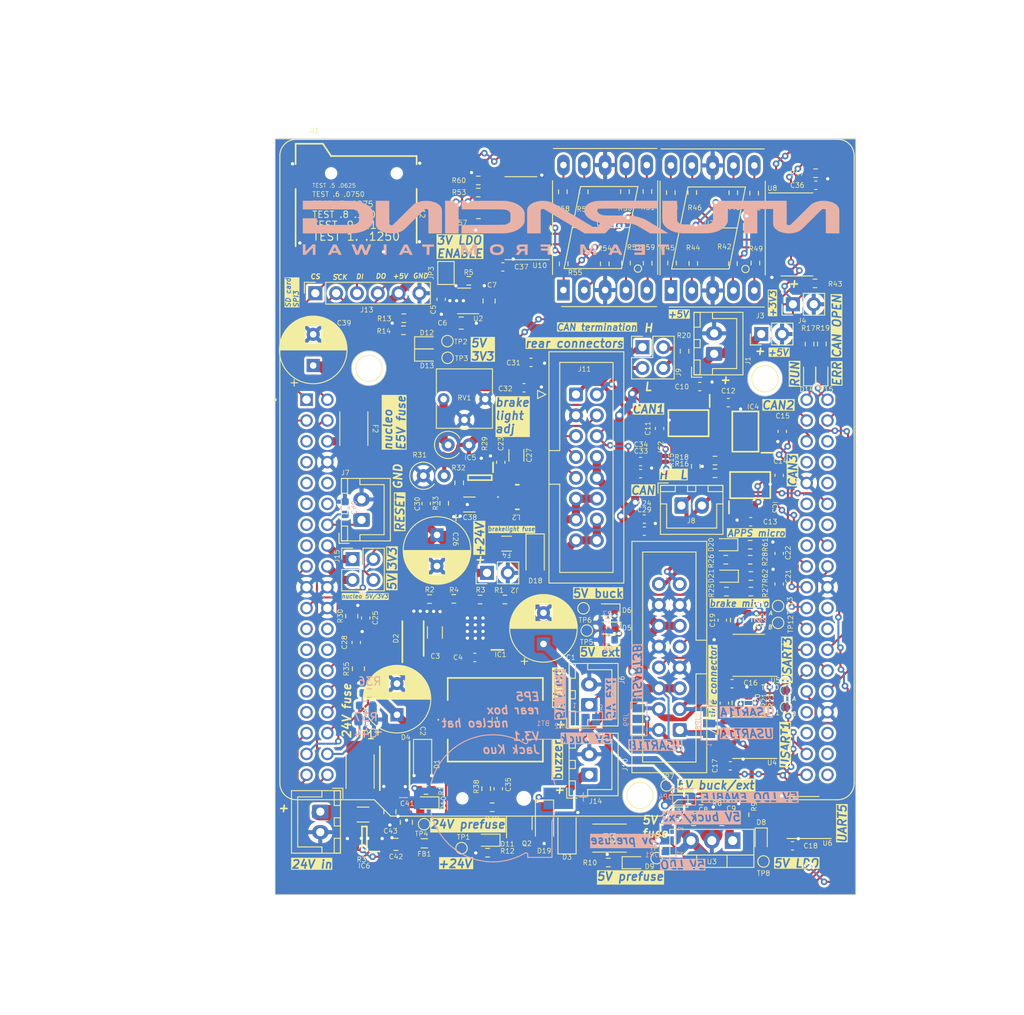
<source format=kicad_pcb>
(kicad_pcb (version 20221018) (generator pcbnew)
  (title_block (title "rearbox nucleo 1") (date "2024-07-23") (rev "3.1") (company "NTURacing") (comment 1 "郭哲明") (comment 2 "electrical group") (comment 3 "1.6T/1oz/綠色防焊/白色文字/無鉛噴錫/各5pcs"))
  (layers (0 "F.Cu" signal) (31 "B.Cu" signal) (34 "B.Paste" user) (35 "F.Paste" user) (36 "B.SilkS" user "B.Silkscreen") (37 "F.SilkS" user "F.Silkscreen") (38 "B.Mask" user) (39 "F.Mask" user) (44 "Edge.Cuts" user))
  (net 0 "")
  (net 1 "+24V")
  (net 2 "GND")
  (net 3 "VBAT")
  (net 4 "APPSmicro")
  (net 5 "brakemicro")
  (net 6 "+5V")
  (net 7 "buzzer_gate")
  (net 8 "Net-(Q2-G)")
  (net 9 "suspension_R1")
  (net 10 "+3V3")
  (net 11 "APPSmicro_raw")
  (net 12 "brakemicro_raw")
  (net 13 "suspension_R2")
  (net 14 "oilpressure_shunt_1")
  (net 15 "oilpressure_shunt_2")
  (net 16 "Net-(U2-BP)")
  (net 17 "/electronic3/buzzer_outbox")
  (net 18 "Net-(D5-K)")
  (net 19 "/electronic2/BL_SW")
  (net 20 "CANH")
  (net 21 "CANL")
  (net 22 "/power/5V_LDO")
  (net 23 "/electronic2/VCC_brakelightprefuse")
  (net 31 "/power/5V_buck_sw")
  (net 38 "Net-(D7-K)")
  (net 40 "USART1B")
  (net 41 "USART1A")
  (net 46 "USART3B")
  (net 47 "USART3A")
  (net 48 "SPI3_CS")
  (net 49 "SPI3_SCK")
  (net 50 "SPI3_MOSI")
  (net 52 "SPI3_MISO")
  (net 53 "brakelight_outboxP")
  (net 54 "brakelight_outboxN")
  (net 56 "UART5A")
  (net 57 "UART5B")
  (net 58 "FDCAN1_RX")
  (net 60 "/power/5V_buck")
  (net 61 "FDCAN1_TX")
  (net 62 "Net-(D12-K)")
  (net 64 "FDCAN2_TX")
  (net 66 "/power/24V_prefuse")
  (net 67 "FDCAN2_RX")
  (net 68 "Net-(D13-K)")
  (net 69 "/power/5V_ext")
  (net 70 "FDCAN3_RX")
  (net 71 "FDCAN3_TX")
  (net 72 "Net-(R29-Pad1)")
  (net 73 "brake_gate")
  (net 75 "Net-(U10-~{SRCLR})")
  (net 76 "Net-(U10-~{OE})")
  (net 77 "Net-(U10-QA)")
  (net 78 "Net-(U9-A)")
  (net 79 "Net-(U10-QB)")
  (net 80 "Net-(U9-B)")
  (net 81 "Net-(U10-QC)")
  (net 82 "Net-(U9-C)")
  (net 83 "Net-(U10-QD)")
  (net 84 "Net-(U9-D)")
  (net 85 "Net-(U10-QE)")
  (net 86 "Net-(U9-E)")
  (net 87 "Net-(U10-QF)")
  (net 88 "Net-(U9-F)")
  (net 89 "Net-(U10-QG)")
  (net 90 "Net-(U9-G)")
  (net 91 "Net-(U10-QH)")
  (net 92 "Net-(U9-DP)")
  (net 93 "UART5_TX")
  (net 94 "UART5_RX")
  (net 95 "USART1_DE")
  (net 97 "USART3_RX")
  (net 98 "SPI2_CS")
  (net 99 "USART3_TX")
  (net 100 "SPI2_MOSI")
  (net 101 "UART5_DE")
  (net 102 "USART3_DE")
  (net 103 "SPI2_SCK")
  (net 106 "USART1_TX")
  (net 107 "USART1_RX")
  (net 108 "Net-(U10-QH')")
  (net 110 "CANOPEN_RUN_LED")
  (net 111 "CANOPEN_ERR_LED")
  (net 113 "Net-(D9-K)")
  (net 114 "/power/5V_prefuse")
  (net 115 "5V_nucleo_E5V")
  (net 116 "Net-(IC2-S)")
  (net 117 "Net-(IC3-S)")
  (net 118 "Net-(IC5-EN)")
  (net 119 "/RESET")
  (net 120 "/5V_nucleo")
  (net 121 "/3V_nucleo")
  (net 123 "/USER_BUT")
  (net 126 "Net-(IC1-BOOT)")
  (net 127 "Net-(JP4-B)")
  (net 128 "Net-(C19-Pad1)")
  (net 129 "Net-(C20-Pad1)")
  (net 130 "Net-(IC5-CB)")
  (net 131 "Net-(D6-K)")
  (net 132 "Net-(D8-K)")
  (net 133 "Net-(D10-K)")
  (net 134 "Net-(D11-K)")
  (net 135 "Net-(D14-A)")
  (net 136 "Net-(D15-A)")
  (net 139 "Net-(IC4-S)")
  (net 140 "Net-(J9-Pin_2)")
  (net 141 "Net-(J9-Pin_4)")
  (net 142 "Net-(JP3-A)")
  (net 143 "VDDA")
  (net 144 "24Vcurrent")
  (net 145 "Net-(U8-QA)")
  (net 146 "Net-(U7-A)")
  (net 147 "Net-(U8-QB)")
  (net 148 "Net-(U7-B)")
  (net 149 "Net-(U8-QC)")
  (net 150 "Net-(U7-C)")
  (net 151 "Net-(U8-~{SRCLR})")
  (net 152 "Net-(U8-QD)")
  (net 153 "Net-(U7-D)")
  (net 154 "Net-(U8-QE)")
  (net 155 "Net-(U7-E)")
  (net 156 "Net-(U8-QF)")
  (net 157 "Net-(U7-F)")
  (net 158 "Net-(U8-~{OE})")
  (net 159 "Net-(U8-QG)")
  (net 160 "Net-(U7-G)")
  (net 161 "Net-(U8-QH)")
  (net 162 "Net-(U7-DP)")
  (net 163 "Net-(U10-SER)")
  (net 164 "/power/5V_buck_FB")
  (net 165 "/power/5V_buck_EN")
  (net 166 "Net-(D20-K)")
  (net 167 "/power/5V_buck{slash}ext")
  (net 168 "Net-(D21-K)")
  (net 169 "/power/24V_premeasure")
  (net 170 "24Vvoltage")
  (footprint "Package_SO:SOIC-16_3.9x9.9mm_P1.27mm" (layer "F.Cu") (at 173.0502 66.7258)
    (fp_text reference "U8")
    (fp_text value "74HC595")
  )
  (footprint "Resistor_SMD:R_0603_1608Metric" (layer "F.Cu") (at 147.066 61.5442 90)
    (fp_text reference "R56")
    (fp_text value "150R")
  )
  (footprint "Fuse:Fuse_1206_3216Metric" (layer "F.Cu") (at 137.668 104.4194 180)
    (fp_text reference "F4")
    (fp_text value "0.5A")
  )
  (footprint "Capacitor_SMD:C_0603_1608Metric" (layer "F.Cu") (at 156.3116 90.3732 90)
    (fp_text reference "C11")
    (fp_text value "0u1")
  )
  (footprint "Resistor_SMD:R_0603_1608Metric" (layer "F.Cu") (at 165.481 113.7412 -90)
    (fp_text reference "R24")
    (fp_text value "60R")
  )
  (footprint "Capacitor_SMD:C_0603_1608Metric" (layer "F.Cu") (at 139.8016 85.4202)
    (fp_text reference "C32")
    (fp_text value "1u 16V")
  )
  (footprint "SamacSys_Parts:DIOM5336X262N" (layer "F.Cu") (at 124.0282 131.8006 -90)
    (fp_text reference "D4")
    (fp_text value "SMBJP6KE33A-TP" hide)
  )
  (footprint "LED_SMD:LED_0603_1608Metric" (layer "F.Cu") (at 150.114 114.7064 180)
    (fp_text reference "D5")
    (fp_text value "RED 5Vext")
  )
  (footprint "Resistor_SMD:R_0603_1608Metric" (layer "F.Cu") (at 157.6832 61.6204 90)
    (fp_text reference "R48")
    (fp_text value "150R")
  )
  (footprint "Resistor_SMD:R_0603_1608Metric" (layer "F.Cu") (at 166.6748 137.4648 90)
    (fp_text reference "R9")
    (fp_text value "1k")
  )
  (footprint "Resistor_SMD:R_0603_1608Metric" (layer "F.Cu") (at 165.2524 70.2818 -90)
    (fp_text reference "R42")
    (fp_text value "150R")
  )
  (footprint "Fuse:Fuse_2512_6332Metric_Pad1.52x3.35mm_HandSolder" (layer "F.Cu") (at 150.2156 140.3096 180)
    (fp_text reference "F3")
    (fp_text value "1A")
  )
  (footprint "Resistor_SMD:R_0603_1608Metric" (layer "F.Cu") (at 164.465 110.2614)
    (fp_text reference "R25")
    (fp_text value "10k")
  )
  (footprint "TestPoint:TestPoint_Pad_D1.0mm" (layer "F.Cu") (at 127.6096 138.6078 90)
    (fp_text reference "TP4")
    (fp_text value "24V_prefuse")
  )
  (footprint "Resistor_SMD:R_0603_1608Metric" (layer "F.Cu") (at 125.095 78.4098 180)
    (fp_text reference "R14")
    (fp_text value "510R")
  )
  (footprint "TestPoint:TestPoint_Pad_D1.0mm" (layer "F.Cu") (at 147.0406 112.2934 90)
    (fp_text reference "TP6")
    (fp_text value "5V_buck")
  )
  (footprint "Connector_PinHeader_2.54mm:PinHeader_1x02_P2.54mm_Vertical" (layer "F.Cu") (at 172.5676 75.2348 90)
    (fp_text reference "J4")
    (fp_text value "3V3 test")
  )
  (footprint "nturt_kicad_lib:MODULE_NUCLEO-G474RE" (layer "F.Cu") (at 145.034 96.378)
    (fp_text reference "U1")
    (fp_text value "NUCLEO-G474RE")
  )
  (footprint "Capacitor_SMD:C_0603_1608Metric" (layer "F.Cu") (at 136.652 134.2898 -90)
    (fp_text reference "C35")
    (fp_text value "0u1")
  )
  (footprint "Resistor_SMD:R_0603_1608Metric" (layer "F.Cu") (at 128.267747 111.175183)
    (fp_text reference "R2")
    (fp_text value "470k")
  )
  (footprint "Resistor_SMD:R_0603_1608Metric" (layer "F.Cu") (at 131.8918 97.0024 -90)
    (fp_text reference "R32")
    (fp_text value "100k")
  )
  (footprint "Capacitor_SMD:C_0603_1608Metric" (layer "F.Cu") (at 161.2138 85.2678)
    (fp_text reference "C10")
    (fp_text value "0u1")
  )
  (footprint "Package_TO_SOT_SMD:SOT-23-3" (layer "F.Cu") (at 139.2174 138.4808 90)
    (fp_text reference "Q2")
    (fp_text value "SI3407")
  )
  (footprint "Diode_SMD:D_MiniMELF" (layer "F.Cu") (at 141.1478 105.8926 -90)
    (fp_text reference "D18")
    (fp_text value "1N4148")
  )
  (footprint "TestPoint:TestPoint_Pad_D1.0mm" (layer "F.Cu") (at 170.7642 114.0714)
    (fp_text reference "TP12")
    (fp_text value "USART3B")
  )
  (footprint "LED_SMD:LED_0603_1608Metric" (layer "F.Cu") (at 127.9398 136.017 180)
    (fp_text reference "D10")
    (fp_text value "RED 24VpreFuse")
  )
  (footprint "Capacitor_SMD:C_0603_1608Metric" (layer "F.Cu") (at 171.2722 90.7288 -90)
    (fp_text reference "C15")
    (fp_text value "0u1")
  )
  (footprint "Capacitor_SMD:C_0603_1608Metric" (layer "F.Cu") (at 154.4574 101.4222)
    (fp_text reference "C24")
    (fp_text value "0u1")
  )
  (footprint "Resistor_SMD:R_0603_1608Metric" (layer "F.Cu") (at 150.0632 143.2814 180)
    (fp_text reference "R10")
    (fp_text value "1k")
  )
  (footprint "LED_SMD:LED_0603_1608Metric" (layer "F.Cu") (at 164.4396 108.3818 180)
    (fp_text reference "D21")
    (fp_text value "APPS micro")
  )
  (footprint "Resistor_SMD:R_0603_1608Metric" (layer "F.Cu") (at 152.0922 61.5188 90)
    (fp_text reference "R50")
    (fp_text value "150R")
  )
  (footprint "Resistor_SMD:R_0603_1608Metric" (layer "F.Cu") (at 167.8432 61.6966 90)
    (fp_text reference "R41")
    (fp_text value "150R")
  )
  (footprint "SamacSys_Parts:SOIC127P600X175-8N" (layer "F.Cu") (at 167.3606 97.276937 90)
    (fp_text reference "IC3")
    (fp_text value "TCAN1057AVDRQ1" hide)
  )
  (footprint "Resistor_SMD:R_0805_2012Metric" (layer "F.Cu") (at 118.7958 113.2586 90)
    (fp_text reference "R30")
    (fp_text value "100R 1%")
  )
  (footprint "Connector_JST:JST_XH_B2B-XH-A_1x02_P2.50mm_Vertical" (layer "F.Cu") (at 158.9786 99.7712)
    (fp_text reference "J8")
    (fp_text value "CAN")
  )
  (footprint "Capacitor_SMD:C_0805_2012Metric" (layer "F.Cu") (at 160.4518 138.049)
    (fp_text reference "C8")
    (fp_text value "10u 16V")
  )
  (footprint "Capacitor_SMD:C_0805_2012Metric" (layer "F.Cu") (at 132.141 77.531)
    (fp_text reference "C6")
    (fp_text value "10u 16V")
  )
  (footprint "SamacSys_Parts:SRN3012BTA100M" (layer "F.Cu") (at 138.9712 98.7352)
    (fp_text reference "L2")
    (fp_text value "10uH 2A (SRN3012BTA-100M)" hide)
  )
  (footprint "Capacitor_SMD:C_0603_1608Metric" (layer "F.Cu") (at 175.3616 60.7314)
    (fp_text reference "C36")
    (fp_text value "0u1")
  )
  (footprint "LED_SMD:LED_0603_1608Metric" (layer "F.Cu") (at 176.0982 83.693 90)
    (fp_text reference "D15")
    (fp_text value "RED CANopen_ERR")
  )
  (footprint "Resistor_SMD:R_0603_1608Metric" (layer "F.Cu") (at 130.063 99.4916 -90)
    (fp_text reference "R33")
    (fp_text value "1k")
  )
  (footprint "Capacitor_SMD:C_0805_2012Metric" (layer "F.Cu") (at 163.9062 138.049 180)
    (fp_text reference "C9")
    (fp_text value "10u 16V")
  )
  (footprint "Resistor_SMD:R_0603_1608Metric" (layer "F.Cu") (at 160.4264 70.2564 -90)
    (fp_text reference "R44")
    (fp_text value "150R")
  )
  (footprint "Resistor_SMD:R_0603_1608Metric" (layer "F.Cu") (at 137.462547 111.225983 180)
    (fp_text reference "R1")
    (fp_text value "27k")
  )
  (footprint "SamacSys_Parts:MSD4A" (layer "F.Cu") (at 119.3292 63.373 180)
    (fp_text reference "J12")
    (fp_text value "MSD-4-A" hide)
  )
  (footprint "Capacitor_SMD:C_0603_1608Metric" (layer "F.Cu") (at 170.8912 109.347 90)
    (fp_text reference "C21")
    (fp_text value "330p")
  )
  (footprint "Resistor_SMD:R_0603_1608Metric" (layer "F.Cu") (at 134.439947 111.225983 180)
    (fp_text reference "R3")
    (fp_text value "9k1")
  )
  (footprint "Resistor_SMD:R_0603_1608Metric" (layer "F.Cu") (at 167.9956 70.2056 -90)
    (fp_text reference "R49")
    (fp_text value "150R")
  )
  (footprint "Diode_SMD:D_MiniMELF" (layer "F.Cu") (at 127.4318 130.937 -90)
    (fp_text reference "D1")
    (fp_text value "zener 27V")
  )
  (footprint "Fuse:Fuse_2512_6332Metric_Pad1.52x3.35mm_HandSolder" (layer "F.Cu") (at 119.0498 90.3986 -90)
    (fp_text reference "F2")
    (fp_text value "0.4A")
  )
  (footprint "Capacitor_SMD:C_0603_1608Metric" (layer "F.Cu") (at 167.4238 101.747337 180)
    (fp_text reference "C13")
    (fp_text value "0u1")
  )
  (footprint "Resistor_SMD:R_0603_1608Metric" (layer "F.Cu") (at 176.0982 80.074 -90)
    (fp_text reference "R19")
    (fp_text value "150R")
  )
  (footprint "Connector_PinSocket_2.54mm:PinSocket_1x06_P2.54mm_Vertical" (layer "F.Cu") (at 114.3508 73.8886 90)
    (fp_text reference "J13")
    (fp_text value "sdCardModule")
  )
  (footprint "Potentiometer_THT:Potentiometer_Vishay_T73YP_Vertical" (layer "F.Cu") (at 129.9868 86.7916 -90)
    (fp_text reference "RV1")
    (fp_text value "20k")
  )
  (footprint "Resistor_SMD:R_0603_1608Metric" (layer "F.Cu") (at 163.068 95.8342)
    (fp_text reference "R16")
    (fp_text value "10k")
  )
  (footprint "Resistor_SMD:R_0603_1608Metric" (layer "F.Cu") (at 167.4368 108.3564)
    (fp_text reference "R62")
    (fp_text value "1k")
  )
  (footprint "TestPoint:TestPoint_Pad_D1.0mm" (layer "F.Cu") (at 155.956 142.748 -90)
    (fp_text reference "TP9")
    (fp_text value "5V_prefuse")
  )
  (footprint "Connector_PinHeader_2.54mm:PinHeader_2x02_P2.54mm_Vertical" (layer "F.Cu") (at 154.2288 80.4672)
    (fp_text reference "J9")
    (fp_text value "CAN_termination")
  )
  (footprint "Capacitor_SMD:C_0603_1608Metric" (layer "F.Cu") (at 154.0002 95.885)
    (fp_text reference "C33")
    (fp_text value "1u 16V")
  )
  (footprint "Capacitor_SMD:C_0603_1608Metric" (layer "F.Cu") (at 172.5168 141.2494)
    (fp_text reference "C18")
    (fp_text value "0u1")
  )
  (footprint "Resistor_SMD:R_0603_1608Metric" (layer "F.Cu") (at 134.239 65.3288)
    (fp_text reference "R57")
    (fp_text value "1k")
  )
  (footprint "Fuse:Fuse_2512_6332Metric_Pad1.52x3.35mm_HandSolder" (layer "F.Cu") (at 119.8118 132.207 90)
    (fp_text reference "F1")
    (fp_text value "2A")
  )
  (footprint "Resistor_SMD:R_0603_1608Metric" (layer "F.Cu") (at 125.1458 76.9366 180)
    (fp_text reference "R13")
    (fp_text value "1k")
  )
  (footprint "Resistor_SMD:R_0603_1608Metric" (layer "F.Cu") (at 159.3596 80.9498 90)
    (fp_text reference "R20")
    (fp_text value "120R")
  )
  (footprint "Resistor_SMD:R_0603_1608Metric" (layer "F.Cu") (at 163.068 94.2848)
    (fp_text reference "R18")
    (fp_text value "10k")
  )
  (footprint "Package_SO:SOIC-8_3.9x4.9mm_P1.27mm" (layer "F.Cu") (at 167.2014 118.028 180)
    (fp_text reference "U5")
    (fp_text value "MAX487E")
  )
  (footprint "Connector_IDC:IDC-Header_2x08_P2.54mm_Vertical" (layer "F.Cu") (at 158.7754 127.127 180)
    (fp_text reference "J10")
    (fp_text value "left connector")
  )
  (footprint "Resistor_SMD:R_0603_1608Metric" (layer "F.Cu") (at 165.3032 61.6458 90)
    (fp_text reference "R40")
    (fp_text value "150R")
  )
  (footprint "Resistor_SMD:R_0603_1608Metric" (layer "F.Cu") (at 167.3606 104.5464)
    (fp_text reference "R61")
    (fp_text value "1k")
  )
  (footprint "Resistor_SMD:R_0805_2012Metric" (layer "F.Cu") (at 119.6086 119.6594 -90)
    (fp_text reference "R35")
    (fp_text value "100R 1%" hide)
  )
  (footprint "Package_SO:SOIC-8_3.9x4.9mm_P1.27mm" (layer "F.Cu") (at 173.7868 137.795 180)
    (fp_text reference "U6")
    (fp_text value "MAX487E")
  )
  (footprint "Capacitor_SMD:C_0603_1608Metric" (layer "F.Cu") (at 127.8636 99.5302 90)
    (fp_text reference "C30")
    (fp_text value "0u1")
  )
  (footprint "Connector_JST:JST_XH_B2B-XH-A_1x02_P2.50mm_Vertical" (layer "F.Cu") (at 147.7518 132.588 90)
    (fp_text reference "J14")
    (fp_text value "buzzer")
  )
  (footprint "Inductor_SMD:L_0805_2012Metric" (layer "F.Cu") (at 127.635 140.9446 180)
    (fp_text reference "FB1")
    (fp_text value "FerriteBead")
  )
  (footprint "Capacitor_THT:CP_Radial_D8.0mm_P3.80mm" (layer "F.Cu") (at 124.3076 125.272051 90)
    (fp_text reference "C2")
    (fp_text value "220u 35V")
  )
  (footprint "Capacitor_SMD:C_0603_1608Metric" (layer "F.Cu") (at 164.9364 131.4958)
    (fp_text reference "C17")
    (fp_text value "0u1")
  )
  (footprint "Capacitor_SMD:C_1206_3216Metric" (layer "F.Cu") (at 128.929147 115.242983 90)
    (fp_text reference "C3")
    (fp_text value "22u 35V")
  )
  (footprint "Diode_SMD:D_MiniMELF" (layer "F.Cu") (at 142.2908 138.3284 -90)
    (fp_text reference "D19")
    (fp_text value "1N4148")
  )
  (footprint "Connector_JST:JST_XH_B2B-XH-A_1x02_P2.50mm_Vertical" (layer "F.Cu") (at 119.9896 101.5238 90)
    (fp_text reference "J7")
    (fp_text value "RESET")
  )
  (footprint "Resistor_SMD:R_0603_1608Metric" (layer "F.Cu") (at 167.0304 113.6904 90)
    (fp_text reference "R22")
    (fp_text value "60R")
  )
  (footprint "Resistor_SMD:R_0603_1608Metric" (layer "F.Cu") (at 144.6276 70.3072 -90)
    (fp_text reference "R55")
    (fp_text value "150R")
  )
  (footprint "LED_SMD:LED_0603_1608Metric" (layer "F.Cu") (at 174.5996 83.693 90)
    (fp_text reference "D14")
    (fp_text value "GREEN CANopen_RUN")
  )
  (footprint "Capacitor_SMD:C_0603_1608Metric" (layer "F.Cu") (at 133.794747 118.290983)
    (fp_text reference "C4")
    (fp_text value "10n")
  )
  (footprint "Capacitor_SMD:C_0603_1608Metric" (layer "F.Cu") (at 137.2108 70.6882)
    (fp_text reference "C37")
    (fp_text value "0u1")
  )
  (footprint "SamacSys_Parts:SOIC127P600X175-8N" (layer "F.Cu") (at 159.8422 89.733137 -90)
    (fp_text reference "IC2")
    (fp_text value "TCAN1057AVDRQ1" hide)
  )
  (footprint "Capacitor_SMD:C_0805_2012Metric" (layer "F.Cu") (at 123.444 137.1092 -90)
    (fp_text reference "C41")
    (fp_text value "10n")
  )
  (footprint "SamacSys_Parts:SODFL5226X100N" (layer "F.Cu") (at 126.262147 115.979583 90)
    (fp_text reference "D2")
    (fp_text value "45V 2A (VSSAF5L45HM3_A_H)" hide)
  )
  (footprint "Capacitor_THT:CP_Radial_D8.0mm_P3.80mm" (layer "F.Cu") (at 114.0968 82.7024 90)
    (fp_text reference "C39")
    (fp_text value "220u 35V")
  )
  (footprint "Capacitor_SMD:C_0603_1608Metric" (layer "F.Cu") (at 170.8912 105.6132 90)
    (fp_text reference "C22")
    (fp_text value "330p")
  )
  (footprint "Connector_JST:JST_XH_B2B-XH-A_1x02_P2.50mm_Vertical" (layer "F.Cu") (at 114.9604 137.0838 -90)
    (fp_text reference "J5" hide)
    (fp_text value "24V")
  )
  (footprint "Resistor_SMD:R_0603_1608Metric" (layer "F.Cu") (at 175.3362 59.2582 180)
    (fp_text reference "R47")
    (fp_text value "1k")
  )
  (footprint "Capacitor_SMD:C_0603_1608Metric" (layer "F.Cu") (at 164.211 123.8504 -90)
    (fp_text reference "C20")
    (fp_text value "220p")
  )
  (footprint "LED_SMD:LED_0603_1608Metric" (layer "F.Cu") (at 127.9398 79.9338)
    (fp_text reference "D12")
    (fp_text value "RED 5V")
  )
  (footprint "Resistor_SMD:R_0603_1608Metric" (layer "F.Cu") (at 134.2136 60.1472 180)
    (fp_text reference "R60")
    (fp_text value "1k")
  )
  (footprint "Display_7Segment:7SegmentLED_LTS6760_LTS6780" (layer "F.Cu") (at 144.5992 73.5076 90)
    (fp_text reference "U9")
    (fp_text value "SM420561N")
  )
  (footprint "TestPoint:TestPoint_Pad_D1.0mm" (layer "F.Cu") (at 130.4798 81.7626)
    (fp_text reference "TP3")
    (fp_text value "3V3")
  )
  (footprint "SamacSys_Parts:SOIC127P600X170-9N" (layer "F.Cu") (at 133.838947 114.785783 180)
    (fp_text reference "IC1")
    (fp_text value "LM22676MRX-ADJ_NOPB" hide)
  )
  (footprint "Capacitor_SMD:C_1206_3216Metric" (layer "F.Cu") (at 133.1364 99.644 180)
    (fp_text reference "C38")
    (fp_text value "22u 35V")
  )
  (footprint "Resistor_THT:R_Axial_DIN0309_L9.0mm_D3.2mm_P2.54mm_Vertical" (layer "F.Cu") (at 130.5392 92.3796)
    (fp_text reference "R29")
    (fp_text value "5.1R 1/2W")
  )
  (footprint "Package_TO_SOT_SMD:SOT-23-5" (layer "F.Cu") (at 132.4919 74.8284 180)
    (fp_text reference "U2")
    (fp_text value "LP2985-3.3")
  )
  (footprint "Connector_PinHeader_2.54mm:PinHeader_2x02_P2.54mm_Vertical" (layer "F.Cu") (at 118.8974 106.299)
    (fp_text reference "J15")
    (fp_text value "nucleoPWRjumper")
  )
  (footprint "TestPoint:TestPoint_Pad_D1.0mm" (layer "F.Cu") (at 170.7642 112.014)
    (fp_text reference "TP13")
    (fp_text value "USART3A")
  )
  (footprint "Resistor_SMD:R_0603_1608Metric" (layer "F.Cu") (at 175.26 72.6948)
    (fp_text reference "R43")
    (fp_text value "1k")
  )
  (footprint "Resistor_SMD:R_0603_1608Metric" (layer "F.Cu") (at 154.8638 70.231 -90)
    (fp_text reference "R59")
    (fp_text value "150R")
  )
  (footprint "LED_SMD:LED_0603_1608Metric" (layer "F.Cu") (at 158.2928 135.7884 180)
    (fp_text reference "D7")
    (fp_text value "RED 5Vbuck/ext")
  )
  (footprint "Capacitor_SMD:C_0603_1608Metric" (layer "F.Cu") (at 163.957 113.7412 -90)
    (fp_text reference "C19")
    (fp_text value "220p")
  )
  (footprint "TestPoint:TestPoint_Pad_D1.0mm" (layer "F.Cu") (at 132.1816 141.5288 90)
    (fp_text reference "TP1")
    (fp_text value "24V")
  )
  (footprint "LED_SMD:LED_0603_1608Metric" (layer "F.Cu") (at 135.382 140.5636 180)
    (fp_text reference "D11")
    (fp_text value "RED 24V")
  )
  (footprint "Connector_JST:JST_XH_B2B-XH-A_1x02_P2.50mm_Vertical" (layer "F.Cu") (at 147.7518 124.079 90)
    (fp_text reference "J6")
    (fp_text value "5V external")
  )
  (footprint "Resistor_SMD:R_0603_1608Metric" (layer "F.Cu") (at 157.8356 70.2056 -90)
    (fp_text reference "R45")
    (fp_text value "150R")
  )
  (footprint "Capacitor_SMD:C_0603_1608Metric" (layer "F.Cu") (at 164.6936 87.2236)
    (fp_text reference "C12")
    (fp_text value "0u1")
  )
  (footprint "Resistor_THT:R_Axial_DIN0309_L9.0mm_D3.2mm_P2.54mm_Vertical" (layer "F.Cu") (at 127.523 96.1388)
    (fp_text reference "R31")
    (fp_text value "5.1R 1/2W")
  )
  (footprint "TestPoint:TestPoint_Pad_D1.0mm" (layer "F.Cu") (at 168.9862 143.1544 180)
    (fp_text reference "TP8")
    (fp_text value "5V_LDO")
  )
  (footprint "Capacitor_SMD:C_0805_2012Metric" (layer "F.Cu") (at 135.5344 74.8386 90)
    (fp_text reference "C7")
    (fp_text value "10u 16V")
  )
  (footprint "LED_SMD:LED_0603_1608Metric" (layer "F.Cu") (at 164.3634 104.5464 180)
    (fp_text reference "D20")
    (fp_text value "brake micro")
  )
  (footprint "Package_SO:SOIC-8_3.9x4.9mm_P1.27mm" (layer "F.Cu") (at 167.1716 128.0414 180)
    (fp_text reference "U4")
    (fp_text value "MAX487E")
  )
  (footprint "Connector_JST:JST_XH_B2B-XH-A_1x02_P2.50mm_Vertical" (layer "F.Cu") (at 162.9664 81.28 90)
    (fp_text reference "J1")
    (fp_text value "5Vout")
  )
  (footprint "Resistor_SMD:R_0603_1608Metric" (layer "F.Cu") (at 160.7244 94.990937 90)
    (fp_text reference "R15")
    (fp_text value "10k")
  )
  (footprint "Resistor_SMD:R_0603_1608Metric" (layer "F.Cu") (at 174.5996 80.0872 -90)
    (fp_text reference "R17")
    (fp_text value "150R")
  )
  (footprint "Resistor_SMD:R_0603_1608Metric" (layer "F.Cu") (at 133.0706 72.3748 180)
    (fp_text reference "R5")
    (fp_text value "100k")
  )
  (footprint "Capacitor_SMD:C_0603_1608Metric" (layer "F.Cu") (at 129.6924 74.6354 -90)
    (fp_text reference "C5")
    (fp_text value "10n")
  )
  (footprint "Capacitor_SMD:C_0603_1608Metric" (layer "F.Cu") (at 165.1508 121.4882)
    (fp_text reference "C16")
    (fp_text value "0u1")
  )
  (footprint "Connector_PinHeader_2.54mm:PinHeader_1x02_P2.54mm_Vertical" (layer "F.Cu") (at 168.7068 78.867 90)
    (fp_text reference "J3")
    (fp_text value "5V test")
  )
  (footprint "Resistor_SMD:R_0603_1608Metric" (layer "F.Cu") (at 149.6314 70.3072 -90)
    (fp_text reference "R54")
    (fp_text value "150R")
  )
  (footprint "Resistor_SMD:R_0603_1608Metric" (layer "F.Cu") (at 165.6842 123.825 -90)
    (fp_text reference "R23")
    (fp_text value "60R")
  )
  (footprint "Resistor_SMD:R_0603_1608Metric" (layer "F.Cu") (at 135.9154 136.5504 180)
    (fp_text reference "R39")
    (fp_text value "100k")
  )
  (footprint "Resistor_SMD:R_0603_1608Metric" (layer "F.Cu") (at 164.3888 106.3752)
    (fp_text reference "R26")
    (fp_text value "10k")
  )
  (footprint "LED_SMD:LED_0603_1608Metric" (layer "F.Cu") (at 150.0124 112.4966 180)
    (fp_text reference "D6")
    (fp_text value "RED 5Vbuck")
  )
  (footprint "Resistor_SMD:R_0603_1608Metric" (layer "F.Cu") (at 161.3662 135.7376)
    (fp_text reference "R8")
    (fp_text value "1k")
  )
  (footprint "Resistor_SMD:R_0603_1608Metric" (layer "F.Cu") (at 127.8382 134.4422 180)
    (fp_text reference "R11")
    (fp_text value "10k")
  )
  (footprint "Diode_SMD:D_MiniMELF" (layer "F.Cu") (at 145.034 139.573 90)
    (fp_text reference "D3")
    (fp_text value "zener 5.6V")
  )
  (footprint "TestPoint:TestPoint_Pad_D1.0mm" (layer "F.Cu") (at 157.1752 133.8834 180)
    (fp_text reference "TP7")
    (fp_text value "5V_onboard/ext")
  )
  (footprint "SamacSys_Parts:SOIC127P600X175-8N" (layer "F.Cu") (at 166.7764 90.7542 180)
    (fp_text reference "IC4")
    (fp_text value "TCAN1057AVDRQ1" hide)
  )
  (footprint "Capacitor_SMD:C_1206_3216Metric" (layer "F.Cu") (at 138.8618 93.6552 90)
    (fp_text reference "C27")
    (fp_text value "22u 35V")
  )
  (footprint "Jumper:SolderJumper-2_P1.3mm_Open_Pad1.0x1.5mm" (layer "F.Cu") (at 130.2766 71.4248 90)
    (fp_text reference "JP3")
    (fp_text value "3.3ON")
  )
  (footprint "Resistor_SMD:R_0603_1608Metric" (layer "F.Cu") (at 160.2994 61.6204 90)
    (fp_text reference "R46")
    (fp_text value "150R")
  )
  (footprint "Capacitor_SMD:C_0603_1608Metric" (layer "F.Cu") (at 154.4574 102.8954)
    (fp_text reference "C29")
    (fp_text value "0u1")
  )
  (footprint "Capacitor_SMD:C_0603_1608Metric" (layer "F.Cu") (at 170.8912 96.0882 -90)
    (fp_text reference "C14")
    (fp_text value "0u1")
  )
  (footprint "Resistor_SMD:R_0603_1608Metric" (layer "F.Cu") (at 131.239547 111.149783)
    (fp_text reference "R4")
    (fp_text value "100k")
  )
  (footprint "Package_SO:SOIC-16_3.9x9.9mm_P1.27mm" (layer "F.Cu") (at 139.4206 64.7446 180)
    (fp_text reference "U10")
    (fp_text value "74HC595")
  )
  (footprint "TestPoint:TestPoint_Pad_D1.0mm" (layer "F.Cu") (at 171.7294 124.3584)
    (fp_text reference "TP11")
    (fp_text value "USART1B")
  )
  (footprint "LED_SMD:LED_0603_1608Metric" (layer "F.Cu") (at 127.9398 81.4324)
    (fp_text reference "D13")
    (fp_text value "RED 3V3")
  )
  (footprint "Display_7Segment:7SegmentLED_LTS6760_LTS6780" (layer "F.Cu") (at 157.7056 73.5584 90)
    (fp_text reference "U7")
    (fp_text value "SM420561N")
  )
  (footprint "Resistor_SMD:R_0603_1608Metric" (layer "F.Cu") (at 154.8354 61.4934 90)
    (fp_text reference "R51")
    (fp_text value "150R")
  )
  (footprint "Resistor_SMD:R_0603_1608Metric" (layer "F.Cu") (at 134.2136 61.6204)
    (fp_text reference "R53")
    (fp_text value "1k")
  )
  (footprint "Capacitor_SMD:C_0603_1608Metric" (layer "F.Cu") (at 140.6398 82.3214)
    (fp_text reference "C31")
    (fp_text value "1u 16V")
  )
  (footprint "SamacSys_Parts:SOT95P280X145-6N" (layer "F.Cu") (at 120.3398 140.3452 180)
    (fp_text reference "IC6")
    (fp_text value "MCP6C04T-100E_CHY" hide)
  )
  (footprint "SamacSys_Parts:AMRM00101040470MA1" (layer "F.Cu") (at 136.294147 125.881783)
    (fp_text reference "L1")
    (fp_text value "47u 2A (AMRM00101040470MA1)" hide)
  )
  (footprint "Capacitor_SMD:C_0603_1608Metric" (layer "F.Cu") (at 120.4976 113.4872 -90)
    (fp_text reference "C25")
    (fp_text value "330p")
  )
  (footprint "TestPoint:TestPoint_Pad_D1.0mm" (layer "F.Cu") (at 147.447 115.0112 -90)
    (fp_text reference "TP5")
    (fp_text value "5v_ext")
  )
  (footprint "TestPoint:TestPoint_Pad_D1.0mm" (layer "F.Cu") (at 171.7294 122.301)
    (fp_text reference "TP10")
    (fp_text value "USART1A")
  )
  (footprint "SamacSys_Parts:SOT95P280X145-6N" (layer "F.Cu") (at 134.4168 96.373 -90)
    (fp_text reference "IC5")
    (fp_text value "LMR50410Y3FQDBVRQ1" hide)
  )
  (footprint "Capacitor_SMD:C_0805_2012Metric" (layer "F.Cu") (at 124.1806 141.0716 180)
    (fp_text reference "C42")
    (fp_text value "0u1 10V")
  )
  (footprint "Resistor_SMD:R_0603_1608Metric" (layer "F.Cu") (at 152.2222 70.2056 -90)
    (fp_text reference "R52")
    (fp_text value "150R")
  )
  (footprint "Capacitor_SMD:C_0603_1608Metric" (layer "F.Cu") (at 154.0002 94.4118)
    (fp_text reference "C34")
    (fp_text value "1u 16V")
  )
  (footprint "Resistor_SMD:R_1206_3216Metric" (layer "F.Cu") (at 120.1781 137.4394)
    (fp_text reference "R34")
    (fp_text value "5mR shunt")
  )
  (footprint "Resistor_SMD:R_0603_1608Metric" (layer "F.Cu") (at 167.3606 106.3752 180)
    (fp_text reference "R28")
    (fp_text value "10k")
  )
  (footprint "Capacitor_SMD:C_0603_1608Metric" (layer "F.Cu") (at 119.3441 116.459 90)
    (fp_text reference "C28")
    (fp_text value "330p")
  )
  (footprint "Capacitor_THT:CP_Radial_D8.0mm_P3.80mm" (layer "F.Cu") (at 129.1844 103.3526 -90)
    (fp_text reference "C26")
    (fp_text value "220u 35V")
  )
  (footprint "LED_SMD:LED_0603_1608Metric" (layer "F.Cu") (at 153.2382 143.3068)
    (fp_text reference "D9")
    (fp_text value "RED 5Vext")
  )
  (footprint "Capacitor_SMD:C_0603_1608Metric" (layer "F.Cu") (at 136.9568 94.4934 90)
    (fp_text reference "C23")
    (fp_text value "0u1")
  )
  (footprint "Connector_IDC:IDC-Header_2x08_P2.54mm_Vertical" (layer "F.Cu") (at 146.1262 86.233)
    (fp_text reference "J11")
    (fp_text value "rear_connector")
  )
  (footprint "Resistor_SMD:R_0603_1608Metric" (layer "F.Cu") (at 135.3566 142.0876 180)
    (fp_text reference "R12")
    (fp_text value "10k")
  )
  (footprint "Capacitor_SMD:C_0805_2012Metric" (layer "F.Cu") (at 125.4506 138.3792 90)
    (fp_text reference "C43")
    (fp_text value "10u 16V")
  )
  (footprint "Capacitor_THT:CP_Radial_D8.0mm_P3.80mm" (layer "F.Cu") (at 142.164347 116.639983 90)
    (fp_text reference "C1")
    (fp_text value "220u 35V")
  )
  (footprint "LED_SMD:LED_0603_1608Metric" (layer "F.Cu") (at 168.7068 140.5636 -90)
    (fp_text reference "D8")
    (fp_text value "RED 5Vldo")
  )
  (footprint "Connector_PinHeader_2.54mm:PinHeader_1x02_P2.54mm_Vertical" (layer "F.Cu") (at 135.2804 107.9754 90)
    (fp_text reference "J2")
    (fp_text value "24V test")
  )
  (footprint "Resistor_SMD:R_0603_1608Metric" (layer "F.Cu") (at 167.1574 123.8504 90)
    (fp_text reference "R21")
    (fp_text value "60R")
  )
  (footprint "Resistor_SMD:R_0603_1608Metric" (layer "F.Cu") (at 144.526 61.5188 90)
    (fp_text reference "R58")
    (fp_text value "150R")
  )
  (footprint "Resistor_SMD:R_0603_1608Metric" (layer "F.Cu") (at 135.1788 134.2898 90)
    (fp_text reference "R38")
    (fp_text value "100k")
  )
  (footprint "Package_TO_SOT_THT:TO-220-3_Vertical" (layer "F.Cu") (at 165.227 140.6092 180)
    (fp_text reference "U3")
    (fp_text value "LM7805_TO220")
  )
  (footprint "Resistor_SMD:R_0603_1608Metric" (layer "F.Cu") (at 167.4368 110.2614 180)
    (fp_text reference "R27")
    (fp_text value "10k")
  )
  (footprint "TestPoint:TestPoint_Pad_D1.0mm" (layer "F.Cu") (at 130.4544 79.7306)
    (fp_text reference "TP2")
    (fp_text value "5V")
  )
  (footprint "Jumper:SolderJumper-3_P1.3mm_Open_Pad1.0x1.5mm_NumberLabels" (layer "B.Cu") (at 157.3022 140.589 90)
    (fp_text reference "JP1")
    (fp_text value "5Vprefuse")
  )
  (footprint "Jumper:SolderJumper-3_P1.3mm_Open_Pad1.0x1.5mm_NumberLabels" (layer "B.Cu") (at 147.2946 125.9078)
    (fp_text reference "JP2")
    (fp_text value "5VonBoard")
  )
  (footprint "Resistor_SMD:R_0603_1608Metric" (layer "B.Cu") (at 120.523 124.1298)
    (fp_text reference "R37")
    (fp_text value "5k9")
  )
  (footprint "Resistor_SMD:R_0603_1608Metric" (layer "B.Cu") (at 150.0124 116.1288 180)
    (fp_text reference "R6")
    (fp_text value "1k")
  )
  (footprint "nturt_kicad_lib:BAT_1056" (layer "B.Cu") (at 135.7884 135.4582 180)
    (fp_text reference "BT1")
    (fp_text value "1056")
  )
  (footprint "Jumper:SolderJumper-3_P1.3mm_Open_Pad1.0x1.5mm_NumberLabels" (layer "B.Cu") (at 153.7716 125.7762 90)
    (fp_text reference "JP9")
    (fp_text value "RS485_3B")
  )
  (footprint "Capacitor_SMD:C_0805_2012Metric" (layer "B.Cu") (at 120.5484 125.857)
    (fp_text reference "C44")
    (fp_text value "1u 16V")
  )
  (footprint "Capacitor_SMD:C_0603_1608Metric" (layer "B.Cu") (at 117.9576 100.076 90)
    (fp_text reference "C40")
    (fp_text value "0u1")
  )
  (footprint "Resistor_SMD:R_0603_1608Metric" (layer "B.Cu") (at 149.9616 114.046 180)
    (fp_text reference "R7")
    (fp_text value "1k")
  )
  (footprint "Resistor_SMD:R_0603_1608Metric" (layer "B.Cu") (at 120.9548 122.6312 180)
    (fp_text reference "R36")
    (fp_text value "47k5")
  )
  (footprint "Jumper:SolderJumper-2_P1.3mm_Open_Pad1.0x1.5mm" (layer "B.Cu") (at 159.3088 135.2804)
    (fp_text reference "JP4")
    (fp_text value "5V_LDO")
  )
  (footprint "Jumper:SolderJumper-3_P1.3mm_Open_Pad1.0x1.5mm_NumberLabels" (layer "B.Cu") (at 162.3568 126.3142 90)
    (fp_text reference "JP8")
    (fp_text value "RS485_3A")
  )
  (gr_poly (pts (xy 146.880437 67.949939) (xy 146.649371 67.95523) (xy 146.649371 69.207591) (xy 146.820464 69.212883) (xy 146.993328 69.218174) (xy 146.993328 68.343286) (xy 147.220867 68.775439) (xy 147.448412 69.207591) (xy 147.614214 69.212883) (xy 147.780019 69.218174) (xy 148.007565 68.786021) (xy 148.236871 68.353869) (xy 148.242162 68.786021) (xy 148.24569 69.218174) (xy 148.418551 69.212883) (xy 148.589648 69.207591) (xy 148.594939 68.599049) (xy 148.5956 68.360759) (xy 148.594938 68.162487) (xy 148.592955 68.025069) (xy 148.591467 67.985692) (xy 148.590598 67.974475) (xy 148.589648 67.969341) (xy 148.587962 67.966177) (xy 148.584845 67.963291) (xy 148.580229 67.960675) (xy 148.574048 67.958317) (xy 148.566233 67.956207) (xy 148.556718 67.954334) (xy 148.532319 67.951261) (xy 148.500314 67.949015) (xy 148.460164 67.947513) (xy 148.411333 67.946673) (xy 148.353283 67.946411) (xy 148.123977 67.946411) (xy 147.873507 68.415605) (xy 147.837494 68.483035) (xy 147.804757 68.543945) (xy 147.775141 68.598598) (xy 147.748491 68.647253) (xy 147.724653 68.690173) (xy 147.70347 68.727617) (xy 147.684789 68.759847) (xy 147.668454 68.787124) (xy 147.65431 68.809709) (xy 147.648012 68.819323) (xy 147.642203 68.827862) (xy 147.636864 68.835359) (xy 147.631976 68.841846) (xy 147.627519 68.847355) (xy 147.623475 68.85192) (xy 147.619823 68.855572) (xy 147.616545 68.858345) (xy 147.613621 68.860271) (xy 147.611031 68.861383) (xy 147.609856 68.861644) (xy 147.608757 68.861714) (xy 147.607731 68.861596) (xy 147.606778 68.861295) (xy 147.605894 68.860815) (xy 147.605076 68.86016) (xy 147.603631 68.858341) (xy 147.577284 68.813307) (xy 147.519848 68.709734) (xy 147.346105 68.389146) (xy 147.10974 67.944647)) (fill solid) (layer "B.SilkS"))
  (gr_poly (pts (xy 122.866857 67.949939) (xy 122.695757 67.95523) (xy 122.695757 69.207591) (xy 122.866857 69.212883) (xy 123.039721 69.218174) (xy 123.039721 67.944647)) (fill solid) (layer "B.SilkS"))
  (gr_poly (pts (xy 127.396526 68.228633) (xy 127.925689 68.228633) (xy 127.925689 69.218174) (xy 128.096789 69.212883) (xy 128.269646 69.207591) (xy 128.274938 68.71723) (xy 128.278466 68.228633) (xy 128.807635 68.228633) (xy 128.807635 67.946411) (xy 127.396526 67.946411)) (fill solid) (layer "B.SilkS"))
  (gr_poly (pts (xy 133.811785 67.949939) (xy 133.578954 67.95523) (xy 133.332012 68.417369) (xy 133.235493 68.597754) (xy 133.15518 68.745232) (xy 133.123684 68.801928) (xy 133.099341 68.844754) (xy 133.083183 68.871829) (xy 133.078497 68.878872) (xy 133.076244 68.881272) (xy 133.069864 68.87279) (xy 133.055298 68.848475) (xy 133.005247 68.759123) (xy 132.93337 68.626776) (xy 132.846941 68.464995) (xy 132.682016 68.155873) (xy 132.596471 67.997564) (xy 132.564715 67.946411) (xy 132.106109 67.946411) (xy 132.106109 69.218174) (xy 132.277203 69.212883) (xy 132.450066 69.207591) (xy 132.453594 68.794841) (xy 132.45522 68.634796) (xy 132.457343 68.502697) (xy 132.458538 68.45152) (xy 132.459795 68.412601) (xy 132.461094 68.387696) (xy 132.461753 68.381049) (xy 132.462414 68.378564) (xy 132.464193 68.380078) (xy 132.468134 68.385805) (xy 132.482061 68.409046) (xy 132.530981 68.496744) (xy 132.60206 68.628098) (xy 132.688189 68.789549) (xy 132.908678 69.207591) (xy 133.243816 69.207591) (xy 133.467828 68.784258) (xy 133.501757 68.720918) (xy 133.532224 68.664324) (xy 133.559405 68.614195) (xy 133.583474 68.570249) (xy 133.604608 68.532204) (xy 133.622982 68.499779) (xy 133.63119 68.485586) (xy 133.638773 68.472692) (xy 133.645754 68.461063) (xy 133.652155 68.450662) (xy 133.657998 68.441455) (xy 133.663305 68.433407) (xy 133.668098 68.426482) (xy 133.672398 68.420645) (xy 133.676229 68.415861) (xy 133.679611 68.412095) (xy 133.682566 68.409311) (xy 133.683891 68.408276) (xy 133.685117 68.407474) (xy 133.686248 68.4069) (xy 133.687286 68.40655) (xy 133.688234 68.406419) (xy 133.689095 68.406502) (xy 133.689871 68.406797) (xy 133.690565 68.407297) (xy 133.691179 68.407998) (xy 133.691718 68.408897) (xy 133.692183 68.409989) (xy 133.692577 68.411269) (xy 133.693163 68.414377) (xy 133.693499 68.418186) (xy 133.693606 68.422661) (xy 133.694928 68.572151) (xy 133.698898 68.845994) (xy 133.702425 69.207591) (xy 133.873522 69.212883) (xy 134.046383 69.218174) (xy 134.046383 67.944647)) (fill solid) (layer "B.SilkS"))
  (gr_poly (pts (xy 130.165832 62.621231) (xy 130.165832 66.605855) (xy 131.823882 66.605855) (xy 131.823882 64.625008) (xy 131.822945 63.854409) (xy 131.820355 63.221394) (xy 131.816443 62.791446) (xy 131.814095 62.673086) (xy 131.811541 62.63005) (xy 131.792339 62.628076) (xy 131.742277 62.626164) (xy 131.563049 62.622774) (xy 131.300809 62.620376) (xy 130.982513 62.619467)) (fill solid) (layer "B.SilkS"))
  (gr_poly (pts (xy 112.8268 63.6778) (xy 115.934771 63.681327) (xy 119.044512 63.686619) (xy 119.159161 63.727189) (xy 119.206855 63.745281) (xy 119.252066 63.763858) (xy 119.294832 63.782953) (xy 119.335193 63.802595) (xy 119.373187 63.822816) (xy 119.408853 63.843647) (xy 119.442229 63.865118) (xy 119.473355 63.887262) (xy 119.502269 63.910108) (xy 119.52901 63.933688) (xy 119.553617 63.958032) (xy 119.576129 63.983173) (xy 119.596583 64.00914) (xy 119.61502 64.035966) (xy 119.631478 64.06368) (xy 119.645995 64.092314) (xy 119.659462 64.121907) (xy 119.664967 64.136102) (xy 119.669726 64.150797) (xy 119.673791 64.166672) (xy 119.677219 64.184401) (xy 119.680062 64.204662) (xy 119.682376 64.228133) (xy 119.685632 64.287409) (xy 119.68742 64.367646) (xy 119.688329 64.612661) (xy 119.688112 64.745621) (xy 119.687783 64.801045) (xy 119.687254 64.849849) (xy 119.686488 64.892596) (xy 119.685446 64.929851) (xy 119.684088 64.962175) (xy 119.682376 64.990133) (xy 119.680272 65.014287) (xy 119.677735 65.035202) (xy 119.674729 65.053439) (xy 119.671214 65.069563) (xy 119.667151 65.084137) (xy 119.662501 65.097723) (xy 119.657226 65.110886) (xy 119.651287 65.124189) (xy 119.629482 65.166945) (xy 119.603186 65.207853) (xy 119.572539 65.246844) (xy 119.537681 65.283848) (xy 119.49875 65.318796) (xy 119.455887 65.351617) (xy 119.409231 65.382241) (xy 119.358922 65.4106) (xy 119.305098 65.436623) (xy 119.2479 65.46024) (xy 119.187467 65.481383) (xy 119.123939 65.49998) (xy 119.057455 65.515962) (xy 118.988154 65.529259) (xy 118.916177 65.539803) (xy 118.841662 65.547522) (xy 118.603674 65.553999) (xy 118.104577 65.559649) (xy 116.596233 65.565161) (xy 114.555413 65.565161) (xy 114.555413 64.753772) (xy 112.8268 64.753772) (xy 112.8268 66.605855) (xy 115.855401 66.604091) (xy 118.052322 66.597918) (xy 118.76499 66.592681) (xy 119.07979 66.586452) (xy 119.167068 66.578342) (xy 119.253146 66.568538) (xy 119.338314 66.556997) (xy 119.422863 66.543678) (xy 119.507081 66.52854) (xy 119.591257 66.511542) (xy 119.675682 66.492642) (xy 119.760644 66.471799) (xy 119.910213 66.431111) (xy 120.054473 66.385245) (xy 120.193157 66.334397) (xy 120.325998 66.278764) (xy 120.452732 66.218542) (xy 120.573092 66.153927) (xy 120.686811 66.085117) (xy 120.793623 66.012306) (xy 120.893263 65.935693) (xy 120.985464 65.855472) (xy 121.028692 65.81407) (xy 121.069961 65.771841) (xy 121.109236 65.728807) (xy 121.146486 65.684995) (xy 121.181676 65.640428) (xy 121.214774 65.595131) (xy 121.245746 65.549129) (xy 121.274558 65.502446) (xy 121.301179 65.455107) (xy 121.325573 65.407136) (xy 121.347709 65.358558) (xy 121.367553 65.309397) (xy 121.380436 65.273527) (xy 121.390261 65.237739) (xy 121.39744 65.194675) (xy 121.402388 65.136977) (xy 121.405517 65.057285) (xy 121.40724 64.948241) (xy 121.408123 64.612661) (xy 121.407971 64.422836) (xy 121.40724 64.277081) (xy 121.406528 64.21843) (xy 121.405517 64.168037) (xy 121.404154 64.124982) (xy 121.402388 64.088345) (xy 121.400167 64.057207) (xy 121.39744 64.030647) (xy 121.395871 64.018796) (xy 121.394155 64.007745) (xy 121.392288 63.997379) (xy 121.390261 63.987583) (xy 121.385705 63.96924) (xy 121.380436 63.951795) (xy 121.374403 63.93433) (xy 121.367553 63.915925) (xy 121.311997 63.79095) (xy 121.241685 63.670272) (xy 121.157281 63.554261) (xy 121.05945 63.443285) (xy 120.948854 63.337715) (xy 120.826158 63.23792) (xy 120.692026 63.144269) (xy 120.547123 63.057132) (xy 120.392112 62.976878) (xy 120.227656 62.903876) (xy 120.054421 62.838498) (xy 119.873071 62.781111) (xy 119.684268 62.732085) (xy 119.488678 62.69179) (xy 119.286964 62.660595) (xy 119.07979 62.63887) (xy 118.062688 62.628065) (xy 115.86422 62.621231) (xy 112.8268 62.619467)) (fill solid) (layer "B.SilkS"))
  (gr_poly (pts (xy 156.042077 68.228633) (xy 156.571243 68.228633) (xy 156.571243 69.216411) (xy 156.924023 69.216411) (xy 156.924023 68.228633) (xy 157.453188 68.228633) (xy 157.453188 67.946411) (xy 156.042077 67.946411)) (fill solid) (layer "B.SilkS"))
  (gr_poly (pts (xy 141.807494 68.228633) (xy 142.671801 68.228633) (xy 142.671801 68.4403) (xy 141.848064 68.4403) (xy 141.844534 68.572591) (xy 141.841006 68.704883) (xy 142.671801 68.704883) (xy 142.671801 69.218174) (xy 142.842898 69.212883) (xy 143.015759 69.207591) (xy 143.02105 68.599049) (xy 143.02171 68.360759) (xy 143.021049 68.162487) (xy 143.019065 68.025069) (xy 143.017577 67.985692) (xy 143.016709 67.974475) (xy 143.015759 67.969341) (xy 143.013168 67.966177) (xy 143.00719 67.963291) (xy 142.983925 67.958317) (xy 142.943669 67.954334) (xy 142.884127 67.951261) (xy 142.803006 67.949015) (xy 142.698009 67.947513) (xy 142.407217 67.946411) (xy 141.807494 67.946411)) (fill solid) (layer "B.SilkS"))
  (gr_poly (pts (xy 132.185479 62.628286) (xy 132.185479 63.668981) (xy 134.781924 63.672508) (xy 135.724643 63.674262) (xy 136.102412 63.675264) (xy 136.424462 63.676615) (xy 136.695796 63.678513) (xy 136.92142 63.681159) (xy 137.106339 63.68475) (xy 137.185098 63.686962) (xy 137.255557 63.689486) (xy 137.318342 63.692345) (xy 137.374079 63.695565) (xy 137.423393 63.699171) (xy 137.466911 63.703187) (xy 137.505256 63.707638) (xy 137.539056 63.71255) (xy 137.568935 63.717947) (xy 137.59552 63.723854) (xy 137.619436 63.730296) (xy 137.641308 63.737297) (xy 137.661763 63.744883) (xy 137.681425 63.753079) (xy 137.720875 63.771398) (xy 137.764663 63.792453) (xy 137.795786 63.807555) (xy 137.825048 63.822484) (xy 137.852533 63.837314) (xy 137.878323 63.852122) (xy 137.902501 63.866981) (xy 137.925148 63.881967) (xy 137.946349 63.897154) (xy 137.966186 63.912618) (xy 137.984741 63.928433) (xy 138.002098 63.944674) (xy 138.018338 63.961417) (xy 138.033544 63.978736) (xy 138.0478 63.996706) (xy 138.061188 64.015402) (xy 138.07379 64.034899) (xy 138.08569 64.055272) (xy 138.138607 64.14523) (xy 138.138607 64.609133) (xy 138.138404 64.746107) (xy 138.137642 64.855278) (xy 138.136981 64.90062) (xy 138.136095 64.940431) (xy 138.134956 64.975182) (xy 138.133536 65.005346) (xy 138.131805 65.031398) (xy 138.129736 65.053809) (xy 138.1273 65.073051) (xy 138.124468 65.0896) (xy 138.121213 65.103926) (xy 138.117505 65.116502) (xy 138.113317 65.127803) (xy 138.10862 65.138299) (xy 138.098231 65.158136) (xy 138.086275 65.177928) (xy 138.0728 65.197633) (xy 138.057853 65.217206) (xy 138.041479 65.236603) (xy 138.023725 65.255781) (xy 138.004638 65.274695) (xy 137.984265 65.293301) (xy 137.962651 65.311556) (xy 137.939843 65.329416) (xy 137.915889 65.346837) (xy 137.890833 65.363774) (xy 137.864724 65.380185) (xy 137.837606 65.396024) (xy 137.809528 65.411248) (xy 137.780535 65.425814) (xy 137.688802 65.470786) (xy 137.600976 65.503811) (xy 137.474661 65.526831) (xy 137.267463 65.541789) (xy 136.936985 65.550629) (xy 136.440833 65.555294) (xy 134.781924 65.559869) (xy 132.176659 65.566925) (xy 132.176659 66.607619) (xy 134.870119 66.600563) (xy 136.296003 66.596291) (xy 136.778965 66.593587) (xy 137.137159 66.590201) (xy 137.392 66.585905) (xy 137.564902 66.580472) (xy 137.627319 66.577258) (xy 137.677281 66.573674) (xy 137.717467 66.569693) (xy 137.750552 66.565285) (xy 137.89704 66.540792) (xy 138.038834 66.512961) (xy 138.175909 66.481802) (xy 138.308243 66.447325) (xy 138.435813 66.409541) (xy 138.558594 66.36846) (xy 138.676565 66.324093) (xy 138.789701 66.276449) (xy 138.89798 66.225539) (xy 139.001377 66.171374) (xy 139.099871 66.113963) (xy 139.193438 66.053317) (xy 139.282053 65.989447) (xy 139.365695 65.922362) (xy 139.44434 65.852074) (xy 139.517965 65.778592) (xy 139.548039 65.74617) (xy 139.576159 65.714926) (xy 139.60244 65.684675) (xy 139.626995 65.655229) (xy 139.649938 65.626404) (xy 139.671382 65.598013) (xy 139.691441 65.56987) (xy 139.710229 65.541789) (xy 139.72786 65.513584) (xy 139.744446 65.485069) (xy 139.760102 65.456058) (xy 139.774942 65.426365) (xy 139.78908 65.395803) (xy 139.802628 65.364188) (xy 139.8157 65.331332) (xy 139.828411 65.29705) (xy 139.876037 65.168286) (xy 139.876037 64.057036) (xy 139.828411 63.928272) (xy 139.81757 63.899898) (xy 139.805178 63.869623) (xy 139.79167 63.838355) (xy 139.77748 63.807005) (xy 139.763041 63.776481) (xy 139.748789 63.747694) (xy 139.735157 63.721553) (xy 139.722579 63.698966) (xy 139.704481 63.670057) (xy 139.682226 63.638515) (xy 139.656245 63.604767) (xy 139.62697 63.569238) (xy 139.594832 63.532355) (xy 139.560262 63.494545) (xy 139.523693 63.456233) (xy 139.485555 63.417847) (xy 139.446281 63.379812) (xy 139.406301 63.342554) (xy 139.366047 63.306501) (xy 139.325951 63.272078) (xy 139.286444 63.239712) (xy 139.247958 63.209829) (xy 139.210925 63.182855) (xy 139.175774 63.159217) (xy 139.088302 63.104731) (xy 138.997886 63.053063) (xy 138.904562 63.004222) (xy 138.808361 62.958216) (xy 138.709318 62.915052) (xy 138.607466 62.874738) (xy 138.50284 62.837282) (xy 138.395472 62.802691) (xy 138.285396 62.770973) (xy 138.172646 62.742136) (xy 138.057256 62.716188) (xy 137.939258 62.693137) (xy 137.818687 62.672989) (xy 137.695576 62.655754) (xy 137.569959 62.641438) (xy 137.441869 62.63005) (xy 134.778399 62.626522)) (fill solid) (layer "B.SilkS"))
  (gr_poly (pts (xy 153.255132 68.228633) (xy 154.168826 68.228633) (xy 154.175881 68.325647) (xy 154.181173 68.422661) (xy 153.30805 68.422661) (xy 153.30805 68.704883) (xy 154.172353 68.704883) (xy 154.172353 68.801897) (xy 154.172433 68.821499) (xy 154.172657 68.840316) (xy 154.173004 68.857893) (xy 154.173456 68.873775) (xy 154.17399 68.887507) (xy 154.174586 68.898635) (xy 154.175223 68.906703) (xy 154.175551 68.909448) (xy 154.175881 68.911258) (xy 154.174102 68.912911) (xy 154.1676 68.914558) (xy 154.141376 68.917817) (xy 154.099112 68.920994) (xy 154.042709 68.924046) (xy 153.895093 68.929614) (xy 153.713744 68.934189) (xy 153.246313 68.943007) (xy 153.246313 69.207591) (xy 153.893661 69.212883) (xy 154.542773 69.216411) (xy 154.542773 67.946411) (xy 153.255132 67.946411)) (fill solid) (layer "B.SilkS"))
  (gr_poly (pts (xy 150.914623 67.946494) (xy 150.893293 67.946742) (xy 150.87338 67.947155) (xy 150.854867 67.947734) (xy 150.837739 67.948478) (xy 150.82198 67.949388) (xy 150.807575 67.950462) (xy 150.794509 67.951703) (xy 150.782765 67.953108) (xy 150.772329 67.954679) (xy 150.763185 67.956415) (xy 150.755317 67.958317) (xy 150.74871 67.960384) (xy 150.745875 67.96148) (xy 150.743349 67.962616) (xy 150.74113 67.963795) (xy 150.739217 67.965014) (xy 150.737608 67.966275) (xy 150.7363 67.967577) (xy 150.712818 68.009139) (xy 150.660893 68.105602) (xy 150.588463 68.242413) (xy 150.503466 68.405022) (xy 150.320461 68.756036) (xy 150.240535 68.908061) (xy 150.182436 69.017091) (xy 150.078368 69.216411) (xy 150.466424 69.216411) (xy 150.526397 69.096467) (xy 150.586367 68.978286) (xy 150.932088 68.972994) (xy 151.279577 68.969466) (xy 151.341314 69.092938) (xy 151.403051 69.216411) (xy 151.588259 69.216411) (xy 151.62287 69.216314) (xy 151.653398 69.215966) (xy 151.68002 69.215283) (xy 151.691921 69.214788) (xy 151.702911 69.214178) (xy 151.713012 69.213441) (xy 151.722246 69.212567) (xy 151.730635 69.211545) (xy 151.738202 69.210364) (xy 151.744967 69.209014) (xy 151.750954 69.207485) (xy 151.756183 69.205764) (xy 151.760678 69.203843) (xy 151.764459 69.201709) (xy 151.767549 69.199353) (xy 151.768842 69.198088) (xy 151.76997 69.196764) (xy 151.770936 69.195379) (xy 151.771743 69.193931) (xy 151.772394 69.19242) (xy 151.772892 69.190844) (xy 151.773436 69.187491) (xy 151.7734 69.183862) (xy 151.772804 69.179948) (xy 151.771671 69.175735) (xy 151.770022 69.171216) (xy 151.76788 69.166377) (xy 151.765266 69.16121) (xy 151.762202 69.155703) (xy 151.758711 69.149845) (xy 151.750533 69.137036) (xy 151.718757 69.08095) (xy 151.651096 68.954253) (xy 151.530062 68.722522) (xy 151.156106 68.722522) (xy 150.935619 68.722522) (xy 150.891201 68.72236) (xy 150.849822 68.721888) (xy 150.81237 68.721127) (xy 150.779735 68.720096) (xy 150.752805 68.718818) (xy 150.732468 68.717313) (xy 150.725051 68.716481) (xy 150.719615 68.715601) (xy 150.716272 68.714673) (xy 150.71542 68.714193) (xy 150.715133 68.713702) (xy 150.717293 68.707484) (xy 150.723483 68.69339) (xy 150.74622 68.645131) (xy 150.779872 68.576036) (xy 150.820965 68.493217) (xy 150.862389 68.41103) (xy 150.880776 68.375084) (xy 150.897033 68.343727) (xy 150.910727 68.317827) (xy 150.921424 68.298251) (xy 150.928689 68.28587) (xy 150.930899 68.282648) (xy 150.931625 68.281826) (xy 150.932088 68.28155) (xy 150.93499 68.286032) (xy 150.942067 68.298885) (xy 150.966927 68.346152) (xy 151.046743 68.502035) (xy 151.156106 68.722522) (xy 151.530062 68.722522) (xy 151.447146 68.563772) (xy 151.337758 68.351581) (xy 151.244079 68.171968) (xy 151.145522 67.985216) (xy 151.140995 67.978967) (xy 151.136506 67.97342) (xy 151.131806 67.968535) (xy 151.126643 67.96427) (xy 151.120767 67.960584) (xy 151.113927 67.957435) (xy 151.105873 67.954783) (xy 151.096354 67.952585) (xy 151.085119 67.9508) (xy 151.071917 67.949388) (xy 151.056499 67.948306) (xy 151.038614 67.947513) (xy 150.994437 67.946631) (xy 150.937383 67.946411)) (fill solid) (layer "B.SilkS"))
  (gr_poly (pts (xy 167.325674 62.624758) (xy 162.841868 62.628286) (xy 162.833048 63.845369) (xy 162.824229 65.062453) (xy 162.776603 65.145355) (xy 162.76539 65.162932) (xy 162.753538 65.179972) (xy 162.740989 65.196515) (xy 162.727683 65.212604) (xy 162.71356 65.228279) (xy 162.698561 65.243582) (xy 162.682627 65.258554) (xy 162.665699 65.273237) (xy 162.647716 65.287672) (xy 162.628619 65.3019) (xy 162.60835 65.315963) (xy 162.586848 65.329902) (xy 162.564054 65.343758) (xy 162.539909 65.357573) (xy 162.514353 65.371388) (xy 162.487327 65.385244) (xy 162.406463 65.425772) (xy 162.331553 65.4558) (xy 162.288734 65.467367) (xy 162.238287 65.476897) (xy 162.102358 65.490636) (xy 161.899456 65.498588) (xy 161.605272 65.502322) (xy 160.645826 65.503425) (xy 160.17638 65.50329) (xy 159.813574 65.502681) (xy 159.542173 65.501285) (xy 159.435989 65.500196) (xy 159.346943 65.498794) (xy 159.273131 65.497041) (xy 159.212649 65.494898) (xy 159.163593 65.492326) (xy 159.124059 65.489286) (xy 159.092141 65.485739) (xy 159.065937 65.481648) (xy 159.043541 65.476972) (xy 159.023049 65.471674) (xy 158.976314 65.457383) (xy 158.930786 65.441681) (xy 158.886596 65.424646) (xy 158.843876 65.406355) (xy 158.802758 65.386886) (xy 158.763375 65.366317) (xy 158.725856 65.344724) (xy 158.690335 65.322185) (xy 158.656943 65.298778) (xy 158.625812 65.274581) (xy 158.597074 65.24967) (xy 158.57086 65.224124) (xy 158.55874 65.211137) (xy 158.547302 65.19802) (xy 158.53656 65.184782) (xy 158.526532 65.171435) (xy 158.517234 65.157986) (xy 158.508682 65.144447) (xy 158.500893 65.130826) (xy 158.493884 65.117133) (xy 158.48165 65.089014) (xy 158.472413 65.051924) (xy 158.465699 64.991435) (xy 158.461031 64.893119) (xy 158.455932 64.525293) (xy 158.453313 63.833022) (xy 158.449786 62.628286) (xy 156.650619 62.628286) (xy 156.650619 65.133008) (xy 156.691186 65.25648) (xy 156.703283 65.290696) (xy 156.716442 65.324572) (xy 156.730691 65.358144) (xy 156.74606 65.391445) (xy 156.762575 65.424508) (xy 156.780266 65.457367) (xy 156.799161 65.490055) (xy 156.819289 65.522607) (xy 156.840677 65.555055) (xy 156.863355 65.587433) (xy 156.887351 65.619775) (xy 156.912692 65.652115) (xy 156.939409 65.684485) (xy 156.967529 65.716921) (xy 156.99708 65.749454) (xy 157.028091 65.782119) (xy 157.101396 65.854068) (xy 157.179706 65.923048) (xy 157.262941 65.989025) (xy 157.35102 66.051967) (xy 157.443864 66.111838) (xy 157.541392 66.168607) (xy 157.643525 66.222239) (xy 157.750182 66.272701) (xy 157.861284 66.319958) (xy 157.976749 66.363978) (xy 158.096498 66.404727) (xy 158.220451 66.442172) (xy 158.348528 66.476278) (xy 158.480649 66.507012) (xy 158.616733 66.53434) (xy 158.756701 66.55823) (xy 158.932539 66.580664) (xy 159.041584 66.587562) (xy 159.192382 66.592185) (xy 159.702257 66.596429) (xy 160.628188 66.597036) (xy 161.402893 66.595933) (xy 161.694014 66.594431) (xy 161.928394 66.592185) (xy 162.111593 66.589112) (xy 162.249173 66.585129) (xy 162.346693 66.580155) (xy 162.409714 66.574105) (xy 162.563165 66.55108) (xy 162.711936 66.524351) (xy 162.855978 66.493931) (xy 162.995243 66.459838) (xy 163.129682 66.422086) (xy 163.259245 66.38069) (xy 163.383883 66.335667) (xy 163.503547 66.287032) (xy 163.618188 66.2348) (xy 163.727757 66.178987) (xy 163.832205 66.119608) (xy 163.931483 66.056679) (xy 164.025541 65.990216) (xy 164.114331 65.920233) (xy 164.197803 65.846747) (xy 164.275909 65.769772) (xy 164.305441 65.738413) (xy 164.333246 65.707743) (xy 164.359412 65.677627) (xy 164.38403 65.647926) (xy 164.407191 65.618504) (xy 164.428985 65.589225) (xy 164.449502 65.559951) (xy 164.468834 65.530545) (xy 164.48707 65.50087) (xy 164.504301 65.470789) (xy 164.520618 65.440166) (xy 164.53611 65.408864) (xy 164.550868 65.376745) (xy 164.564983 65.343672) (xy 164.578545 65.30951) (xy 164.591645 65.274119) (xy 164.641035 65.133008) (xy 164.646325 64.378063) (xy 164.651618 63.624883) (xy 166.572492 63.624883) (xy 166.572492 66.605855) (xy 168.230549 66.605855) (xy 168.230549 63.624883) (xy 170.153187 63.624883) (xy 170.153187 64.584439) (xy 170.153462 64.942839) (xy 170.154117 65.088594) (xy 170.155392 65.214588) (xy 170.157493 65.322723) (xy 170.160628 65.4149) (xy 170.162648 65.455598) (xy 170.165004 65.493021) (xy 170.167721 65.527404) (xy 170.170826 65.558987) (xy 170.174344 65.588007) (xy 170.178302 65.614701) (xy 170.182724 65.639308) (xy 170.187638 65.662065) (xy 170.193068 65.683209) (xy 170.199041 65.702978) (xy 170.205583 65.721611) (xy 170.212718 65.739345) (xy 170.220474 65.756417) (xy 170.228876 65.773065) (xy 170.237949 65.789528) (xy 170.247721 65.806042) (xy 170.269459 65.840176) (xy 170.294299 65.877369) (xy 170.345815 65.947984) (xy 170.404307 66.015565) (xy 170.469559 66.080016) (xy 170.541353 66.141236) (xy 170.619472 66.199128) (xy 170.703699 66.253594) (xy 170.793818 66.304536) (xy 170.88961 66.351855) (xy 170.99086 66.395454) (xy 171.097349 66.435233) (xy 171.208862 66.471096) (xy 171.32518 66.502943) (xy 171.446088 66.530677) (xy 171.571367 66.554199) (xy 171.700801 66.573412) (xy 171.834173 66.588216) (xy 171.925156 66.595253) (xy 172.017331 66.599199) (xy 172.1104 66.600107) (xy 172.204066 66.598028) (xy 172.298031 66.593014) (xy 172.391999 66.585116) (xy 172.485672 66.574386) (xy 172.578754 66.560876) (xy 172.670947 66.544638) (xy 172.761954 66.525722) (xy 172.851478 66.504182) (xy 172.939221 66.480068) (xy 173.024888 66.453432) (xy 173.108179 66.424326) (xy 173.188799 66.392802) (xy 173.26645 66.358911) (xy 173.353311 66.315951) (xy 173.438457 66.264267) (xy 173.485586 66.230413) (xy 173.538526 66.188689) (xy 173.67016 66.074043) (xy 173.849997 65.905157) (xy 174.094679 65.66686) (xy 174.845131 64.921342) (xy 175.148144 64.61891) (xy 175.408555 64.36026) (xy 175.62775 64.144025) (xy 175.807112 63.968842) (xy 175.948026 63.833346) (xy 176.051879 63.736174) (xy 176.090339 63.701532) (xy 176.120054 63.67596) (xy 176.141195 63.659287) (xy 176.153936 63.651341) (xy 176.177787 63.642924) (xy 176.202863 63.636173) (xy 176.228901 63.63106) (xy 176.255635 63.627556) (xy 176.282804 63.625634) (xy 176.310144 63.625265) (xy 176.33739 63.626421) (xy 176.36428 63.629072) (xy 176.39055 63.633191) (xy 176.415936 63.63875) (xy 176.440174 63.645719) (xy 176.463002 63.65407) (xy 176.484156 63.663775) (xy 176.494023 63.669127) (xy 176.503372 63.674806) (xy 176.512171 63.68081) (xy 176.520386 63.687134) (xy 176.527986 63.693775) (xy 176.534936 63.70073) (xy 176.573742 63.7413) (xy 176.577269 65.17005) (xy 176.582561 66.597036) (xy 177.406297 66.602328) (xy 178.231797 66.605855) (xy 178.231797 65.133008) (xy 178.231656 64.657134) (xy 178.230998 64.294968) (xy 178.230365 64.151184) (xy 178.229472 64.029417) (xy 178.228273 63.927529) (xy 178.226726 63.843385) (xy 178.224786 63.774847) (xy 178.222409 63.719778) (xy 178.221043 63.696627) (xy 178.219552 63.676042) (xy 178.217929 63.657756) (xy 178.21617 63.641502) (xy 178.214269 63.627013) (xy 178.21222 63.614021) (xy 178.210018 63.60226) (xy 178.207657 63.591462) (xy 178.202439 63.571689) (xy 178.196519 63.552564) (xy 178.161092 63.46502) (xy 178.115256 63.380474) (xy 178.059396 63.299153) (xy 177.993893 63.221283) (xy 177.919129 63.147093) (xy 177.835487 63.07681) (xy 177.74335 63.010661) (xy 177.643099 62.948873) (xy 177.535118 62.891674) (xy 177.419788 62.839291) (xy 177.297492 62.791952) (xy 177.168613 62.749884) (xy 177.033533 62.713315) (xy 176.892633 62.682471) (xy 176.746298 62.65758) (xy 176.594908 62.63887) (xy 176.519733 62.632972) (xy 176.428744 62.629719) (xy 176.327297 62.628948) (xy 176.220744 62.630491) (xy 176.114438 62.634184) (xy 176.013735 62.639862) (xy 175.923987 62.647358) (xy 175.850548 62.656508) (xy 175.780528 62.668065) (xy 175.711989 62.680913) (xy 175.644882 62.695064) (xy 175.579157 62.710527) (xy 175.514765 62.727314) (xy 175.451657 62.745433) (xy 175.389784 62.764896) (xy 175.329098 62.785713) (xy 175.269548 62.807894) (xy 175.211086 62.83145) (xy 175.153663 62.856391) (xy 175.097229 62.882727) (xy 175.041736 62.910468) (xy 174.987134 62.939626) (xy 174.933375 62.97021) (xy 174.880408 63.00223) (xy 174.837493 63.036971) (xy 174.756027 63.111151) (xy 174.483313 63.372206) (xy 174.074008 63.774152) (xy 173.539853 64.305744) (xy 173.236333 64.6081) (xy 172.975684 64.86655) (xy 172.756459 65.082503) (xy 172.577211 65.257362) (xy 172.436492 65.392534) (xy 172.332857 65.489424) (xy 172.294493 65.523952) (xy 172.264858 65.549438) (xy 172.24377 65.566055) (xy 172.231048 65.573981) (xy 172.207642 65.582398) (xy 172.183206 65.589149) (xy 172.157947 65.594262) (xy 172.132077 65.597765) (xy 172.105803 65.599687) (xy 172.079336 65.600056) (xy 172.052884 65.598901) (xy 172.026657 65.596249) (xy 172.000864 65.59213) (xy 171.975715 65.586572) (xy 171.951418 65.579603) (xy 171.928183 65.571251) (xy 171.906219 65.561546) (xy 171.885736 65.550515) (xy 171.866942 65.538187) (xy 171.858245 65.531546) (xy 171.850048 65.524591) (xy 171.811242 65.489313) (xy 171.811242 62.619467)) (fill solid) (layer "B.SilkS"))
  (gr_poly (pts (xy 121.716802 64.088786) (xy 121.716999 64.513253) (xy 121.717712 64.851585) (xy 121.719128 65.114057) (xy 121.721432 65.31094) (xy 121.724812 65.45251) (xy 121.726963 65.505762) (xy 121.729453 65.549038) (xy 121.732304 65.583622) (xy 121.73554 65.610798) (xy 121.739185 65.631851) (xy 121.743261 65.648064) (xy 121.761294 65.701463) (xy 121.783245 65.753812) (xy 121.809011 65.805061) (xy 121.838489 65.855162) (xy 121.908172 65.951727) (xy 121.991471 66.043119) (xy 122.087566 66.128951) (xy 122.195634 66.208835) (xy 122.314854 66.282384) (xy 122.444405 66.349209) (xy 122.583463 66.408924) (xy 122.731209 66.46114) (xy 122.88682 66.505471) (xy 123.049474 66.541528) (xy 123.218351 66.568925) (xy 123.392627 66.587272) (xy 123.571483 66.596184) (xy 123.754095 66.595272) (xy 123.842941 66.591198) (xy 123.930244 66.584923) (xy 124.016034 66.576436) (xy 124.100338 66.565727) (xy 124.183185 66.552785) (xy 124.264603 66.537601) (xy 124.344621 66.520163) (xy 124.423267 66.500463) (xy 124.500569 66.478488) (xy 124.576556 66.454229) (xy 124.651257 66.427676) (xy 124.7247 66.398819) (xy 124.796913 66.367646) (xy 124.867924 66.334147) (xy 124.937763 66.298313) (xy 125.006457 66.260133) (xy 125.056492 66.227797) (xy 125.119013 66.179049) (xy 125.205512 66.102933) (xy 125.327482 65.988494) (xy 125.723806 65.600824) (xy 126.399926 64.928397) (xy 126.967705 64.364724) (xy 127.188435 64.147298) (xy 127.368961 63.971046) (xy 127.51071 63.834648) (xy 127.615107 63.73678) (xy 127.653744 63.701881) (xy 127.683579 63.676119) (xy 127.704789 63.659327) (xy 127.717553 63.651341) (xy 127.730205 63.646653) (xy 127.743327 63.642504) (xy 127.756869 63.638886) (xy 127.770785 63.63579) (xy 127.785027 63.633209) (xy 127.799546 63.631133) (xy 127.829227 63.628466) (xy 127.859446 63.627721) (xy 127.889819 63.628831) (xy 127.919965 63.631729) (xy 127.949502 63.636348) (xy 127.978046 63.642621) (xy 128.005216 63.65048) (xy 128.030628 63.659859) (xy 128.042556 63.665096) (xy 128.053901 63.670689) (xy 128.064616 63.676628) (xy 128.074652 63.682905) (xy 128.083963 63.689511) (xy 128.092499 63.696438) (xy 128.100214 63.703677) (xy 128.107059 63.711222) (xy 128.112987 63.719061) (xy 128.11795 63.727189) (xy 128.122837 63.756517) (xy 128.126938 63.826876) (xy 128.132948 64.096062) (xy 128.136311 64.545495) (xy 128.137359 65.185925) (xy 128.137359 66.607619) (xy 128.966387 66.605855) (xy 129.795409 66.604091) (xy 129.795409 65.141827) (xy 129.795268 64.673053) (xy 129.79461 64.31528) (xy 129.793978 64.172813) (xy 129.793084 64.051848) (xy 129.791886 63.950303) (xy 129.790339 63.866095) (xy 129.788399 63.797142) (xy 129.786023 63.741362) (xy 129.783166 63.696671) (xy 129.779785 63.660988) (xy 129.777884 63.645873) (xy 129.775835 63.632229) (xy 129.773634 63.619795) (xy 129.771273 63.608312) (xy 129.766055 63.587155) (xy 129.760137 63.566675) (xy 129.743096 63.517946) (xy 129.722452 63.469706) (xy 129.698285 63.422029) (xy 129.670671 63.37499) (xy 129.639688 63.328664) (xy 129.605413 63.283126) (xy 129.567924 63.238451) (xy 129.527299 63.194715) (xy 129.483614 63.151991) (xy 129.436948 63.110355) (xy 129.387377 63.069881) (xy 129.33498 63.030645) (xy 129.279834 62.992722) (xy 129.222016 62.956186) (xy 129.161604 62.921113) (xy 129.098675 62.887577) (xy 129.056664 62.867401) (xy 129.010299 62.847297) (xy 128.960022 62.82738) (xy 128.906275 62.807762) (xy 128.790138 62.769879) (xy 128.665422 62.73456) (xy 128.535663 62.702714) (xy 128.404395 62.67525) (xy 128.275152 62.653077) (xy 128.15147 62.637105) (xy 128.077383 62.631717) (xy 127.988061 62.628727) (xy 127.888445 62.628052) (xy 127.783476 62.629609) (xy 127.678094 62.633316) (xy 127.577238 62.63909) (xy 127.485849 62.646848) (xy 127.408868 62.656508) (xy 127.333531 62.669148) (xy 127.252985 62.68553) (xy 127.169132 62.705094) (xy 127.083872 62.727284) (xy 126.999109 62.751541) (xy 126.916744 62.777307) (xy 126.838678 62.804024) (xy 126.766814 62.831133) (xy 126.650546 62.880367) (xy 126.597806 62.905923) (xy 126.545419 62.934955) (xy 126.490955 62.969598) (xy 126.431983 63.011991) (xy 126.36607 63.064269) (xy 126.290785 63.128569) (xy 126.102376 63.301785) (xy 125.847304 63.548733) (xy 125.059368 64.332203) (xy 124.574466 64.812587) (xy 124.171253 65.207974) (xy 124.0132 65.36108) (xy 123.891072 65.477683) (xy 123.810036 65.552696) (xy 123.786544 65.573018) (xy 123.775262 65.581035) (xy 123.764632 65.584793) (xy 123.753605 65.588134) (xy 123.730495 65.593586) (xy 123.706218 65.597441) (xy 123.681058 65.599749) (xy 123.655297 65.600558) (xy 123.629222 65.599918) (xy 123.603116 65.597877) (xy 123.577263 65.594485) (xy 123.551947 65.589791) (xy 123.527454 65.583843) (xy 123.504066 65.576692) (xy 123.482068 65.568385) (xy 123.461745 65.558973) (xy 123.443381 65.548503) (xy 123.435022 65.542888) (xy 123.427259 65.537026) (xy 123.420129 65.530925) (xy 123.413665 65.524591) (xy 123.374859 65.484022) (xy 123.371331 64.055272) (xy 123.366039 62.628286) (xy 122.540539 62.624758) (xy 121.716802 62.621231)) (fill solid) (layer "B.SilkS"))
  (gr_poly (pts (xy 113.587035 68.380327) (xy 113.161944 68.814244) (xy 113.161944 67.946411) (xy 112.8268 67.946411) (xy 112.8268 69.216411) (xy 113.193694 69.216411) (xy 113.618786 68.778966) (xy 114.043884 68.343286) (xy 114.043884 69.216411) (xy 114.379028 69.216411) (xy 114.379028 67.946411) (xy 114.012133 67.946411)) (fill solid) (layer "B.SilkS"))
  (gr_poly (pts (xy 116.211706 68.565536) (xy 115.980636 69.00739) (xy 115.909089 69.145469) (xy 115.889232 69.184681) (xy 115.88186 69.200535) (xy 115.88178 69.201357) (xy 115.882195 69.202167) (xy 115.884464 69.20375) (xy 115.888572 69.205275) (xy 115.894427 69.206736) (xy 115.911004 69.209434) (xy 115.933451 69.21178) (xy 115.961025 69.213713) (xy 115.992981 69.21517) (xy 116.028576 69.21609) (xy 116.067065 69.216411) (xy 116.259325 69.216411) (xy 116.319305 69.092938) (xy 116.379272 68.969466) (xy 117.076006 68.969466) (xy 117.134216 69.087647) (xy 117.192425 69.207591) (xy 117.381164 69.212883) (xy 117.419735 69.213376) (xy 117.455578 69.213517) (xy 117.487948 69.213286) (xy 117.5161 69.212663) (xy 117.539292 69.211626) (xy 117.548795 69.210946) (xy 117.556779 69.210155) (xy 117.56315 69.20925) (xy 117.567816 69.208229) (xy 117.569481 69.207674) (xy 117.570684 69.207089) (xy 117.571415 69.206474) (xy 117.571661 69.205828) (xy 117.547214 69.155198) (xy 117.480599 69.024367) (xy 117.31729 68.709072) (xy 116.933179 68.709072) (xy 116.932657 68.709732) (xy 116.929973 68.711042) (xy 116.92519 68.712332) (xy 116.918418 68.713592) (xy 116.899339 68.715976) (xy 116.873604 68.718112) (xy 116.842081 68.719917) (xy 116.80564 68.721309) (xy 116.765147 68.722205) (xy 116.721471 68.722522) (xy 116.502746 68.722522) (xy 116.610345 68.502035) (xy 116.631766 68.458124) (xy 116.652071 68.416983) (xy 116.670805 68.379563) (xy 116.687514 68.346814) (xy 116.701742 68.319687) (xy 116.713035 68.299133) (xy 116.717439 68.291619) (xy 116.720939 68.286104) (xy 116.723478 68.282708) (xy 116.724369 68.281842) (xy 116.724999 68.28155) (xy 116.728188 68.285549) (xy 116.734809 68.296925) (xy 116.756526 68.338077) (xy 116.821127 68.46786) (xy 116.889699 68.611204) (xy 116.916378 68.669305) (xy 116.933135 68.70841) (xy 116.933179 68.709072) (xy 117.31729 68.709072) (xy 117.261217 68.600813) (xy 116.933135 67.976397) (xy 116.930585 67.9717) (xy 116.927451 67.967512) (xy 116.923562 67.963805) (xy 116.918748 67.96055) (xy 116.912839 67.957718) (xy 116.905664 67.955282) (xy 116.897052 67.953213) (xy 116.886832 67.951482) (xy 116.874836 67.950061) (xy 116.86089 67.948922) (xy 116.826473 67.947376) (xy 116.782217 67.946614) (xy 116.726757 67.946411) (xy 116.534496 67.946411)) (fill solid) (layer "B.SilkS"))
  (gr_poly (pts (xy 139.580732 67.9471) (xy 139.506374 67.948085) (xy 139.439997 67.949608) (xy 139.380927 67.951751) (xy 139.328489 67.954597) (xy 139.28201 67.958228) (xy 139.240815 67.962727) (xy 139.204229 67.968177) (xy 139.187454 67.971284) (xy 139.171579 67.974661) (xy 139.156519 67.978316) (xy 139.142189 67.98226) (xy 139.128506 67.986505) (xy 139.115386 67.991059) (xy 139.102743 67.995934) (xy 139.090495 68.001139) (xy 139.066841 68.012584) (xy 139.043751 68.025475) (xy 139.02055 68.039896) (xy 138.999804 68.055481) (xy 138.98059 68.073049) (xy 138.962953 68.092471) (xy 138.946935 68.113622) (xy 138.932581 68.136374) (xy 138.919936 68.160602) (xy 138.909042 68.186179) (xy 138.899944 68.212978) (xy 138.892685 68.240873) (xy 138.88731 68.269736) (xy 138.883863 68.299442) (xy 138.882387 68.329864) (xy 138.882927 68.360874) (xy 138.885526 68.392348) (xy 138.890229 68.424157) (xy 138.897079 68.456175) (xy 138.900145 68.468423) (xy 138.90342 68.480074) (xy 138.906949 68.491192) (xy 138.910775 68.501843) (xy 138.914942 68.512091) (xy 138.919494 68.522) (xy 138.924475 68.531636) (xy 138.929929 68.541062) (xy 138.9359 68.550344) (xy 138.942431 68.559545) (xy 138.949567 68.568731) (xy 138.957352 68.577966) (xy 138.965829 68.587314) (xy 138.975043 68.596841) (xy 138.985037 68.606611) (xy 138.995855 68.616688) (xy 139.011585 68.630862) (xy 139.026779 68.644084) (xy 139.041062 68.656066) (xy 139.047747 68.661502) (xy 139.054064 68.666519) (xy 139.059968 68.671081) (xy 139.065412 68.675152) (xy 139.07035 68.678696) (xy 139.074735 68.681677) (xy 139.07852 68.684058) (xy 139.08166 68.685804) (xy 139.084107 68.686878) (xy 139.085056 68.687152) (xy 139.085815 68.687244) (xy 139.087549 68.687326) (xy 139.089435 68.687565) (xy 139.091461 68.687954) (xy 139.093614 68.688485) (xy 139.09588 68.68915) (xy 139.098247 68.689942) (xy 139.100702 68.690853) (xy 139.103232 68.691875) (xy 139.105824 68.693) (xy 139.108464 68.694221) (xy 139.111141 68.695529) (xy 139.113842 68.696918) (xy 139.119261 68.699905) (xy 139.124618 68.703119) (xy 139.12756 68.705991) (xy 139.129056 68.710054) (xy 139.129022 68.715424) (xy 139.127376 68.722218) (xy 139.124034 68.730553) (xy 139.118915 68.740543) (xy 139.111935 68.752306) (xy 139.103012 68.765957) (xy 139.079007 68.799392) (xy 139.046237 68.841777) (xy 139.004041 68.894043) (xy 138.951757 68.957119) (xy 138.875773 69.051046) (xy 138.813514 69.129098) (xy 138.789547 69.159691) (xy 138.77143 69.183338) (xy 138.759968 69.199048) (xy 138.756985 69.203616) (xy 138.755968 69.205828) (xy 138.756965 69.206819) (xy 138.759892 69.207802) (xy 138.771154 69.209714) (xy 138.788989 69.211502) (xy 138.812633 69.213103) (xy 138.84132 69.214457) (xy 138.874286 69.215501) (xy 138.910766 69.216173) (xy 138.949996 69.216411) (xy 139.144024 69.216411) (xy 139.332757 68.987105) (xy 139.521493 68.757799) (xy 139.884856 68.757799) (xy 139.886617 68.937717) (xy 139.887183 69.036429) (xy 139.88744 69.075317) (xy 139.888162 69.107959) (xy 139.889711 69.134907) (xy 139.890909 69.146418) (xy 139.892449 69.156711) (xy 139.894376 69.165855) (xy 139.896736 69.17392) (xy 139.899574 69.180974) (xy 139.902936 69.187086) (xy 139.906866 69.192325) (xy 139.911409 69.196759) (xy 139.916611 69.200457) (xy 139.922518 69.203488) (xy 139.929174 69.205921) (xy 139.936624 69.207825) (xy 139.944914 69.209268) (xy 139.954089 69.21032) (xy 139.975274 69.211522) (xy 140.000542 69.211984) (xy 140.064773 69.212883) (xy 140.237634 69.218174) (xy 140.237634 68.475577) (xy 139.893676 68.475577) (xy 139.597341 68.475577) (xy 139.549221 68.47553) (xy 139.506481 68.475364) (xy 139.468753 68.475043) (xy 139.435671 68.47453) (xy 139.406867 68.47379) (xy 139.381976 68.472787) (xy 139.370882 68.472175) (xy 139.360629 68.471484) (xy 139.351171 68.470708) (xy 139.342461 68.469845) (xy 139.334453 68.468888) (xy 139.327103 68.467834) (xy 139.320364 68.466677) (xy 139.31419 68.465414) (xy 139.308536 68.46404) (xy 139.303354 68.462551) (xy 139.298601 68.460941) (xy 139.294229 68.459206) (xy 139.290193 68.457343) (xy 139.286448 68.455345) (xy 139.282946 68.45321) (xy 139.279643 68.450931) (xy 139.276492 68.448506) (xy 139.273447 68.445928) (xy 139.270464 68.443194) (xy 139.267495 68.4403) (xy 139.263175 68.435698) (xy 139.259144 68.430836) (xy 139.2554 68.425731) (xy 139.251944 68.420401) (xy 139.248775 68.414864) (xy 139.245892 68.409139) (xy 139.243295 68.403243) (xy 139.240982 68.397194) (xy 139.238954 68.391012) (xy 139.237209 68.384713) (xy 139.235747 68.378316) (xy 139.234567 68.371839) (xy 139.233669 68.365299) (xy 139.233052 68.358716) (xy 139.232715 68.352107) (xy 139.232658 68.345491) (xy 139.23288 68.338884) (xy 139.233381 68.332306) (xy 139.234159 68.325775) (xy 139.235214 68.319308) (xy 139.236546 68.312924) (xy 139.238153 68.30664) (xy 139.240036 68.300476) (xy 139.242193 68.294448) (xy 139.244624 68.288576) (xy 139.247328 68.282876) (xy 139.250305 68.277368) (xy 139.253554 68.272069) (xy 139.257074 68.266997) (xy 139.260865 68.262171) (xy 139.264926 68.257609) (xy 139.269256 68.253328) (xy 139.275653 68.248008) (xy 139.282479 68.243264) (xy 139.290039 68.239053) (xy 139.298637 68.23533) (xy 139.308579 68.232052) (xy 139.320169 68.229174) (xy 139.333713 68.226652) (xy 139.349515 68.224444) (xy 139.389113 68.220788) (xy 139.441402 68.217857) (xy 139.508823 68.215297) (xy 139.593813 68.212758) (xy 139.881329 68.207466) (xy 139.888384 68.341522) (xy 139.893676 68.475577) (xy 140.237634 68.475577) (xy 140.237634 67.946411) (xy 139.756091 67.946411)) (fill solid) (layer "B.SilkS"))
  (gr_poly (pts (xy 151.255189 62.619635) (xy 150.295796 62.620817) (xy 149.917678 62.622104) (xy 149.599042 62.624024) (xy 149.333711 62.626704) (xy 149.115506 62.63027) (xy 148.938249 62.634849) (xy 148.795763 62.640568) (xy 148.735628 62.643894) (xy 148.681869 62.647552) (xy 148.633714 62.651559) (xy 148.59039 62.655929) (xy 148.551126 62.66068) (xy 148.515148 62.665826) (xy 148.481685 62.671383) (xy 148.449965 62.677368) (xy 148.388663 62.690683) (xy 148.325063 62.705897) (xy 148.221751 62.732982) (xy 148.122233 62.763251) (xy 148.026628 62.79662) (xy 147.935051 62.833007) (xy 147.847619 62.87233) (xy 147.764447 62.914504) (xy 147.685652 62.959449) (xy 147.61135 63.007081) (xy 147.541658 63.057317) (xy 147.476692 63.110076) (xy 147.446017 63.137374) (xy 147.416568 63.165273) (xy 147.388358 63.19376) (xy 147.361402 63.222827) (xy 147.335715 63.252461) (xy 147.311311 63.282654) (xy 147.288204 63.313395) (xy 147.26641 63.344673) (xy 147.245943 63.376478) (xy 147.226817 63.4088) (xy 147.209047 63.441628) (xy 147.192648 63.474953) (xy 147.177358 63.508418) (xy 147.171059 63.5235) (xy 147.165582 63.537957) (xy 147.16087 63.552144) (xy 147.156866 63.56642) (xy 147.153513 63.58114) (xy 147.150755 63.596661) (xy 147.148533 63.61334) (xy 147.146793 63.631532) (xy 147.145476 63.651596) (xy 147.144526 63.673886) (xy 147.143499 63.726576) (xy 147.143258 63.792453) (xy 147.144204 63.852177) (xy 147.145875 63.902806) (xy 147.147053 63.925227) (xy 147.148497 63.945994) (xy 147.150235 63.965314) (xy 147.152297 63.983394) (xy 147.15471 64.00044) (xy 147.157503 64.01666) (xy 147.160704 64.032259) (xy 147.164342 64.047445) (xy 147.168445 64.062424) (xy 147.173041 64.077404) (xy 147.178159 64.092589) (xy 147.183828 64.108189) (xy 147.228881 64.213783) (xy 147.284463 64.316121) (xy 147.350271 64.415007) (xy 147.426004 64.510245) (xy 147.511359 64.601638) (xy 147.606034 64.68899) (xy 147.709727 64.772105) (xy 147.822134 64.850786) (xy 147.942955 64.924836) (xy 148.071886 64.99406) (xy 148.208626 65.058262) (xy 148.352871 65.117243) (xy 148.50432 65.170809) (xy 148.662671 65.218763) (xy 148.827621 65.260909) (xy 148.998867 65.29705) (xy 149.162911 65.3288) (xy 148.831298 65.656883) (xy 148.501452 65.98673) (xy 145.943813 64.450383) (xy 144.104959 63.35126) (xy 143.520892 63.00551) (xy 143.276815 62.864647) (xy 143.209487 62.836194) (xy 143.1354 62.80801) (xy 143.055897 62.780528) (xy 142.972322 62.754184) (xy 142.88602 62.72941) (xy 142.798332 62.706641) (xy 142.710602 62.686312) (xy 142.624175 62.668855) (xy 142.567682 62.659554) (xy 142.507666 62.651496) (xy 142.379023 62.639117) (xy 142.242152 62.631741) (xy 142.100961 62.629388) (xy 141.959356 62.632079) (xy 141.821245 62.639834) (xy 141.690534 62.652674) (xy 141.629174 62.661007) (xy 141.57113 62.670619) (xy 141.433378 62.698588) (xy 141.300815 62.732059) (xy 141.173791 62.770792) (xy 141.052659 62.814542) (xy 140.994411 62.838223) (xy 140.937769 62.863067) (xy 140.882774 62.889044) (xy 140.829472 62.916124) (xy 140.777907 62.944276) (xy 140.728121 62.97347) (xy 140.68016 63.003676) (xy 140.634067 63.034862) (xy 140.589886 63.067) (xy 140.54766 63.100058) (xy 140.507435 63.134007) (xy 140.469253 63.168815) (xy 140.433159 63.204452) (xy 140.399197 63.240889) (xy 140.36741 63.278094) (xy 140.337843 63.316037) (xy 140.310539 63.354689) (xy 140.285543 63.394018) (xy 140.262897 63.433994) (xy 140.242647 63.474588) (xy 140.224836 63.515767) (xy 140.209508 63.557503) (xy 140.196707 63.599765) (xy 140.186477 63.642522) (xy 140.181093 63.685944) (xy 140.176805 63.765333) (xy 140.171266 64.044248) (xy 140.169364 64.503741) (xy 140.170605 65.168286) (xy 140.175896 66.597036) (xy 140.999633 66.602328) (xy 141.825134 66.605855) (xy 141.825134 63.746591) (xy 141.867464 63.704258) (xy 141.87488 63.697293) (xy 141.882884 63.690622) (xy 141.900531 63.678179) (xy 141.920152 63.666966) (xy 141.941494 63.657019) (xy 141.964303 63.648374) (xy 141.988327 63.641068) (xy 142.013312 63.635136) (xy 142.039005 63.630615) (xy 142.065153 63.627542) (xy 142.091502 63.625951) (xy 142.117799 63.625879) (xy 142.143792 63.627363) (xy 142.169226 63.630439) (xy 142.193849 63.635142) (xy 142.217407 63.64151) (xy 142.239648 63.649578) (xy 143.000323 64.098487) (xy 144.742605 65.140063) (xy 147.183828 66.605855) (xy 149.665618 66.605855) (xy 150.28298 65.988494) (xy 150.900341 65.371133) (xy 151.685271 65.371133) (xy 152.004346 65.372212) (xy 152.265067 65.376122) (xy 152.376962 65.379455) (xy 152.47837 65.383877) (xy 152.570656 65.389512) (xy 152.655189 65.396489) (xy 152.733335 65.404933) (xy 152.80646 65.414972) (xy 152.875931 65.426731) (xy 152.943116 65.440338) (xy 153.009381 65.455919) (xy 153.076094 65.4736) (xy 153.144619 65.493509) (xy 153.216326 65.515771) (xy 153.309782 65.546722) (xy 153.397428 65.579823) (xy 153.489829 65.620696) (xy 153.597547 65.674963) (xy 153.731144 65.748247) (xy 153.901183 65.84617) (xy 154.39284 66.138425) (xy 155.172478 66.605855) (xy 156.289022 66.602328) (xy 157.405563 66.597036) (xy 156.128509 65.829745) (xy 155.325057 65.348809) (xy 155.056574 65.189597) (xy 154.856303 65.072595) (xy 154.708784 64.988831) (xy 154.649974 64.95661) (xy 154.598554 64.929334) (xy 154.552591 64.905882) (xy 154.510153 64.885133) (xy 154.428118 64.847258) (xy 154.342118 64.810592) (xy 154.251836 64.774777) (xy 154.06065 64.706285) (xy 153.859005 64.642961) (xy 153.651345 64.585982) (xy 153.442114 64.536528) (xy 153.235756 64.495776) (xy 153.036716 64.464904) (xy 152.941329 64.453542) (xy 152.849438 64.445091) (xy 152.796412 64.439855) (xy 152.749338 64.434949) (xy 152.729687 64.432724) (xy 152.713509 64.430705) (xy 152.701465 64.428934) (xy 152.6972 64.428155) (xy 152.694216 64.427453) (xy 152.56694 64.423814) (xy 152.236927 64.420838) (xy 151.16845 64.416869) (xy 150.639464 64.415398) (xy 150.231606 64.413038) (xy 150.067081 64.411247) (xy 149.925613 64.408901) (xy 149.804796 64.405888) (xy 149.70222 64.402097) (xy 149.615478 64.397417) (xy 149.542161 64.391737) (xy 149.479862 64.384947) (xy 149.426172 64.376934) (xy 149.378683 64.367588) (xy 149.334987 64.356797) (xy 149.292677 64.344451) (xy 149.249343 64.330439) (xy 149.19162 64.309323) (xy 149.136312 64.285783) (xy 149.083604 64.260001) (xy 149.033679 64.232157) (xy 148.98672 64.202432) (xy 148.942911 64.171007) (xy 148.902435 64.138062) (xy 148.865475 64.103779) (xy 148.848371 64.086192) (xy 148.832216 64.068338) (xy 148.817031 64.05024) (xy 148.80284 64.031921) (xy 148.789665 64.013403) (xy 148.777531 63.994708) (xy 148.766459 63.97586) (xy 148.756472 63.95688) (xy 148.747594 63.937792) (xy 148.739847 63.918618) (xy 148.733255 63.899381) (xy 148.72784 63.880103) (xy 148.723625 63.860807) (xy 148.720633 63.841515) (xy 148.718887 63.822251) (xy 148.71841 63.803036) (xy 148.71902 63.785803) (xy 148.720226 63.769763) (xy 148.722089 63.754829) (xy 148.723285 63.74775) (xy 148.724667 63.740914) (xy 148.726243 63.73431) (xy 148.72802 63.727928) (xy 148.730006 63.721757) (xy 148.732208 63.715785) (xy 148.734634 63.710002) (xy 148.73729 63.704397) (xy 148.740185 63.698958) (xy 148.743325 63.693675) (xy 148.746719 63.688536) (xy 148.750374 63.683531) (xy 148.754296 63.678649) (xy 148.758494 63.673879) (xy 148.762975 63.66921) (xy 148.767746 63.66463) (xy 148.772815 63.660129) (xy 148.778189 63.655696) (xy 148.783876 63.65132) (xy 148.789883 63.646989) (xy 148.802887 63.638422) (xy 148.81726 63.629907) (xy 148.833062 63.621355) (xy 148.907146 63.580786) (xy 152.517828 63.575494) (xy 156.130273 63.571967) (xy 156.130273 62.619467) (xy 152.526647 62.619467)) (fill solid) (layer "B.SilkS"))
  (gr_poly (pts (xy 125.380401 67.949939) (xy 125.189898 67.95523) (xy 125.017034 68.28155) (xy 124.813612 68.67057) (xy 124.6636 68.959544) (xy 124.570803 69.141032) (xy 124.547049 69.189143) (xy 124.539025 69.207591) (xy 124.540001 69.208542) (xy 124.542866 69.20941) (xy 124.55388 69.210899) (xy 124.571302 69.212056) (xy 124.594367 69.212883) (xy 124.654366 69.213545) (xy 124.727758 69.212883) (xy 124.918261 69.207591) (xy 124.979998 69.08941) (xy 125.041735 68.969466) (xy 125.731408 68.969466) (xy 125.791387 69.092938) (xy 125.851354 69.216411) (xy 126.235882 69.216411) (xy 126.036565 68.831883) (xy 125.976095 68.714853) (xy 125.592252 68.714853) (xy 125.592065 68.715465) (xy 125.590305 68.716397) (xy 125.586425 68.717209) (xy 125.572744 68.718498) (xy 125.551912 68.719373) (xy 125.524816 68.719876) (xy 125.455391 68.719931) (xy 125.371581 68.718994) (xy 125.159911 68.713702) (xy 125.271038 68.493217) (xy 125.380401 68.27273) (xy 125.489758 68.491453) (xy 125.511517 68.535371) (xy 125.53154 68.57656) (xy 125.549414 68.614112) (xy 125.564724 68.647116) (xy 125.577058 68.674663) (xy 125.586001 68.695843) (xy 125.589073 68.703761) (xy 125.591141 68.709747) (xy 125.592156 68.713686) (xy 125.592252 68.714853) (xy 125.976095 68.714853) (xy 125.866129 68.502036) (xy 125.789261 68.355137) (xy 125.731408 68.246272) (xy 125.687176 68.1637) (xy 125.647407 68.088404) (xy 125.616566 68.028983) (xy 125.60589 68.007913) (xy 125.59912 67.994036) (xy 125.572662 67.944647)) (fill solid) (layer "B.SilkS"))
  (gr_poly (pts (xy 120.672582 68.360924) (xy 120.608365 68.521687) (xy 120.5544 68.65351) (xy 120.533019 68.70428) (xy 120.51631 68.742669) (xy 120.504976 68.76696) (xy 120.501544 68.773283) (xy 120.500425 68.774895) (xy 120.499718 68.775439) (xy 120.497914 68.773283) (xy 120.494544 68.76696) (xy 120.483457 68.742669) (xy 120.44636 68.65351) (xy 120.394049 68.521687) (xy 120.332146 68.360924) (xy 120.1734 67.946411) (xy 119.981133 67.949939) (xy 119.790636 67.95523) (xy 119.758886 68.034605) (xy 119.600134 68.464995) (xy 119.471368 68.814244) (xy 119.300274 68.385619) (xy 119.12741 67.95523) (xy 118.949261 67.949939) (xy 118.913249 67.949522) (xy 118.879779 67.94958) (xy 118.849575 67.950093) (xy 118.823361 67.951041) (xy 118.811976 67.951671) (xy 118.80186 67.952402) (xy 118.793103 67.953231) (xy 118.785795 67.954155) (xy 118.780028 67.955173) (xy 118.77589 67.956281) (xy 118.774462 67.956868) (xy 118.773474 67.957477) (xy 118.77294 67.958107) (xy 118.772869 67.958758) (xy 118.792658 68.012529) (xy 118.846513 68.149479) (xy 119.023345 68.59023) (xy 119.273815 69.207591) (xy 119.658343 69.207591) (xy 119.817095 68.796606) (xy 119.879741 68.638049) (xy 119.907477 68.569302) (xy 119.931967 68.509753) (xy 119.952571 68.461036) (xy 119.968649 68.424783) (xy 119.97479 68.411841) (xy 119.979559 68.402628) (xy 119.982876 68.397347) (xy 119.983965 68.396245) (xy 119.984661 68.396203) (xy 119.988079 68.401942) (xy 119.994142 68.414668) (xy 120.012884 68.457938) (xy 120.03824 68.51973) (xy 120.067565 68.593758) (xy 120.144295 68.791975) (xy 120.226318 68.999453) (xy 120.309216 69.216411) (xy 120.686687 69.216411) (xy 120.937164 68.593758) (xy 121.034341 68.352161) (xy 121.113991 68.151904) (xy 121.167845 68.013825) (xy 121.182514 67.974613) (xy 121.187634 67.958758) (xy 121.187403 67.958102) (xy 121.186719 67.957457) (xy 121.184037 67.956202) (xy 121.17968 67.954999) (xy 121.173743 67.953852) (xy 121.157495 67.951751) (xy 121.136039 67.949939) (xy 121.110118 67.948457) (xy 121.080476 67.947348) (xy 121.047857 67.946652) (xy 121.013006 67.946411) (xy 120.838384 67.946411)) (fill solid) (layer "B.SilkS"))
  (gr_poly (pts (xy 136.463411 67.91896) (xy 136.427633 67.919952) (xy 136.357865 67.924502) (xy 136.291414 67.931542) (xy 136.259423 67.935999) (xy 136.22825 67.941083) (xy 136.197891 67.946795) (xy 136.168341 67.953135) (xy 136.139598 67.960107) (xy 136.111657 67.96771) (xy 136.084515 67.975946) (xy 136.058167 67.984817) (xy 136.03261 67.994323) (xy 136.007839 68.004466) (xy 135.983852 68.015247) (xy 135.960643 68.026668) (xy 135.93821 68.038729) (xy 135.916548 68.051433) (xy 135.895653 68.06478) (xy 135.875522 68.078771) (xy 135.85615 68.093409) (xy 135.837535 68.108694) (xy 135.819671 68.124627) (xy 135.802555 68.14121) (xy 135.786183 68.158445) (xy 135.770552 68.176331) (xy 135.755657 68.194872) (xy 135.741494 68.214067) (xy 135.728061 68.233919) (xy 135.715351 68.254428) (xy 135.703363 68.275597) (xy 135.692092 68.297425) (xy 135.67731 68.328148) (xy 135.67116 68.342174) (xy 135.665772 68.355688) (xy 135.661098 68.368975) (xy 135.657087 68.382319) (xy 135.653692 68.396003) (xy 135.650862 68.410314) (xy 135.648549 68.425533) (xy 135.646703 68.441946) (xy 135.645276 68.459838) (xy 135.644219 68.479491) (xy 135.643016 68.525221) (xy 135.642702 68.581411) (xy 135.643068 68.634169) (xy 135.643563 68.657243) (xy 135.644301 68.67837) (xy 135.645308 68.697739) (xy 135.646609 68.715542) (xy 135.648231 68.731971) (xy 135.650199 68.747216) (xy 135.652539 68.761469) (xy 135.655277 68.774922) (xy 135.658439 68.787764) (xy 135.66205 68.800188) (xy 135.666137 68.812385) (xy 135.670725 68.824545) (xy 135.67584 68.83686) (xy 135.681509 68.849522) (xy 135.705755 68.89694) (xy 135.733513 68.941299) (xy 135.764779 68.982599) (xy 135.799552 69.02084) (xy 135.837828 69.056021) (xy 135.879606 69.088143) (xy 135.924882 69.117206) (xy 135.973653 69.143209) (xy 136.025918 69.166154) (xy 136.081674 69.186039) (xy 136.140918 69.202865) (xy 136.203648 69.216631) (xy 136.26986 69.227339) (xy 136.339553 69.234987) (xy 136.412724 69.239576) (xy 136.48937 69.241105) (xy 136.538451 69.240481) (xy 136.586142 69.23861) (xy 136.632436 69.235497) (xy 136.677327 69.231146) (xy 136.720811 69.225561) (xy 136.76288 69.218746) (xy 136.80353 69.210706) (xy 136.842754 69.201445) (xy 136.880546 69.190967) (xy 136.916902 69.179277) (xy 136.951814 69.166377) (xy 136.985277 69.152273) (xy 137.017286 69.136969) (xy 137.047834 69.12047) (xy 137.076916 69.102778) (xy 137.104526 69.083898) (xy 137.130658 69.063836) (xy 137.155306 69.042594) (xy 137.178465 69.020177) (xy 137.200128 68.996589) (xy 137.22029 68.971835) (xy 137.238945 68.945918) (xy 137.256087 68.918844) (xy 137.27171 68.890615) (xy 137.285809 68.861236) (xy 137.298378 68.830712) (xy 137.309411 68.799046) (xy 137.318901 68.766243) (xy 137.326844 68.732308) (xy 137.333234 68.697243) (xy 137.338064 68.661054) (xy 137.341329 68.623744) (xy 137.342736 68.588885) (xy 137.342725 68.583174) (xy 136.99208 68.583174) (xy 136.991487 68.60729) (xy 136.989716 68.630687) (xy 136.986776 68.653358) (xy 136.982678 68.675296) (xy 136.977432 68.696495) (xy 136.971046 68.716949) (xy 136.963533 68.736651) (xy 136.9549 68.755595) (xy 136.94516 68.773773) (xy 136.934321 68.791181) (xy 136.922393 68.80781) (xy 136.909387 68.823656) (xy 136.895313 68.838711) (xy 136.88018 68.852968) (xy 136.863998 68.866423) (xy 136.846779 68.879067) (xy 136.828531 68.890894) (xy 136.809264 68.901899) (xy 136.78899 68.912074) (xy 136.767717 68.921414) (xy 136.745455 68.929911) (xy 136.722216 68.937559) (xy 136.672841 68.950284) (xy 136.619674 68.959536) (xy 136.562793 68.965263) (xy 136.50228 68.967415) (xy 136.438213 68.965938) (xy 136.382544 68.961387) (xy 136.356113 68.958175) (xy 136.330614 68.954335) (xy 136.306044 68.949865) (xy 136.282399 68.944761) (xy 136.259678 68.939022) (xy 136.237876 68.932645) (xy 136.216992 68.925627) (xy 136.197023 68.917965) (xy 136.177964 68.909658) (xy 136.159815 68.900702) (xy 136.14257 68.891095) (xy 136.126229 68.880834) (xy 136.110787 68.869917) (xy 136.096243 68.858341) (xy 136.082592 68.846104) (xy 136.069832 68.833202) (xy 136.057961 68.819634) (xy 136.046974 68.805397) (xy 136.036871 68.790488) (xy 136.027646 68.774904) (xy 136.019299 68.758644) (xy 136.011825 68.741704) (xy 136.005221 68.724082) (xy 135.999486 68.705775) (xy 135.994615 68.686781) (xy 135.990607 68.667097) (xy 135.987457 68.646721) (xy 135.985164 68.625649) (xy 135.983725 68.60388) (xy 135.983135 68.581411) (xy 135.983903 68.55166) (xy 135.986222 68.52324) (xy 135.987969 68.509519) (xy 135.990111 68.496118) (xy 135.992652 68.483032) (xy 135.995592 68.470258) (xy 135.998936 68.457792) (xy 136.002686 68.445629) (xy 136.006843 68.433765) (xy 136.011412 68.422196) (xy 136.016394 68.410917) (xy 136.021792 68.399925) (xy 136.027608 68.389216) (xy 136.033846 68.378784) (xy 136.040507 68.368627) (xy 136.047595 68.358739) (xy 136.055112 68.349116) (xy 136.06306 68.339755) (xy 136.071442 68.330651) (xy 136.080261 68.321799) (xy 136.089519 68.313197) (xy 136.099219 68.304839) (xy 136.109363 68.296721) (xy 136.119955 68.288839) (xy 136.130996 68.28119) (xy 136.142489 68.273767) (xy 136.166842 68.25959) (xy 136.193035 68.246272) (xy 136.217018 68.236209) (xy 136.244343 68.2272) (xy 136.274545 68.219266) (xy 136.307164 68.212427) (xy 136.341736 68.206705) (xy 136.377799 68.202119) (xy 136.414891 68.198691) (xy 136.452548 68.196441) (xy 136.490309 68.195391) (xy 136.52771 68.19556) (xy 136.56429 68.196969) (xy 136.599586 68.199639) (xy 136.633135 68.20359) (xy 136.664474 68.208844) (xy 136.693142 68.215421) (xy 136.718676 68.223341) (xy 136.752849 68.236742) (xy 136.784612 68.251174) (xy 136.813992 68.266676) (xy 136.841018 68.283286) (xy 136.865719 68.301043) (xy 136.877207 68.310364) (xy 136.888123 68.319986) (xy 136.898473 68.329915) (xy 136.908259 68.340154) (xy 136.917485 68.35071) (xy 136.926154 68.361586) (xy 136.93427 68.372788) (xy 136.941837 68.38432) (xy 136.948859 68.396187) (xy 136.955338 68.408394) (xy 136.961278 68.420947) (xy 136.966683 68.433849) (xy 136.971556 68.447106) (xy 136.975902 68.460722) (xy 136.979722 68.474703) (xy 136.983022 68.489052) (xy 136.988073 68.518878) (xy 136.991083 68.550239) (xy 136.99208 68.583174) (xy 137.342725 68.583174) (xy 137.342666 68.554761) (xy 137.341128 68.521384) (xy 137.338135 68.488765) (xy 137.333695 68.456916) (xy 137.327821 68.425849) (xy 137.320523 68.395575) (xy 137.31181 68.366106) (xy 137.301695 68.337453) (xy 137.290188 68.309629) (xy 137.277298 68.282644) (xy 137.263038 68.25651) (xy 137.247417 68.23124) (xy 137.230447 68.206844) (xy 137.212138 68.183334) (xy 137.1925 68.160723) (xy 137.171544 68.139021) (xy 137.149282 68.11824) (xy 137.125723 68.098391) (xy 137.100878 68.079487) (xy 137.074758 68.061539) (xy 137.047373 68.044559) (xy 137.018735 68.028558) (xy 136.988854 68.013548) (xy 136.95774 67.999541) (xy 136.925404 67.986547) (xy 136.891857 67.97458) (xy 136.85711 67.963649) (xy 136.821173 67.953768) (xy 136.784056 67.944948) (xy 136.706329 67.930535) (xy 136.680391 67.926897) (xy 136.649637 67.923921) (xy 136.615203 67.921606) (xy 136.578227 67.919952) (xy 136.539845 67.91896) (xy 136.501194 67.918629)) (fill solid) (layer "B.SilkS"))
  (gr_circle (center 120.8786 83.033211) (end 120.9294 80.925011) (stroke (width 0.1)) (fill none) (layer "Edge.Cuts"))
  (gr_circle (center 169.164 84.303211) (end 169.2148 82.195011) (stroke (width 0.1)) (fill none) (layer "Edge.Cuts"))
  (gr_rect (start 109.4486 55.0672) (end 180.213 147.193) (stroke (width 0.1)) (fill none) (layer "Edge.Cuts"))
  (gr_circle (center 153.924 135.1026) (end 153.9748 132.9944) (stroke (width 0.1)) (fill none) (layer "Edge.Cuts"))
  (gr_text "5V buck/ext" (at 156.7434 138.3284) (layer "B.SilkS" knockout) (effects (font (size 1 1) (thickness 0.2) bold italic) (justify right bottom mirror)))
  (gr_text "5V LDO ENABLE" (at 161.3916 135.9408) (layer "B.SilkS" knockout) (effects (font (size 1 1) (thickness 0.2) bold italic) (justify right bottom mirror)))
  (gr_text "USART1B" (at 152.4508 129.5908) (layer "B.SilkS" knockout) (effects (font (size 1 1) (thickness 0.2) bold italic) (justify right bottom mirror)))
  (gr_text "5V buck" (at 147.3708 128.778) (layer "B.SilkS" knockout) (effects (font (size 1 1) (thickness 0.2) bold italic) (justify bottom mirror)))
  (gr_text "USART1A" (at 163.6268 125.5776) (layer "B.SilkS" knockout) (effects (font (size 1 1) (thickness 0.2) bold italic) (justify right bottom mirror)))
  (gr_text "USART3B" (at 152.9588 123.444 270) (layer "B.SilkS" knockout) (effects (font (size 1 1) (thickness 0.2) bold italic) (justify left bottom mirror)))
  (gr_text "5V buck" (at 143.5608 125.984 -90) (layer "B.SilkS" knockout) (effects (font (size 1 1) (thickness 0.2) bold italic) (justify left bottom mirror)))
  (gr_text "5v prefuse" (at 156.0576 141.1224) (layer "B.SilkS" knockout) (effects (font (size 1 1) (thickness 0.2) bold italic) (justify left bottom mirror)))
  (gr_text "5V ext" (at 149.733 125.9586 270) (layer "B.SilkS" knockout) (effects (font (size 1 1) (thickness 0.2) bold italic) (justify left bottom mirror)))
  (gr_text "USART1A" (at 163.6268 128.1684) (layer "B.SilkS" knockout) (effects (font (size 1 1) (thickness 0.2) bold italic) (justify right bottom mirror)))
  (gr_text "EP5\nrear box \n	nucleo hat\nV3.1\nJack Kuo" (at 141.8336 130.0988) (layer "B.SilkS") (effects (font (size 1 1) (thickness 0.2) bold italic) (justify left bottom mirror)))
  (gr_text "5V LDO" (at 156.337 144.1704) (layer "B.SilkS" knockout) (effects (font (size 1 1) (thickness 0.2) bold italic) (justify right bottom mirror)))
  (gr_text "RESET" (at 125.2728 103.0478 90) (layer "F.SilkS" knockout) (effects (font (size 1 1) (thickness 0.2) bold italic) (justify left bottom)))
  (gr_text "+" (at 143.3576 134.9756) (layer "F.SilkS") (effects (font (size 1 1) (thickness 0.2) bold italic) (justify left bottom)))
  (gr_text "B" (at 169.4688 114.8842) (layer "F.SilkS") (effects (font (size 0.5 0.5) (thickness 0.1) bold italic) (justify left bottom)))
  (gr_text "nucleo 5V/3V3" (at 117.5004 111.125) (layer "F.SilkS" knockout) (effects (font (size 0.5 0.5) (thickness 0.1) bold italic) (justify left bottom)))
  (gr_text "+" (at 109.728 137.2108) (layer "F.SilkS") (effects (font (size 1 1) (thickness 0.2) bold italic) (justify left bottom)))
  (gr_text "CAN termination" (at 143.6878 78.5114) (layer "F.SilkS" knockout) (effects (font (size 0.8 0.8) (thickness 0.16) bold italic) (justify left bottom)))
  (gr_text "+" (at 133.6802 106.9086) (layer "F.SilkS") (effects (font (size 1 1) (thickness 0.2) bold italic) (justify left bottom)))
  (gr_text "L" (at 154.3812 85.8774) (layer "F.SilkS") (effects (font (size 1 1) (thickness 0.2) bold italic) (justify left bottom)))
  (gr_text "buzzer" (at 144.4752 133.3754 90) (layer "F.SilkS" knockout) (effects (font (size 1 1) (thickness 0.2) bold) (justify left bottom)))
  (gr_text "+24V" (at 129.2352 144.018) (layer "F.SilkS" knockout) (effects (font (size 1 1) (thickness 0.2) bold italic) (justify left bottom)))
  (gr_text "3V LDO \nENABLE" (at 129.0574 69.6468) (layer "F.SilkS" knockout) (effects (font (size 1 1) (thickness 0.2) bold italic) (justify left bottom)))
  (gr_text "B" (at 172.3644 125.476) (layer "F.SilkS") (effects (font (size 0.5 0.5) (thickness 0.1) bold italic) (justify left bottom)))
  (gr_text "USART1" (at 172.2628 131.8514 90) (layer "F.SilkS" knockout) (effects (font (size 1 1) (thickness 0.2) bold italic) (justify left bottom)))
  (gr_text "5V ext" (at 146.5072 118.237) (layer "F.SilkS" knockout) (effects (font (size 1 1) (thickness 0.2) bold) (justify left bottom)))
  (gr_text "brakelight fuse" (at 135.3566 102.9208) (layer "F.SilkS" knockout) (effects (font (size 0.5 0.5) (thickness 0.1) bold italic) (justify left bottom)))
  (gr_text "+3V3" (at 170.5864 76.8604 90) (layer "F.SilkS" knockout) (effects (font (size 0.8 0.8) (thickness 0.16) bold italic) (justify left bottom)))
  (gr_text "USART3" (at 172.466 121.5898 90) (layer "F.SilkS" knockout) (effects (font (size 1 1) (thickness 0.2) bold italic) (justify left bottom)))
  (gr_text "CAN1" (at 152.8826 88.6206) (layer "F.SilkS" knockout) (effects (font (size 1 1) (thickness 0.2) bold italic) (justify left bottom)))
  (gr_text "+5V" (at 157.2768 76.9366) (layer "F.SilkS" knockout) (effects (font (size 0.8 0.8) (thickness 0.16) bold italic) (justify left bottom)))
  (gr_text "TEST .6 .0750" (at 113.9444 62.1792) (layer "F.SilkS") (effects (font (size 0.6 0.6) (thickness 0.075)) (justify left bottom)))
  (gr_text "SD card\nSPI3" (at 112.3696 75.692 90) (layer "F.SilkS" knockout) (effects (font (size 0.6 0.6) (thickness 0.12) bold italic) (justify left bottom)))
  (gr_text "brake\nlight\nadj" (at 136.1948 91.0082) (layer "F.SilkS" knockout) (effects (font (size 1 1) (thickness 0.2) bold italic) (justify left bottom)))
  (gr_text "CAN" (at 152.7048 98.5266) (layer "F.SilkS" knockout) (effects (font (size 1 1) (thickness 0.2) bold italic) (justify left bottom)))
  (gr_text "side connector" (at 163.322 125.9586 90) (layer "F.SilkS" knockout) (effects (font (size 0.8 0.8) (thickness 0.16) bold italic) (justify left bottom)))
  (gr_text "TEST .5 .0625" (at 113.9444 61.0616) (layer "F.SilkS") (effects (font (size 0.5 0.5) (thickness 0.0625)) (justify left bottom)))
  (gr_text "+" (at 163.576 85.0138) (layer "F.SilkS") (effects (font (size 1 1) (thickness 0.2) bold italic) (justify left bottom)))
  (gr_text "5V" (at 124.3076 110.2106 90) (layer "F.SilkS" knockout) (effects (font (size 1 1) (thickness 0.2) bold italic) (justify left bottom)))
  (gr_text "+" (at 167.7924 81.4832) (layer "F.SilkS") (effects (font (size 1 1) (thickness 0.2) bold italic) (justify left bottom)))
  (gr_text "DO" (at 121.6406 72.1614) (layer "F.SilkS") (effects (font (size 0.6 0.6) (thickness 0.12) bold italic) (justify left bottom)))
  (gr_text "SCK" (at 116.3828 72.2884) (layer "F.SilkS") (effects (font (size 0.6 0.6) (thickness 0.12) bold italic) (justify left bottom)))
  (gr_text "RUN" (at 173.4058 85.4456 90) (layer "F.SilkS" knockout) (effects (font (size 1 1) (thickness 0.2) bold italic) (justify left bottom)))
  (gr_text "5V prefuse" (at 148.5646 145.5674) (layer "F.SilkS" knockout) (effects (font (size 1 1) (thickness 0.2) bold italic) (justify left bottom)))
  (gr_text "A" (at 172.4152 123.6218) (layer "F.SilkS") (effects (font (size 0.5 0.5) (thickness 0.1) bold italic) (justify left bottom)))
  (gr_text "5V\n3V3" (at 133.223 82.169) (layer "F.SilkS" knockout) (effects (font (size 1 1) (thickness 0.2) bold italic) (justify left bottom)))
  (gr_text "CAN3" (at 173.1518 97.5868 90) (layer "F.SilkS" knockout) (effects (font (size 1 1) (thickness 0.2) bold italic) (justify left bottom)))
  (gr_text "rear connectors" (at 139.827 80.5942) (layer "F.SilkS" knockout) (effects (font (size 1 1) (thickness 0.2) bold italic) (justify left bottom)))
  (gr_text "+" (at 143.4592 127) (layer "F.SilkS") (effects (font (size 1 1) (thickness 0.2) bold italic) (justify left bottom)))
  (gr_text "5V buck" (at 145.669 111.0742) (layer "F.SilkS" knockout) (effects (font (size 1 1) (thickness 0.2) bold) (justify left bottom)))
  (gr_text "24V prefuse" (at 128.2954 139.2174) (layer "F.SilkS" knockout) (effects (font (size 1 1) (thickness 0.2) bold italic) (justify left bottom)))
  (gr_text "+" (at 171.9326 73.279) (layer "F.SilkS") (effects (font (size 1 1) (thickness 0.2) bold italic) (justify left bottom)))
  (gr_text "TEST .8 .1000" (at 113.919 64.77) (layer "F.SilkS") (effects (font (size 0.8 0.8) (thickness 0.1)) (justify left bottom)))
  (gr_text "ERR" (at 178.5366 85.3186 90) (layer "F.SilkS" knockout) (effects (font (size 1 1) (thickness 0.2) bold italic) (justify left bottom)))
  (gr_text "TEST .7 .0875" (at 113.9444 63.4492) (layer "F.SilkS") (effects (font (size 0.7 0.7) (thickness 0.0875)) (justify left bottom)))
  (gr_text "CAN OPEN" (at 178.5112 81.8896 90) (layer "F.SilkS" knockout) (effects (font (size 1 1) (thickness 0.2) bold italic) (justify left bottom)))
  (gr_text "24V in" (at 111.3536 144.0942) (layer "F.SilkS" knockout) (effects (font (size 1 1) (thickness 0.2) bold italic) (justify left bottom)))
  (gr_text "TEST .9 .1125" (at 113.9444 66.1162) (layer "F.SilkS") (effects (font (size 0.9 0.9) (thickness 0.1125)) (justify left bottom)))
  (gr_text "+24V" (at 135.001 105.9942 90) (layer "F.SilkS" knockout) (effects (font (size 1 1) (thickness 0.2) bold italic) (justify left bottom)))
  (gr_text "GND" (at 125.0188 97.8916 90) (layer "F.SilkS") (effects (font (size 1 1) (thickness 0.2) bold italic) (justify left bottom)))
  (gr_text "UART5" (at 179.1716 140.9954 90) (layer "F.SilkS" knockout) (effects (font (size 1 1) (thickness 0.2) bold italic) (justify left bottom)))
  (gr_text "DI" (at 119.253 72.2122) (layer "F.SilkS") (effects (font (size 0.6 0.6) (thickness 0.12) bold italic) (justify left bottom)))
  (gr_text "CAN2" (at 168.6814 88.138) (layer "F.SilkS" knockout) (effects (font (size 1 1) (thickness 0.2) bold italic) (justify left bottom)))
  (gr_text "5V LDO" (at 170.1546 143.9672) (layer "F.SilkS" knockout) (effects (font (size 1 1) (thickness 0.2) bold italic) (justify left bottom)))
  (gr_text "TEST 1. .1250" (at 113.9698 67.564) (layer "F.SilkS") (effects (font (size 1 1) (thickness 0.125)) (justify left bottom)))
  (gr_text "5V \nfuse" (at 154.1018 140.3096) (layer "F.SilkS") (effects (font (size 1 1) (thickness 0.2) bold italic) (justify left bottom)))
  (gr_text "APPS micro" (at 164.5158 103.6066) (layer "F.SilkS" knockout) (effects (font (size 0.8 0.8) (thickness 0.16) bold italic) (justify left bottom)))
  (gr_text "CS" (at 113.6904 72.2122) (layer "F.SilkS") (effects (font (size 0.6 0.6) (thickness 0.12) bold italic) (justify left bottom)))
  (gr_text "H" (at 154.305 78.7146) (layer "F.SilkS") (effects (font (size 1 1) (thickness 0.2) bold italic) (justify left bottom)))
  (gr_text "+5V" (at 169.4434 81.5848) (layer "F.SilkS" knockout) (effects (font (size 0.8 0.8) (thickness 0.16) bold italic) (justify left bottom)))
  (gr_text "5V ext" (at 144.5514 124.5616 90) (layer "F.SilkS" knockout) (effects (font (size 1 1) (thickness 0.2) bold) (justify left bottom)))
  (gr_text "A" (at 169.5704 113.1824) (layer "F.SilkS") (effects (font (size 0.5 0.5) (thickness 0.1) bold italic) (justify left bottom)))
  (gr_text "brake micro" (at 162.306 112.1664) (layer "F.SilkS" knockout) (effects (font (size 0.8 0.8) (thickness 0.16) bold italic) (justify left bottom)))
  (gr_text "nucleo \nE5V fuse" (at 125.3998 93.1164 90) (layer "F.SilkS" knockout) (effects (font (size 1 1) (thickness 0.2) bold italic) (justify left bottom)))
  (gr_text "3V3" (at 124.333 107.7722 90) (layer "F.SilkS" knockout) (effects (font (size 1 1) (thickness 0.2) bold italic) (justify left bottom)))
  (gr_text "+5V" (at 123.7234 72.1614) (layer "F.SilkS") (effects (font (size 0.6 0.6) (thickness 0.12) bold italic) (justify left bottom)))
  (gr_text "24V fuse" (at 118.7704 128.2446 90) (layer "F.SilkS") (effects (font (size 1 1) (thickness 0.2) bold italic) (justify left bottom)))
  (gr_text "GND" (at 126.1872 72.136) (layer "F.SilkS") (effects (font (size 0.6 0.6) (thickness 0.12) bold italic) (justify left bottom)))
  (gr_text "H  L" (at 156.1338 96.6216) (layer "F.SilkS" knockout) (effects (font (size 1 1) (thickness 0.2) bold italic) (justify left bottom)))
  (gr_text "5V buck/ext" (at 158.3436 134.4422) (layer "F.SilkS" knockout) (effects (font (size 1 1) (thickness 0.2) bold italic) (justify left bottom)))
  (segment (start 135.2804 107.9754) (end 133.8072 107.9754) (width 1) (layer "F.Cu") (net 1))
  (segment (start 153.6824 101.4222) (end 153.6824 101.4092) (width 1) (layer "F.Cu") (net 1))
  (segment (start 127.442747 111.175183) (end 127.442747 105.094253) (width 1) (layer "F.Cu") (net 1))
  (segment (start 125.9078 116.0272) (end 128.238364 116.0272) (width 1) (layer "F.Cu") (net 1))
  (segment (start 124.817147 114.936547) (end 125.9078 116.0272) (width 1) (layer "F.Cu") (net 1))
  (segment (start 127.442747 105.094253) (end 129.1844 103.3526) (width 1) (layer "F.Cu") (net 1))
  (segment (start 148.6662 96.393) (end 148.6662 93.853) (width 1) (layer "F.Cu") (net 1))
  (segment (start 128.238364 116.0272) (end 125.5776 116.0272) (width 1) (layer "F.Cu") (net 1))
  (segment (start 153.6824 102.8954) (end 153.7208 102.9338) (width 1) (layer "F.Cu") (net 1))
  (segment (start 127.442747 111.175183) (end 126.280312 111.175183) (width 1) (layer "F.Cu") (net 1))
  (segment (start 135.1788 133.4648) (end 136.602 133.4648) (width 1) (layer "F.Cu") (net 1))
  (segment (start 136.652 133.5148) (end 137.1978 133.5148) (width 1) (layer "F.Cu") (net 1))
  (segment (start 133.5146 131.8006) (end 135.1788 133.4648) (width 1) (layer "F.Cu") (net 1))
  (segment (start 134.6114 101.6594) (end 132.9182 103.3526) (width 1) (layer "F.Cu") (net 1))
  (segment (start 130.226347 115.420783) (end 128.929147 116.717983) (width 1) (layer "F.Cu") (net 1))
  (segment (start 154.3812 116.2812) (end 154.3812 120.3198) (width 1) (layer "F.Cu") (net 1))
  (segment (start 131.3688 131.8006) (end 133.5146 131.8006) (width 1) (layer "F.Cu") (net 1))
  (segment (start 153.7208 102.9338) (end 153.7208 112.0648) (width 1) (layer "F.Cu") (net 1))
  (segment (start 123.6471 129.2195) (end 124.0282 129.6006) (width 1) (layer "F.Cu") (net 1))
  (segment (start 128.7552 129.187) (end 131.3688 131.8006) (width 1) (layer "F.Cu") (net 1))
  (segment (start 154.3812 120.3198) (end 141.0846 133.6164) (width 1) (layer "F.Cu") (net 1))
  (segment (start 127.8636 102.0318) (end 129.1844 103.3526) (width 1) (layer "F.Cu") (net 1))
  (segment (start 156.2354 114.427) (end 154.3812 116.2812) (width 1) (layer "F.Cu") (net 1))
  (segment (start 134.6114 99.644) (end 134.6114 101.6594) (width 1) (layer "F.Cu") (net 1))
  (segment (start 134.9538 133.4648) (end 133.7818 134.6368) (width 1) (layer "F.Cu") (net 1))
  (segment (start 158.7754 114.427) (end 156.2354 114.427) (width 1) (layer "F.Cu") (net 1))
  (segment (start 122.0216 119.5832) (end 122.0216 122.986051) (width 1) (layer "F.Cu") (net 1))
  (segment (start 128.238364 116.0272) (end 128.929147 116.717983) (width 1) (layer "F.Cu") (net 1))
  (segment (start 138.0744 134.3914) (end 138.0744 135.955474) (width 1) (layer "F.Cu") (net 1))
  (segment (start 127.0182 129.6006) (end 127.4318 129.187) (width 1) (layer "F.Cu") (net 1))
  (segment (start 135.1788 133.4648) (end 134.9538 133.4648) (width 1) (layer "F.Cu") (net 1))
  (segment (start 153.7208 112.0648) (end 156.083 114.427) (width 1) (layer "F.Cu") (net 1))
  (segment (start 127.8636 100.3052) (end 127.8636 102.0318) (width 1) (layer "F.Cu") (net 1))
  (segment (start 133.7818 134.6368) (end 133.7818 139.7509) (width 1) (layer "F.Cu") (net 1))
  (segment (start 141.0846 133.6164) (end 136.7536 133.6164) (width 1) (layer "F.Cu") (net 1))
  (segment (start 119.8118 129.2195) (end 123.6471 129.2195) (width 1) (layer "F.Cu") (net 1))
  (segment (start 136.602 133.4648) (end 136.652 133.5148) (width 1) (layer "F.Cu") (net 1))
  (segment (start 139.2174 137.098474) (end 139.2174 137.2362) (width 1) (layer "F.Cu") (net 1))
  (segment (start 132.9182 103.3526) (end 129.1844 103.3526) (width 1) (layer "F.Cu") (net 1))
  (segment (start 132.1816 141.5288) (end 133.1468 140.5636) (width 1) (layer "F.Cu") (net 1))
  (segment (start 156.083 114.427) (end 156.2354 114.427) (width 1) (layer "F.Cu") (net 1))
  (segment (start 122.0216 122.986051) (end 124.3076 125.272051) (width 1) (layer "F.Cu") (net 1))
  (segment (start 126.280312 111.175183) (end 124.817147 112.638348) (width 1) (layer "F.Cu") (net 1))
  (segment (start 138.0744 135.955474) (end 139.2174 137.098474) (width 1) (layer "F.Cu") (net 1))
  (segment (start 131.126947 115.420783) (end 130.226347 115.420783) (width 1) (layer "F.Cu") (net 1))
  (segment (start 133.7818 139.7509) (end 134.5945 140.5636) (width 1) (layer "F.Cu") (net 1))
  (segment (start 153.6824 102.8954) (end 153.6824 101.4222) (width 1) (layer "F.Cu") (net 1))
  (segment (start 137.1978 133.5148) (end 138.0744 134.3914) (width 1) (layer "F.Cu") (net 1))
  (segment (start 127.4318 129.187) (end 128.7552 129.187) (width 1) (layer "F.Cu") (net 1))
  (segment (start 133.1468 140.5636) (end 134.5945 140.5636) (width 1) (layer "F.Cu") (net 1))
  (segment (start 133.8072 107.9754) (end 129.1844 103.3526) (width 1) (layer "F.Cu") (net 1))
  (segment (start 124.817147 112.638348) (end 124.817147 114.936547) (width 1) (layer "F.Cu") (net 1))
  (segment (start 125.5776 116.0272) (end 122.0216 119.5832) (width 1) (layer "F.Cu") (net 1))
  (segment (start 127.4318 129.187) (end 127.4318 128.396251) (width 1) (layer "F.Cu") (net 1))
  (segment (start 124.0282 129.6006) (end 127.0182 129.6006) (width 1) (layer "F.Cu") (net 1))
  (segment (start 136.7536 133.6164) (end 136.652 133.5148) (width 1) (layer "F.Cu") (net 1))
  (segment (start 127.4318 128.396251) (end 124.3076 125.272051) (width 1) (layer "F.Cu") (net 1))
  (segment (start 153.6824 101.4092) (end 148.6662 96.393) (width 1) (layer "F.Cu") (net 1))
  (segment (start 121.7798 122.6312) (end 121.7798 122.744251) (width 1) (layer "B.Cu") (net 1))
  (segment (start 121.7798 122.744251) (end 124.3076 125.272051) (width 1) (layer "B.Cu") (net 1))
  (segment (start 169.602 91.5038) (end 169.4874 91.3892) (width 0.25) (layer "F.Cu") (net 2))
  (segment (start 162.2298 94.2848) (end 161.5186 94.996) (width 0.25) (layer "F.Cu") (net 2))
  (segment (start 120.4976 114.5305) (end 119.3441 115.684) (width 0.25) (layer "F.Cu") (net 2))
  (segment (start 141.4148 82.3214) (end 142.1892 82.3214) (width 0.25) (layer "F.Cu") (net 2))
  (segment (start 132.0999 72.3748) (end 131.4958 72.9789) (width 0.25) (layer "F.Cu") (net 2))
  (segment (start 170.8912 108.572) (end 170.8912 108.2802) (width 0.25) (layer "F.Cu") (net 2))
  (segment (start 170.1162 96.8632) (end 169.799 97.1804) (width 0.25) (layer "F.Cu") (net 2))
  (segment (start 133.203947 114.150783) (end 133.352547 114.299383) (width 0.25) (layer "F.Cu") (net 2))
  (segment (start 164.6966 126.1364) (end 164.6966 125.3998) (width 0.25) (layer "F.Cu") (net 2))
  (segment (start 132.3848 74.8284) (end 131.5974 74.8284) (width 0.25) (layer "F.Cu") (net 2))
  (segment (start 127.0792 68.973) (end 127.0792 67.6432) (width 0.25) (layer "F.Cu") (net 2))
  (segment (start 171.2722 91.5038) (end 169.602 91.5038) (width 0.25) (layer "F.Cu") (net 2))
  (segment (start 170.7512 104.8382) (end 170.1292 104.2162) (width 0.25) (layer "F.Cu") (net 2))
  (segment (start 128.929147 113.767983) (end 130.744147 113.767983) (width 0.25) (layer "F.Cu") (net 2))
  (segment (start 170.8912 104.8382) (end 170.7512 104.8382) (width 0.25) (layer "F.Cu") (net 2))
  (segment (start 126.262147 113.804583) (end 128.892547 113.804583) (width 0.25) (layer "F.Cu") (net 2))
  (segment (start 176.1612 59.2958) (end 176.8094 59.944) (width 0.25) (layer "F.Cu") (net 2))
  (segment (start 155.3464 95.1992) (end 154.7752 94.628) (width 0.25) (layer "F.Cu") (net 2))
  (segment (start 133.3886 59.1942) (end 133.3886 60.1472) (width 0.25) (layer "F.Cu") (net 2))
  (segment (start 133.091 77.531) (end 132.6419 77.0819) (width 0.25) (layer "F.Cu") (net 2))
  (segment (start 133.414 65.6976) (end 133.9088 66.1924) (width 0.25) (layer "F.Cu") (net 2))
  (segment (start 119.8899 115.1382) (end 119.3441 115.684) (width 0.25) (layer "F.Cu") (net 2))
  (segment (start 133.245149 74.8284) (end 133.6294 74.8284) (width 0.25) (layer "F.Cu") (net 2))
  (segment (start 145.7172 137.823) (end 146.3548 137.1854) (width 0.25) (layer "F.Cu") (net 2))
  (segment (start 123.7234 77.5462) (end 123.7234 77.8632) (width 0.25) (layer "F.Cu") (net 2))
  (segment (start 162.1536 85.2678) (end 161.9888 85.2678) (width 0.25) (layer "F.Cu") (net 2))
  (segment (start 140.5766 85.4202) (end 140.6782 85.3186) (width 0.25) (layer "F.Cu") (net 2))
  (segment (start 135.5344 73.8886) (end 135.5344 73.5584) (width 0.25) (layer "F.Cu") (net 2))
  (segment (start 164.211 124.6254) (end 164.6966 125.111) (width 0.25) (layer "F.Cu") (net 2))
  (segment (start 166.6488 101.747337) (end 165.958537 101.747337) (width 0.25) (layer "F.Cu") (net 2))
  (segment (start 133.039147 114.150783) (end 132.890547 114.299383) (width 0.25) (layer "F.Cu") (net 2))
  (segment (start 176.1612 59.2582) (end 176.1612 59.2958) (width 0.25) (layer "F.Cu") (net 2))
  (segment (start 123.7234 77.8632) (end 124.27 78.4098) (width 0.25) (layer "F.Cu") (net 2))
  (segment (start 119.2041 111.9378) (end 118.7958 112.3461) (width 0.25) (layer "F.Cu") (net 2))
  (segment (start 162.243 94.2848) (end 162.2298 94.2848) (width 0.25) (layer "F.Cu") (net 2))
  (segment (start 111.5792 58.1182) (end 111.5822 58.1152) (width 0.25) (layer "F.Cu") (net 2))
  (segment (start 126.3904 132.6896) (end 126.3878 132.687) (width 1) (layer "F.Cu") (net 2))
  (segment (start 133.091 77.531) (end 133.9698 77.531) (width 0.25) (layer "F.Cu") (net 2))
  (segment (start 154.7752 94.628) (end 154.7752 94.4118) (width 0.25) (layer "F.Cu") (net 2))
  (segment (start 173.2918 141.2494) (end 173.2918 140.4496) (width 0.25) (layer "F.Cu") (net 2))
  (segment (start 170.8912 108.2802) (end 170.1546 107.5436) (width 0.25) (layer "F.Cu") (net 2))
  (segment (start 165.7114 131.4686) (end 166.497 130.683) (width 0.25) (layer "F.Cu") (net 2))
  (segment (start 145.034 137.823) (end 145.7172 137.823) (width 0.25) (layer "F.Cu") (net 2))
  (segment (start 137.9858 70.6882) (end 137.9858 70.218) (width 0.25) (layer "F.Cu") (net 2))
  (segment (start 155.8036 101.9556) (end 155.2702 101.4222) (width 0.25) (layer "F.Cu") (net 2))
  (segment (start 119.5324 111.9378) (end 119.2041 111.9378) (width 0.25) (layer "F.Cu") (net 2))
  (segment (start 112.4792 67.7752) (end 112.4712 67.7672) (width 0.25) (layer "F.Cu") (net 2))
  (segment (start 133.6294 74.8284) (end 132.4356 74.8284) (width 0.25) (layer "F.Cu") (net 2))
  (segment (start 126.393 132.687) (end 126.3904 132.6896) (width 1) (layer "F.Cu") (net 2))
  (segment (start 170.5752 71.3852) (end 170.0022 71.9582) (width 0.25) (layer "F.Cu") (net 2))
  (segment (start 133.855747 115.137583) (end 133.838947 114.785783) (width 0.25) (layer "F.Cu") (net 2))
  (segment (start 129.6924 75.4104) (end 129.6924 76.4286) (width 0.25) (layer "F.Cu") (net 2))
  (segment (start 170.8912 96.8632) (end 170.1162 96.8632) (width 0.25) (layer "F.Cu") (net 2))
  (segment (start 162.243 95.8342) (end 162.243 95.7204) (width 0.25) (layer "F.Cu") (net 2))
  (segment (start 132.4356 74.8284) (end 132.4102 74.803) (width 0.25) (layer "F.Cu") (net 2))
  (segment (start 133.703347 114.650183) (end 133.855747 115.137583) (width 0.25) (layer "F.Cu") (net 2))
  (segment (start 173.2918 140.4496) (end 173.228 140.3858) (width 0.25) (layer "F.Cu") (net 2))
  (segment (start 123.7234 77.5462) (end 124.3208 76.9488) (width 0.25) (layer "F.Cu") (net 2))
  (segment (start 166.7256 99.987937) (end 166.7256 101.670537) (width 0.25) (layer "F.Cu") (net 2))
  (segment (start 155.2702 101.4222) (end 155.2324 101.4222) (width 0.25) (layer "F.Cu") (net 2))
  (segment (start 166.5478 121.4882) (end 165.9258 121.4882) (width 0.25) (layer "F.Cu") (net 2))
  (segment (start 142.2908 140.0784) (end 142.2908 140.9192) (width 0.25) (layer "F.Cu") (net 2))
  (segment (start 132.5427 72.6719) (end 132.2456 72.3748) (width 0.25) (layer "F.Cu") (net 2))
  (segment (start 137.9858 70.218) (end 138.4808 69.723) (width 0.25) (layer "F.Cu") (net 2))
  (segment (start 130.7338 74.8284) (end 130.2744 74.8284) (width 0.25) (layer "F.Cu") (net 2))
  (segment (start 131.5466 74.8284) (end 130.7846 74.8284) (width 0.25) (layer "F.Cu") (net 2))
  (segment (start 125.3418 132.687) (end 124.0282 134.0006) (width 1) (layer "F.Cu") (net 2))
  (segment (start 170.5752 71.1708) (end 170.5752 71.3852) (width 0.25) (layer "F.Cu") (net 2))
  (segment (start 176.1366 60.7314) (end 176.1366 60.6168) (width 0.25) (layer "F.Cu") (net 2))
  (segment (start 141.8956 60.2996) (end 141.8956 59.5518) (width 0.25) (layer "F.Cu") (net 2))
  (segment (start 133.203947 114.150783) (end 133.039147 114.150783) (width 0.25) (layer "F.Cu") (net 2))
  (segment (start 130.7846 74.8284) (end 130.7592 74.803) (width 0.25) (layer "F.Cu") (net 2))
  (segment (start 127.0792 58.042) (end 127.0762 58.039) (width 0.25) (layer "F.Cu") (net 2))
  (segment (start 127.0792 67.6432) (end 127.0508 67.6148) (width 0.25) (layer "F.Cu") (net 2))
  (segment (start 162.9664 116.1288) (end 163.957 115.1382) (width 0.25) (layer "F.Cu") (net 2))
  (segment (start 157.48 89.3572) (end 156.5526 89.3572) (width 0.25) (layer "F.Cu") (net 2))
  (segment (start 166.7256 101.670537) (end 166.6488 101.747337) (width 0.25) (layer "F.Cu") (net 2))
  (segment (start 133.245149 74.8284) (end 132.5427 74.125951) (width 0.25) (layer "F.Cu") (net 2))
  (segment (start 119.6086 120.5719) (end 119.6086 121.3866) (width 0.25) (layer "F.Cu") (net 2))
  (segment (start 142.2908 140.9192) (end 142.24 140.97) (width 0.25) (layer "F.Cu") (net 2))
  (segment (start 149.2382 143.2814) (end 149.2382 142.9888) (width 0.25) (layer "F.Cu") (net 2))
  (segment (start 163.957 114.5162) (end 163.957 115.3536) (width 0.25) (layer "F.Cu") (net 2))
  (segment (start 156.5526 89.3572) (end 156.3116 89.5982) (width 0.25) (layer "F.Cu") (net 2))
  (segment (start 133.855747 114.324783) (end 133.703347 114.650183) (width 0.25) (layer "F.Cu") (net 2))
  (segment (start 160.4772 86.5124) (end 160.4772 87.022137) (width 0.25) (layer "F.Cu") (net 2))
  (segment (start 160.7244 95.815937) (end 160.7244 95.7902) (width 0.25) (layer "F.Cu") (net 2))
  (segment (start 166.4848 136.6398) (end 165.9636 136.1186) (width 0.25) (layer "F.Cu") (net 2))
  (segment (start 140.6782 85.3186) (end 141.9098 85.3186) (width 0.25) (layer "F.Cu") (net 2))
  (segment (start 126.3878 132.687) (end 125.3418 132.687) (width 1) (layer "F.Cu") (net 2))
  (segment (start 141.8956 59.5518) (end 141.9606 59.4868) (width 0.25) (layer "F.Cu") (net 2))
  (segment (start 127.4318 132.687) (end 126.393 132.687) (width 1) (layer "F.Cu") (net 2))
  (segment (start 162.8648 136.4112) (end 162.1912 135.7376) (width 0.25) (layer "F.Cu") (net 2))
  (segment (start 130.7592 74.803) (end 130.7338 74.8284) (width 0.25) (layer "F.Cu") (net 2))
  (segment (start 171.198931 91.5038) (end 170.729812 91.972919) (width 0.25) (layer "F.Cu") (net 2))
  (segment (start 161.9888 85.2678) (end 161.7218 85.2678) (width 0.25) (layer "F.Cu") (net 2))
  (segment (start 120.4976 114.2622) (end 120.4976 114.5305) (width 0.25) (layer "F.Cu") (net 2))
  (segment (start 133.4008 59.182) (end 133.3886 59.1942) (width 0.25) (layer "F.Cu") (net 2))
  (segment (start 164.6966 125.111) (end 164.6966 125.3998) (width 0.25) (layer "F.Cu") (net 2))
  (segment (start 131.126947 114.150783) (end 133.203947 114.150783) (width 0.25) (layer "F.Cu") (net 2))
  (segment (start 135.5344 73.5584) (end 134.9502 72.9742) (width 0.25) (layer "F.Cu") (net 2))
  (segment (start 133.414 65.3288) (end 133.414 65.6976) (width 0.25) (layer "F.Cu") (net 2))
  (segment (start 166.6748 136.6398) (end 166.4848 136.6398) (width 0.25) (layer "F.Cu") (net 2))
  (segment (start 132.2456 72.3748) (end 132.0999 72.3748) (width 0.25) (layer "F.Cu") (net 2))
  (segment (start 133.352547 114.299383) (end 133.703347 114.299383) (width 0.25) (layer "F.Cu") (net 2))
  (segment (start 120.0658 115.1382) (end 119.8899 115.1382) (width 0.25) (layer "F.Cu") (net 2))
  (segment (start 133.703347 114.299383) (end 133.855747 114.324783) (width 0.25) (layer "F.Cu") (net 2))
  (segment (start 161.7218 85.2678) (end 160.4772 86.5124) (width 0.25) (layer "F.Cu") (net 2))
  (segment (start 132.4102 74.803) (end 132.3848 74.8284) (width 0.25) (layer "F.Cu") (net 2))
  (segment (start 155.3464 95.1992) (end 154.7752 95.7704) (width 0.25) (layer "F.Cu") (net 2))
  (segment (start 129.6924 76.4286) (end 129.7178 76.454) (width 0.25) (layer "F.Cu") (net 2))
  (segment (start 132.6419 77.0819) (end 132.6419 75.431649) (width 0.25) (layer "F.Cu") (net 2))
  (segment (start 131.5974 74.8284) (end 131.572 74.803) (width 0.25) (layer "F.Cu") (net 2))
  (segment (start 132.6419 75.431649) (end 133.245149 74.8284) (width 0.25) (layer "F.Cu") (net 2))
  (segment (start 162.8648 136.525) (end 162.8648 136.4112) (width 0.25) (layer "F.Cu") (net 2))
  (segment (start 134.5946 74.8284) (end 135.5344 73.8886) (width 0.25) (layer "F.Cu") (net 2))
  (segment (start 131.636 99.6694) (end 131.6614 99.644) (width 0.25) (layer "F.Cu") (net 2))
  (segment (start 166.9542 121.8946) (end 166.5478 121.4882) (width 0.25) (layer "F.Cu") (net 2))
  (segment (start 112.4792 69.223) (end 112.4792 67.7752) (width 0.25) (layer "F.Cu") (net 2))
  (segment (start 130.744147 113.767983) (end 131.126947 114.150783) (width 0.25) (layer "F.Cu") (net 2))
  (segment (start 132.5427 74.125951) (end 132.5427 72.6719) (width 0.25) (layer "F.Cu") (net 2))
  (segment (start 131.572 74.803) (end 131.5466 74.8284) (width 0.25) (layer "F.Cu") (net 2))
  (segment (start 165.4686 87.2874) (end 166.1922 88.011) (width 0.25) (layer "F.Cu") (net 2))
  (segment (start 163.957 115.1382) (end 163.957 114.5162) (width 0.25) (layer "F.Cu") (net 2))
  (segment (start 176.1366 60.6168) (end 176.8094 59.944) (width 0.25) (layer "F.Cu") (net 2))
  (segment (start 119.6086 121.3866) (end 119.634 121.412) (width 0.25) (layer "F.Cu") (net 2))
  (segment (start 122.5792 70.273) (end 122.5792 68.9114) (width 0.25) (layer "F.Cu") (net 2))
  (segment (start 165.958537 101.747337) (end 165.7604 101.5492) (width 0.25) (layer "F.Cu") (net 2))
  (segment (start 171.3118 135.89) (end 171.3118 135.2692) (width 0.25) (layer "F.Cu") (net 2))
  (segment (start 155.2324 102.5268) (end 155.2324 102.8954) (width 0.25) (layer "F.Cu") (net 2))
  (segment (start 111.5792 59.673) (end 111.5792 58.1182) (width 0.25) (layer "F.Cu") (net 2))
  (segment (start 165.4686 87.2236) (end 165.4686 87.2874) (width 0.25) (layer "F.Cu") (net 2))
  (segment (start 149.2382 142.9888) (end 149.9362 142.2908) (width 0.25) (layer "F.Cu") (net 2))
  (segment (start 160.7244 95.7902) (end 161.5186 94.996) (width 0.25) (layer "F.Cu") (net 2))
  (segment (start 130.2744 74.8284) (end 129.6924 75.4104) (width 0.25) (layer "F.Cu") (net 2))
  (segment (start 171.2722 91.5038) (end 171.198931 91.5038) (width 0.25) (layer "F.Cu") (net 2))
  (segment (start 127.0792 59.673) (end 127.0792 58.042) (width 0.25) (layer "F.Cu") (net 2))
  (segment (start 133.9698 77.531) (end 133.985 77.5462) (width 0.25) (layer "F.Cu") (net 2))
  (segment (start 124.3208 76.9488) (end 124.3208 76.9366) (width 0.25) (layer "F.Cu") (net 2))
  (segment (start 165.7114 131.4958) (end 165.7114 131.4686) (width 0.25) (layer "F.Cu") (net 2))
  (segment (start 142.1892 82.3214) (end 142.2908 82.423) (width 0.25) (layer "F.Cu") (net 2))
  (segment (start 128.892547 113.804583) (end 128.929147 113.767983) (width 0.25) (layer "F.Cu") (net 2))
  (segment (start 133.6294 74.8284) (end 134.5946 74.8284) (width 0.25) (layer "F.Cu") (net 2))
  (segment (start 162.7124 84.709) (end 162.1536 85.2678) (width 0.25) (layer "F.Cu") (net 2))
  (segment (start 162.243 95.7204) (end 161.5186 94.996) (width 0.25) (layer "F.Cu") (net 2))
  (segment (start 163.957 115.3536) (end 164.7264 116.123) (width 0.25) (layer "F.Cu") (net 2))
  (segment (start 155.8036 101.9556) (end 155.2324 102.5268) (width 0.25) (layer "F.Cu") (net 2))
  (segment (start 171.3118 135.2692) (end 171.196 135.1534) (width 0.25) (layer "F.Cu") (net 2))
  (segment (start 122.5792 68.9114) (end 122.6566 68.834) (width 0.25) (layer "F.Cu") (net 2))
  (segment (start 154.7752 95.7704) (end 154.7752 95.885) (width 0.25) (layer "F.Cu") (net 2))
  (via (at 133.4008 59.182) (size 0.8) (drill 0.4) (layers "F.Cu" "B.Cu") (net 2))
  (via (at 135.7018 93.7258) (size 0.8) (drill 0.4) (layers "F.Cu" "B.Cu") (net 2))
  (via (at 131.2314 101.1172) (size 0.8) (drill 0.4) (layers "F.Cu" "B.Cu") (net 2))
  (via (at 112.4712 67.7672) (size 0.8) (drill 0.4) (layers "F.Cu" "B.Cu") (net 2))
  (via (at 142.2908 82.423) (size 0.8) (drill 0.4) (layers "F.Cu" "B.Cu") (net 2))
  (via (at 132.890547 115.924983) (size 0.8) (drill 0.4) (layers "F.Cu" "B.Cu") (net 2))
  (via (at 111.5822 58.1152) (size 0.8) (drill 0.4) (layers "F.Cu" "B.Cu") (net 2))
  (via (at 123.444 138.7094) (size 0.8) (drill 0.4) (layers "F.Cu" "B.Cu") (net 2))
  (via (at 170.1546 107.5436) (size 0.8) (drill 0.4) (layers "F.Cu" "B.Cu") (net 2))
  (via (at 122.7074 134.0104) (size 0.8) (drill 0.4) (layers "F.Cu" "B.Cu") (net 2))
  (via (at 146.3548 137.1854) (size 0.8) (drill 0.4) (layers "F.Cu" "B.Cu") (net 2))
  (via (at 128.775747 112.673783) (size 0.8) (drill 0.4) (layers "F.Cu" "B.Cu") (net 2))
  (via (at 134.795547 115.924983) (size 0.8) (drill 0.4) (layers "F.Cu" "B.Cu") (net 2))
  (via (at 162.7124 84.709) (size 0.8) (drill 0.4) (layers "F.Cu" "B.Cu") (net 2))
  (via (at 155.3464 95.1992) (size 0.8) (drill 0.4) (layers "F.Cu" "B.Cu") (net 2))
  (via (at 166.1922 88.011) (size 0.8) (drill 0.4) (layers "F.Cu" "B.Cu") (net 2))
  (via (at 119.5324 111.9378) (size 0.8) (drill 0.4) (layers "F.Cu" "B.Cu") (net 2))
  (via (at 129.7178 76.454) (size 0.8) (drill 0.4) (layers "F.Cu" "B.Cu") (net 2))
  (via (at 124.4346 137.6426) (size 0.8) (drill 0.4) (layers "F.Cu" "B.Cu") (net 2))
  (via (at 127.0508 67.6148) (size 0.8) (drill 0.4) (layers "F.Cu" "B.Cu") (net 2))
  (via (at 127.0762 58.039) (size 0.8) (drill 0.4) (layers "F.Cu" "B.Cu") (net 2))
  (via (at 162.8648 136.525) (size 0.8) (drill 0.4) (layers "F.Cu" "B.Cu") (net 2))
  (via (at 162.9664 116.1288) (size 0.8) (drill 0.4) (layers "F.Cu" "B.Cu") (net 2))
  (via (at 133.9088 142.113) (size 0.8) (drill 0.4) (layers "F.Cu" "B.Cu") (net 2))
  (via (at 133.9088 66.1924) (size 0.8) (drill 0.4) (layers "F.Cu" "B.Cu") (net 2))
  (via (at 133.985 77.5462) (size 0.8) (drill 0.4) (layers "F.Cu" "B.Cu") (net 2))
  (via (at 169.799 97.1804) (size 0.8) (drill 0.4) (layers "F.Cu" "B.Cu") (net 2))
  (via (at 164.6966 125.3998) (size 0.8) (drill 0.4) (layers "F.Cu" "B.Cu") (net 2))
  (via (at 134.795547 115.112183) (size 0.8) (drill 0.4) (layers "F.Cu" "B.Cu") (net 2))
  (via (at 126.362747 112.648383) (size 0.8) (drill 0.4) (layers "F.Cu" "B.Cu") (net 2))
  (via (at 132.890547 114.299383) (size 0.8) (drill 0.4) (layers "F.Cu" "B.Cu") (net 2))
  (via (at 133.855747 115.137583) (size 0.8) (drill 0.4) (layers "F.Cu" "B.Cu") (net 2))
  (via (at 130.7592 74.803) (size 0.8) (drill 0.4) (layers "F.Cu" "B.Cu") (net 2))
  (via (at 131.4958 72.9789) (size 0.8) (drill 0.4) (layers "F.Cu" "B.Cu") (net 2))
  (via (at 120.0658 115.1382) (size 0.8) (drill 0.4) (layers "F.Cu" "B.Cu") (net 2))
  (via (at 173.228 140.3858) (size 0.8) (drill 0.4) (layers "F.Cu" "B.Cu") (net 2))
  (via (at 171.196 135.1534) (size 0.8) (drill 0.4) (layers "F.Cu" "B.Cu") (net 2))
  (via (at 125.476 138.1252) (size 0.8) (drill 0.4) (layers "F.Cu" "B.Cu") (net 2))
  (via (at 132.8824 99.644) (size 0.8) (drill 0.4) (layers "F.Cu" "B.Cu") (net 2))
  (via (at 149.9362 142.2908) (size 0.8) (drill 0.4) (layers "F.Cu" "B.Cu") (net 2))
  (via (at 120.7516 140.335) (size 0.8) (drill 0.4) (layers "F.Cu" "B.Cu") (net 2))
  (via (at 165.9636 136.1186) (size 0.8) (drill 0.4) (layers "F.Cu" "B.Cu") (net 2))
  (via (at 132.890547 115.112183) (size 0.8) (drill 0.4) (layers "F.Cu" "B.Cu") (net 2))
  (via (at 170.1292 104.2162) (size 0.8) (drill 0.4) (layers "F.Cu" "B.Cu") (net 2))
  (via (at 176.8094 59.944) (size 0.8) (drill 0.4) (layers "F.Cu" "B.Cu") (net 2))
  (via (at 119.9642 140.335) (size 0.8) (drill 0.4) (layers "F.Cu" "B.Cu") (net 2))
  (via (at 141.9606 59.4868) (size 0.8) (drill 0.4) (layers "F.Cu" "B.Cu") (net 2))
  (via (at 133.855747 113.486583) (size 0.8) (drill 0.4) (layers "F.Cu" "B.Cu") (net 2))
  (via (at 132.890547 113.486583) (size 0.8) (drill 0.4) (layers "F.Cu" "B.Cu") (net 2))
  (via (at 123.7234 77.5462) (size 0.8) (drill 0.4) (layers "F.Cu" "B.Cu") (net 2))
  (via (at 123.698 140.2588) (size 0.8) (drill 0.4) (layers "F.Cu" "B.Cu") (net 2))
  (via (at 132.0102 101.0608) (size 0.8) (drill 0.4) (layers "F.Cu" "B.Cu") (net 2))
  (via (at 142.24 140.97) (size 0.8) (drill 0.4) (layers "F.Cu" "B.Cu") (net 2))
  (via (at 129.563147 112.699183) (size 0.8) (drill 0.4) (layers "F.Cu" "B.Cu") (net 2))
  (via (at 133.855747 115.950383) (size 0.8) (drill 0.4) (layers "F.Cu" "B.Cu") (net 2))
  (via (at 122.5042 140.3604) (size 0.8) (drill 0.4) (layers "F.Cu" "B.Cu") (net 2))
  (via (at 125.3236 134.0358) (size 0.8) (drill 0.4) (layers "F.Cu" "B.Cu") (net 2))
  (via (at 118.2624 140.3604) (size 0.8) (drill 0.4) (layers "F.Cu" "B.Cu") (net 2))
  (via (at 170.729812 91.972919) (size 0.8) (drill 0.4) (layers "F.Cu" "B.Cu") (net 2))
  (via (at 133.855747 114.324783) (size 0.8) (drill 0.4) (layers "F.Cu" "B.Cu") (net 2))
  (via (at 155.8036 101.9556) (size 0.8) (drill 0.4) (layers "F.Cu" "B.Cu") (net 2))
  (via (at 134.9502 72.9742) (size 0.8) (drill 0.4) (layers "F.Cu" "B.Cu") (net 2))
  (via (at 157.48 89.3572) (size 0.8) (drill 0.4) (layers "F.Cu" "B.Cu") (net 2))
  (via (at 165.7604 101.5492) (size 0.8) (drill 0.4) (layers "F.Cu" "B.Cu") (net 2))
  (via (at 138.4808 69.723) (size 0.8) (drill 0.4) (layers "F.Cu" "B.Cu") (net 2))
  (via (at 170.0022 71.9582) (size 0.8) (drill 0.4) (layers "F.Cu" "B.Cu") (net 2))
  (via (at 166.497 130.683) (size 0.8) (drill 0.4) (layers "F.Cu" "B.Cu") (net 2))
  (via (at 134.586 94.0052) (size 0.8) (drill 0.4) (layers "F.Cu" "B.Cu") (net 2))
  (via (at 141.9098 85.3186) (size 0.8) (drill 0.4) (layers "F.Cu" "B.Cu") (net 2))
  (via (at 126.3904 132.6896) (size 0.8) (drill 0.4) (layers "F.Cu" "B.Cu") (net 2))
  (via (at 127.962947 112.673783) (size 0.8) (drill 0.4) (layers "F.Cu" "B.Cu") (net 2))
  (via (at 132.4102 74.803) (size 0.8) (drill 0.4) (layers "F.Cu" "B.Cu") (net 2))
  (via (at 131.572 74.803) (size 0.8) (drill 0.4) (layers "F.Cu" "B.Cu") (net 2))
  (via (at 128.524 132.6896) (size 0.8) (drill 0.4) (layers "F.Cu" "B.Cu") (net 2))
  (via (at 134.795547 113.486583) (size 0.8) (drill 0.4) (layers "F.Cu" "B.Cu") (net 2))
  (via (at 134.795547 114.299383) (size 0.8) (drill 0.4) (layers "F.Cu" "B.Cu") (net 2))
  (via (at 119.634 121.412) (size 0.8) (drill 0.4) (layers "F.Cu" "B.Cu") (net 2))
  (via (at 127.150147 112.648383) (size 0.8) (drill 0.4) (layers "F.Cu" "B.Cu") (net 2))
  (via (at 126.4666 134.239) (size 0.8) (drill 0.4) (layers "F.Cu" "B.Cu") (net 2))
  (via (at 122.6566 68.834) (size 0.8) (drill 0.4) (layers "F.Cu" "B.Cu") (net 2))
  (via (at 166.9542 121.8946) (size 0.8) (drill 0.4) (layers "F.Cu" "B.Cu") (net 2))
  (via (at 161.5186 94.996) (size 0.8) (drill 0.4) (layers "F.Cu" "B.Cu") (net 2))
  (segment (start 121.348 124.1298) (end 121.348 125.7066) (width 1) (layer "B.Cu") (net 2))
  (segment (start 121.348 125.7066) (end 121.4984 125.857) (width 1) (layer "B.Cu") (net 2))
  (segment (start 139.2428 138.8872) (end 140.6906 137.4394) (width 0.25) (layer "F.Cu") (net 3))
  (segment (start 114.479196 143.9164) (end 137.9728 143.9164) (width 0.25) (layer "F.Cu") (net 3))
  (segment (start 112.1918 141.629004) (end 114.479196 143.9164) (width 0.25) (layer "F.Cu") (net 3))
  (segment (start 137.9728 143.9164) (end 139.2428 142.6464) (width 0.25) (layer "F.Cu") (net 3))
  (segment (start 139.2428 142.6464) (end 139.2428 138.8872) (width 0.25) (layer "F.Cu") (net 3))
  (segment (start 140.6906 136.2456) (end 141.605 135.3312) (width 0.25) (layer "F.Cu") (net 3))
  (segment (start 112.1918 128.6002) (end 112.1918 141.629004) (width 0.25) (layer "F.Cu") (net 3))
  (segment (start 140.6906 137.4394) (end 140.6906 136.2456) (width 0.25) (layer "F.Cu") (net 3))
  (segment (start 113.284 127.508) (end 112.1918 128.6002) (width 0.25) (layer "F.Cu") (net 3))
  (via (at 141.605 135.3312) (size 0.8) (drill 0.4) (layers "F.Cu" "B.Cu") (net 3))
  (segment (start 143.9684 135.4582) (end 141.732 135.4582) (width 0.25) (layer "B.Cu") (net 3))
  (segment (start 141.732 135.4582) (end 141.605 135.3312) (width 0.25) (layer "B.Cu") (net 3))
  (segment (start 172.4273 111.6581) (end 172.4273 112.1156) (width 0.25) (layer "F.Cu") (net 4))
  (segment (start 170.7518 110.2614) (end 170.8912 110.122) (width 0.25) (layer "F.Cu") (net 4))
  (segment (start 168.2618 110.2614) (end 170.7518 110.2614) (width 0.25) (layer "F.Cu") (net 4))
  (segment (start 170.8912 110.122) (end 172.4273 111.6581) (width 0.25) (layer "F.Cu") (net 4))
  (via (at 172.4273 112.1156) (size 0.8) (drill 0.4) (layers "F.Cu" "B.Cu") (net 4))
  (segment (start 172.4273 112.1156) (end 174.0916 112.1156) (width 0.25) (layer "B.Cu") (net 4))
  (segment (start 174.0916 112.1156) (end 174.244 112.268) (width 0.25) (layer "B.Cu") (net 4))
  (segment (start 172.4273 107.9243) (end 172.4273 109.6772) (width 0.25) (layer "F.Cu") (net 5))
  (segment (start 170.8912 106.3882) (end 170.8782 106.3752) (width 0.25) (layer "F.Cu") (net 5))
  (segment (start 170.8912 106.3882) (end 172.4273 107.9243) (width 0.25) (layer "F.Cu") (net 5))
  (segment (start 170.8782 106.3752) (end 168.1856 106.3752) (width 0.25) (layer "F.Cu") (net 5))
  (via (at 172.4273 109.6772) (size 0.8) (drill 0.4) (layers "F.Cu" "B.Cu") (net 5))
  (segment (start 174.1932 109.6772) (end 174.244 109.728) (width 0.25) (layer "B.Cu") (net 5))
  (segment (start 172.4273 109.6772) (end 174.1932 109.6772) (width 0.25) (layer "B.Cu") (net 5))
  (segment (start 169.4874 90.1192) (end 171.1068 90.1192) (width 0.25) (layer "F.Cu") (net 6))
  (segment (start 164.1614 131.4958) (end 165.1774 132.5118) (width 0.25) (layer "F.Cu") (net 6))
  (segment (start 167.9956 99.987937) (end 167.9956 99.665598) (width 0.25) (layer "F.Cu") (net 6))
  (segment (start 172.614101 130.026899) (end 172.614101 129.442699) (width 0.25) (layer "F.Cu") (net 6))
  (segment (start 115.697 82.7024) (end 114.0968 82.7024) (width 1) (layer "F.Cu") (net 6))
  (segment (start 169.4874 90.1192) (end 167.111383 90.1192) (width 0.25) (layer "F.Cu") (net 6))
  (segment (start 172.342284 130.298716) (end 172.614101 130.026899) (width 0.25) (layer "F.Cu") (net 6))
  (segment (start 160.5346 79.3308) (end 159.3674 78.1636) (width 1) (layer "F.Cu") (net 6))
  (segment (start 153.349775 99.380225) (end 153.349775 98.104775) (width 1) (layer "F.Cu") (net 6))
  (segment (start 137.414 73.5584) (end 137.414 74.5998) (width 1) (layer "F.Cu") (net 6))
  (segment (start 164.084 81.28) (end 165.6588 79.7052) (width 1) (layer "F.Cu") (net 6))
  (segment (start 171.1068 90.1192) (end 171.2722 89.9538) (width 0.25) (layer "F.Cu") (net 6))
  (segment (start 160.6183 131.4958) (end 164.1614 131.4958) (width 0.25) (layer "F.Cu") (net 6))
  (segment (start 140.9778 78.1636) (end 137.414 74.5998) (width 1) (layer "F.Cu") (net 6))
  (segment (start 153.349775 98.104775) (end 151.4094 96.1644) (width 1) (layer "F.Cu") (net 6))
  (segment (start 172.342284 131.617485) (end 172.342284 130.298716) (width 0.25) (layer "F.Cu") (net 6))
  (segment (start 173.1264 134.450798) (end 173.1264 138.6078) (width 0.25) (layer "F.Cu") (net 6))
  (segment (start 134.6054 70.7498) (end 137.414 73.5584) (width 1) (layer "F.Cu") (net 6))
  (segment (start 137.414 74.5998) (end 136.2252 75.7886) (width 1) (layer "F.Cu") (net 6))
  (segment (start 171.3311 132.655498) (end 173.1264 134.450798) (width 0.25) (layer "F.Cu") (net 6))
  (segment (start 147.2281 140.3096) (end 146.2147 141.323) (width 1) (layer "F.Cu") (net 6))
  (segment (start 153.5684 85.5472) (end 157.4038 85.5472) (width 1) (layer "F.Cu") (net 6))
  (segment (start 151.9428 101.36595) (end 151.9428 113.7666) (width 1) (layer "F.Cu") (net 6))
  (segment (start 171.620758 121.242915) (end 170.223273 122.6404) (width 0.25) (layer "F.Cu") (net 6))
  (segment (start 161.83 82.4164) (end 162.9664 81.28) (width 1) (layer "F.Cu") (net 6))
  (segment (start 164.6966 129.9464) (end 164.6966 130.9606) (width 0.25) (layer "F.Cu") (net 6))
  (segment (start 162.3932 88.3158) (end 160.061863 88.3158) (width 0.25) (layer "F.Cu") (net 6))
  (segment (start 128.9305 79.7306) (end 128.7273 79.9338) (width 0.25) (layer "F.Cu") (net 6))
  (segment (start 171.3118 140.8194) (end 171.7418 141.2494) (width 0.25) (layer "F.Cu") (net 6))
  (segment (start 131.461412 70.7748) (end 131.486412 70.7498) (width 1) (layer "F.Cu") (net 6))
  (segment (start 171.369017 96.0882) (end 169.6079 96.0882) (width 0.25) (layer "F.Cu") (net 6))
  (segment (start 154.7114 122.047) (end 150.114 126.6444) (width 1) (layer "F.Cu") (net 6))
  (segment (start 168.843 122.6404) (end 166.1356 119.933) (width 0.25) (layer "F.Cu") (net 6))
  (segment (start 135.5242 75.7784) (end 135.5344 75.7886) (width 0.25) (layer "F.Cu") (net 6))
  (segment (start 162.9664 81.28) (end 164.084 81.28) (width 1) (layer "F.Cu") (net 6))
  (segment (start 171.187402 132.5118) (end 168.3909 132.5118) (width 0.25) (layer "F.Cu") (net 6))
  (segment (start 168.1988 101.747337) (end 168.1988 100.191137) (width 0.25) (layer "F.Cu") (net 6))
  (segment (start 159.3674 78.1636) (end 140.9778 78.1636) (width 1) (layer "F.Cu") (net 6))
  (segment (start 159.2072 87.022137) (end 159.2072 86.4994) (width 0.25) (layer "F.Cu") (net 6))
  (segment (start 160.5346 82.4164) (end 160.5346 79.3308) (width 1) (layer "F.Cu") (net 6))
  (segment (start 171.6912 94.379405) (end 171.6912 95.766017) (width 0.25) (layer "F.Cu") (net 6))
  (segment (start 167.8686 79.7052) (end 168.7068 78.867) (width 1) (layer "F.Cu") (net 6))
  (segment (start 150.114 126.6444) (end 150.114 137.5112) (width 1) (layer "F.Cu") (net 6))
  (segment (start 159.2072 86.4994) (end 160.4388 85.2678) (width 0.25) (layer "F.Cu") (net 6))
  (segment (start 164.6936 87.701417) (end 164.6936 86.745783) (width 0.25) (layer "F.Cu") (net 6))
  (segment (start 128.7273 78.1051) (end 124.5108 73.8886) (width 0.25) (layer "F.Cu") (net 6))
  (segment (start 159.2072 87.022137) (end 159.2072 87.461137) (width 0.25) (layer "F.Cu") (net 6))
  (segment (start 160.061863 88.3158) (end 159.2072 87.461137) (width 0.25) (layer "F.Cu") (net 6))
  (segment (start 136.2252 75.7886) (end 135.5344 75.7886) (width 1) (layer "F.Cu") (net 6))
  (segment (start 172.0722 90.7538) (end 171.2722 89.9538) (width 0.25) (layer "F.Cu") (net 6))
  (segment (start 165.6588 79.7052) (end 167.8686 79.7052) (width 1) (layer "F.Cu") (net 6))
  (segment (start 150.114 137.5112) (end 150.0265 137.5112) (width 1) (layer "F.Cu") (net 6))
  (segment (start 170.876207 93.564412) (end 171.6912 94.379405) (width 0.25) (layer "F.Cu") (net 6))
  (segment (start 155.1686 88.3158) (end 152.9842 86.1314) (width 0.25) (layer "F.Cu") (net 6))
  (segment (start 167.9956 99.665598) (end 168.341098 99.3201) (width 0.25) (layer "F.Cu") (net 6))
  (segment (start 127.6246 70.7748) (end 124.5108 73.8886) (width 1) (layer "F.Cu") (net 6))
  (segment (start 172.0342 139.7) (end 171.3118 139.7) (width 0.25) (layer "F.Cu") (net 6))
  (segment (start 158.6484 129.5259) (end 160.6183 131.4958) (width 0.25) (layer "F.Cu") (net 6))
  (segment (start 166.1356 119.933) (end 164.7264 119.933) (width 0.25) (layer "F.Cu") (net 6))
  (segment (start 171.9193 92.5576) (end 172.0722 92.4047) (width 0.25) (layer "F.Cu") (net 6))
  (segment (start 120.2624 105.0356) (end 121.7676 103.5304) (width 0.25) (layer "F.Cu") (net 6))
  (segment (start 131.486412 70.7498) (end 134.6054 70.7498) (width 1) (layer "F.Cu") (net 6))
  (segment (start 163.465783 86.4236) (end 162.8902 86.999183) (width 0.25) (layer "F.Cu") (net 6))
  (segment (start 171.3311 132.655498) (end 171.187402 132.5118) (width 0.25) (layer "F.Cu") (net 6))
  (segment (start 172.0722 92.4047) (end 172.0722 90.7538) (width 0.25) (layer "F.Cu") (net 6))
  (segment (start 156.2354 122.047) (end 154.7114 122.047) (width 1) (layer "F.Cu") (net 6))
  (segment (start 162.8902 87.8188) (end 162.3932 88.3158) (width 0.25) (layer "F.Cu") (net 6))
  (segment (start 151.9428 113.7666) (end 153.009475 114.833275) (width 1) (layer "F.Cu") (net 6))
  (segment (start 171.995961 125.425659) (end 171.995961 126.775363) (width 0.25) (layer "F.Cu") (net 6))
  (segment (start 119.0498 86.9285) (end 119.0498 87.4111) (width 1) (layer "F.Cu") (net 6))
  (segment (start 160.5346 82.4164) (end 161.83 82.4164) (width 1) (layer "F.Cu") (net 6))
  (segment (start 150.0265 137.5112) (end 147.2281 140.3096) (width 1) (layer "F.Cu") (net 6))
  (segment (start 128.7273 79.9338) (end 128.7273 78.1051) (width 0.25) (layer "F.Cu") (net 6))
  (segment (start 164.6966 130.9606) (end 164.1614 131.4958) (width 0.25) (layer "F.Cu") (net 6))
  (segment (start 151.628025 101.051175) (end 151.9428 101.36595) (width 1) (layer "F.Cu") (net 6))
  (segment (start 114.0968 82.7024) (end 114.8237 82.7024) (width 1) (layer "F.Cu") (net 6))
  (segment (start 171.3118 139.7) (end 171.3118 140.8194) (width 0.25) (layer "F.Cu") (net 6))
  (segment (start 121.7676 103.5304) (end 121.7676 90.1289) (width 0.25) (layer "F.Cu") (net 6))
  (segment (start 130.2766 70.7748) (end 131.461412 70.7748) (width 1) (layer "F.Cu") (net 6))
  (segment (start 157.4038 85.5472) (end 160.5346 82.4164) (width 1) (layer "F.Cu") (net 6))
  (segment (start 158.352537 88.3158) (end 155.1686 88.3158) (width 0.25) (layer "F.Cu") (net 6))
  (segment (start 151.4094 96.1644) (end 151.4094 88.7476) (width 1) (layer "F.Cu") (net 6))
  (segment (start 152.9842 86.1314) (end 153.5684 85.5472) (width 1) (layer "F.Cu") (net 6))
  (segment (start 156.2354 122.047) (end 158.7754 122.047) (width 1) (layer "F.Cu") (net 6))
  (segment (start 168.1988 100.191137) (end 167.9956 99.987937) (width 0.25) (layer "F.Cu") (net 6))
  (segment (start 121.4374 108.839) (end 120.2624 107.664) (width 0.25) (layer "F.Cu") (net 6))
  (segment (start 173.1264 138.6078) (end 172.0342 139.7) (width 0.25) (layer "F.Cu") (net 6))
  (segment (start 164.6936 86.745783) (end 164.371417 86.4236) (width 0.25) (layer "F.Cu") (net 6))
  (segment (start 159.2072 87.461137) (end 158.352537 88.3158) (width 0.25) (layer "F.Cu") (net 6))
  (segment (start 130.4544 79.7306) (end 128.9305 79.7306) (width 0.25) (layer "F.Cu") (net 6))
  (segment (start 165.1774 132.5118) (end 166.6919 132.5118) (width 0.25) (layer "F.Cu") (net 6))
  (segment (start 164.371417 86.4236) (end 163.465783 86.4236) (width 0.25) (layer "F.Cu") (net 6))
  (segment (start 171.995961 126.775363) (end 172.635399 127.414801) (width 0.25) (layer "F.Cu") (net 6))
  (segment (start 153.009475 114.833275) (end 153.009475 119.995175) (width 1) (layer "F.Cu") (net 6))
  (segment (start 167.111383 90.1192) (end 164.6936 87.701417) (width 0.25) (layer "F.Cu") (net 6))
  (segment (start 133.6294 75.7784) (end 135.5242 75.7784) (width 0.25) (layer "F.Cu") (net 6))
  (segment (start 170.223273 122.6404) (end 168.843 122.6404) (width 0.25) (layer "F.Cu") (net 6))
  (segment (start 114.8237 82.7024) (end 119.0498 86.9285) (width 1) (layer "F.Cu") (net 6))
  (segment (start 124.5108 73.8886) (end 115.697 82.7024) (width 1) (layer "F.Cu") (net 6))
  (segment (start 164.7264 121.1376) (end 164.3758 121.4882) (width 0.25) (layer "F.Cu") (net 6))
  (segment (start 171.620758 121.206878) (end 171.620758 121.242915) (width 0.25) (layer "F.Cu") (net 6))
  (segment (start 120.2624 107.664) (end 120.2624 105.0356) (width 0.25) (layer "F.Cu") (net 6))
  (segment (start 146.2147 141.323) (end 145.034 141.323) (width 1) (layer "F.Cu") (net 6))
  (segment (start 164.7264 119.933) (end 164.7264 121.1376) (width 0.25) (layer "F.Cu") (net 6))
  (segment (start 162.8902 86.999183) (end 162.8902 87.8188) (width 0.25) (layer "F.Cu") (net 6))
  (segment (start 121.7676 90.1289) (end 119.0498 87.4111) (width 0.25) (layer "F.Cu") (net 6))
  (segment (start 169.6079 96.0882) (end 168.275 97.4211) (width 0.25) (layer "F.Cu") (net 6))
  (segment (start 130.2766 70.7748) (end 127.6246 70.7748) (width 1) (layer "F.Cu") (net 6))
  (segment (start 171.6912 95.766017) (end 171.369017 96.0882) (width 0.25) (layer "F.Cu") (net 6))
  (via (at 168.341098 99.3201) (size 0.8) (drill 0.4) (layers "F.Cu" "B.Cu") (net 6))
  (via (at 171.620758 121.206878) (size 0.8) (drill 0.4) (layers "F.Cu" "B.Cu") (net 6))
  (via (at 171.9193 92.5576) (size 0.8) (drill 0.4) (layers "F.Cu" "B.Cu") (net 6))
  (via (at 153.009475 119.995175) (size 1) (drill 0.6) (layers "F.Cu" "B.Cu") (net 6))
  (via (at 168.275 97.4211) (size 0.8) (drill 0.4) (layers "F.Cu" "B.Cu") (net 6))
  (via (at 172.635399 127.414801) (size 0.8) (drill 0.4) (layers "F.Cu" "B.Cu") (net 6))
  (via (at 158.6484 129.5259) (size 0.8) (drill 0.4) (layers "F.Cu" "B.Cu") (net 6))
  (via (at 170.876207 93.564412) (size 0.8) (drill 0.4) (layers "F.Cu" "B.Cu") (net 6))
  (via (at 151.628025 101.051175) (size 1) (drill 0.6) (layers "F.Cu" "B.Cu") (net 6))
  (via (at 172.342284 131.617485) (size 0.8) (drill 0.4) (layers "F.Cu" "B.Cu") (net 6))
  (via (at 153.349775 99.380225) (size 1) (drill 0.6) (layers "F.Cu" "B.Cu") (net 6))
  (via (at 151.4094 88.7476) (size 1) (drill 0.6) (layers "F.Cu" "B.Cu") (net 6))
  (via (at 171.995961 125.425659) (size 0.8) (drill 0.4) (layers "F.Cu" "B.Cu") (net 6))
  (via (at 166.6919 132.5118) (size 0.8) (drill 0.4) (layers "F.Cu" "B.Cu") (net 6))
  (via (at 171.3311 132.655498) (size 0.8) (drill 0.4) (layers "F.Cu" "B.Cu") (net 6))
  (via (at 168.3909 132.5118) (size 0.8) (drill 0.4) (layers "F.Cu" "B.Cu") (net 6))
  (via (at 172.614101 129.442699) (size 0.8) (drill 0.4) (layers "F.Cu" "B.Cu") (net 6))
  (via (at 152.9842 86.1314) (size 1) (drill 0.6) (layers "F.Cu" "B.Cu") (net 6))
  (segment (start 157.4104 123.222) (end 156.2354 122.047) (width 0.25) (layer "B.Cu") (net 6))
  (segment (start 152.9842 87.1728) (end 152.9842 86.1314) (width 1) (layer "B.Cu") (net 6))
  (segment (start 171.884893 125.314591) (end 171.995961 125.425659) (width 0.25) (layer "B.Cu") (net 6))
  (segment (start 170.912488 93.564412) (end 171.9193 92.5576) (width 0.25) (layer "B.Cu") (net 6))
  (segment (start 172.614101 129.442699) (end 172.614101 127.436099) (width 0.25) (layer "B.Cu") (net 6))
  (segment (start 153.009475 119.995175) (end 154.183575 119.995175) (width 1) (layer "B.Cu") (net 6))
  (segment (start 170.876207 93.564412) (end 170.912488 93.564412) (width 0.25) (layer "B.Cu") (net 6))
  (segment (start 153.349775 99.380225) (end 153.298975 99.380225) (width 1) (layer "B.Cu") (net 6))
  (segment (start 171.620758 121.206878) (end 171.884893 121.471013) (width 0.25) (layer "B.Cu") (net 6))
  (segment (start 158.6484 129.5259) (end 157.4104 128.2879) (width 0.25) (layer "B.Cu") (net 6))
  (segment (start 166.6919 132.5118) (end 168.3909 132.5118) (width 0.25) (layer "B.Cu") (net 6))
  (segment (start 157.4104 128.2879) (end 157.4104 123.222) (width 0.25) (layer "B.Cu") (net 6))
  (segment (start 151.4094 88.7476) (end 152.9842 87.1728) (width 1) (layer "B.Cu") (net 6))
  (segment (start 154.183575 119.995175) (end 156.2354 122.047) (width 1) (layer "B.Cu") (net 6))
  (segment (start 172.614101 127.436099) (end 172.635399 127.414801) (width 0.25) (layer "B.Cu") (net 6))
  (segment (start 171.3311 132.655498) (end 171.3311 132.628669) (width 0.25) (layer "B.Cu") (net 6))
  (segment (start 153.298975 99.380225) (end 151.628025 101.051175) (width 1) (layer "B.Cu") (net 6))
  (segment (start 171.884893 121.471013) (end 171.884893 125.314591) (width 0.25) (layer "B.Cu") (net 6))
  (segment (start 168.341098 99.3201) (end 168.341098 97.487198) (width 0.25) (layer "B.Cu") (net 6))
  (segment (start 168.341098 97.487198) (end 168.275 97.4211) (width 0.25) (layer "B.Cu") (net 6))
  (segment (start 171.3311 132.628669) (end 172.342284 131.617485) (width 0.25) (layer "B.Cu") (net 6))
  (segment (start 136.7282 143.3576) (end 137.4902 142.5956) (width 0.25) (layer "F.Cu") (net 7))
  (segment (start 137.4902 140.2334) (end 135.0904 137.8336) (width 0.25) (layer "F.Cu") (net 7))
  (segment (start 113.284 132.588) (end 113.284 133.0452) (width 0.25) (layer "F.Cu") (net 7))
  (segment (start 113.284 133.0452) (end 112.6418 133.6874) (width 0.25) (layer "F.Cu") (net 7))
  (segment (start 114.9604 143.3576) (end 136.7282 143.3576) (width 0.25) (layer "F.Cu") (net 7))
  (segment (start 112.6418 141.039) (end 114.9604 143.3576) (width 0.25) (layer "F.Cu") (net 7))
  (segment (start 135.0904 137.8336) (end 135.0904 136.5504) (width 0.25) (layer "F.Cu") (net 7))
  (segment (start 137.4902 142.5956) (end 137.4902 140.2334) (width 0.25) (layer "F.Cu") (net 7))
  (segment (start 112.6418 133.6874) (end 112.6418 141.039) (width 0.25) (layer "F.Cu") (net 7))
  (segment (start 136.652 135.0648) (end 136.602 135.1148) (width 0.25) (layer "F.Cu") (net 8))
  (segment (start 136.652 136.462) (end 136.652 135.0648) (width 0.25) (layer "F.Cu") (net 8))
  (segment (start 136.602 135.1148) (end 135.1788 135.1148) (width 0.25) (layer "F.Cu") (net 8))
  (segment (start 136.7404 138.0913) (end 138.2674 139.6183) (width 0.25) (layer "F.Cu") (net 8))
  (segment (start 136.7404 136.5504) (end 136.7404 138.0913) (width 0.25) (layer "F.Cu") (net 8))
  (segment (start 136.7404 136.5504) (end 136.652 136.462) (width 0.25) (layer "F.Cu") (net 8))
  (segment (start 145.1864 90.0684) (end 143.637 88.519) (width 0.25) (layer "F.Cu") (net 9))
  (segment (start 121.6914 110.5408) (end 118.261004 110.5408) (width 0.25) (layer "F.Cu") (net 9))
  (segment (start 147.3708 90.0684) (end 145.1864 90.0684) (width 0.25) (layer "F.Cu") (net 9))
  (segment (start 139.8648 83.325) (end 139.827 83.3628) (width 0.25) (layer "F.Cu") (net 9))
  (segment (start 117.0686 118.6434) (end 115.824 119.888) (width 0.25) (layer "F.Cu") (net 9))
  (segment (start 143.637 88.519) (end 143.637 84.8106) (width 0.25) (layer "F.Cu") (net 9))
  (segment (start 148.6662 88.773) (end 147.3708 90.0684) (width 0.25) (layer "F.Cu") (net 9))
  (segment (start 126.9238 83.3628) (end 123.4186 86.868) (width 0.25) (layer "F.Cu") (net 9))
  (segment (start 139.8648 82.3214) (end 139.8648 83.325) (width 0.25) (layer "F.Cu") (net 9))
  (segment (start 123.4186 86.868) (end 123.4186 108.8136) (width 0.25) (layer "F.Cu") (net 9))
  (segment (start 123.4186 108.8136) (end 121.6914 110.5408) (width 0.25) (layer "F.Cu") (net 9))
  (segment (start 118.261004 110.5408) (end 117.0686 111.733204) (width 0.25) (layer "F.Cu") (net 9))
  (segment (start 143.637 84.8106) (end 142.1892 83.3628) (width 0.25) (layer "F.Cu") (net 9))
  (segment (start 142.1892 83.3628) (end 139.827 83.3628) (width 0.25) (layer "F.Cu") (net 9))
  (segment (start 139.827 83.3628) (end 126.9238 83.3628) (width 0.25) (layer "F.Cu") (net 9))
  (segment (start 117.0686 111.733204) (end 117.0686 118.6434) (width 0.25) (layer "F.Cu") (net 9))
  (segment (start 130.2766 133.2484) (end 130.2766 139.3655) (width 0.25) (layer "F.Cu") (net 10))
  (segment (start 131.953 78.293) (end 131.953 79.9471) (width 0.25) (layer "F.Cu") (net 10))
  (segment (start 155.575 110.6424) (end 154.6606 109.728) (width 0.25) (layer "F.Cu") (net 10))
  (segment (start 164.0654 88.8492) (end 164.6174 88.8492) (width 0.25) (layer "F.Cu") (net 10))
  (segment (start 164.0654 88.8492) (end 161.063137 88.8492) (width 0.25) (layer "F.Cu") (net 10))
  (segment (start 172.5676 75.2348) (end 171.407798 75.2348) (width 0.25) (layer "F.Cu") (net 10))
  (segment (start 172.137551 59.725749) (end 172.332328 59.920526) (width 0.25) (layer "F.Cu") (net 10))
  (segment (start 170.143937 94.565937) (end 169.2656 94.565937) (width 0.25) (layer "F.Cu") (net 10))
  (segment (start 133.133 81.1271) (end 142.3411 81.1271) (width 0.25) (layer "F.Cu") (net 10))
  (segment (start 163.5638 106.3752) (end 163.5638 104.5585) (width 0.25) (layer "F.Cu") (net 10))
  (segment (start 116.8146 110.9726) (end 115.2652 110.9726) (width 0.25) (layer "F.Cu") (net 10))
  (segment (start 173.176727 58.715728) (end 174.082055 57.8104) (width 0.25) (layer "F.Cu") (net 10))
  (segment (start 172.5676 75.2348) (end 172.5676 77.2302) (width 0.25) (layer "F.Cu") (net 10))
  (segment (start 136.4358 70.6882) (end 142.6334 76.8858) (width 0.25) (layer "F.Cu") (net 10))
  (segment (start 163.64 110.2614) (end 163.259 109.8804) (width 0.25) (layer "F.Cu") (net 10))
  (segment (start 150.1902 89.789) (end 148.6662 91.313) (width 0.25) (layer "F.Cu") (net 10))
  (segment (start 142.6334 76.8988) (end 142.6334 76.8858) (width 0.25) (layer "F.Cu") (net 10))
  (segment (start 174.435 73.3674) (end 172.5676 75.2348) (width 0.25) (layer "F.Cu") (net 10))
  (segment (start 167.64 91.8718) (end 167.64 92.5068) (width 0.25) (layer "F.Cu") (net 10))
  (segment (start 119.83 110.0908) (end 117.6964 110.0908) (width 0.25) (layer "F.Cu") (net 10))
  (segment (start 139.875036 78.615764) (end 139.3952 79.0956) (width 0.25) (layer "F.Cu") (net 10))
  (segment (start 142.3411 81.1271) (end 144.2974 83.0834) (width 0.25) (layer "F.Cu") (net 10))
  (segment (start 169.2656 94.1324) (end 169.2656 94.565937) (width 0.25) (layer "F.Cu") (net 10))
  (segment (start 163.5638 108.2935) (end 163.5638 106.3752) (width 0.25) (layer "F.Cu") (net 10))
  (segment (start 174.435 72.6948) (end 174.435 73.3674) (width 0.25) (layer "F.Cu") (net 10))
  (segment (start 157.607537 92.444137) (end 156.3116 91.1482) (width 0.25) (layer "F.Cu") (net 10))
  (segment (start 128.397 131.3688) (end 130.2766 133.2484) (width 0.25) (layer "F.Cu") (net 10))
  (segment (start 171.407798 75.2348) (end 169.756798 76.8858) (width 0.25) (layer "F.Cu") (net 10))
  (segment (start 174.6128 79.249) (end 174.5996 79.2622) (width 0.25) (layer "F.Cu") (net 10))
  (segment (start 163.5638 104.5585) (end 163.5759 104.5464) (width 0.25) (layer "F.Cu") (net 10))
  (segment (start 153.2252 95.885) (end 153.3268 95.7834) (width 0.25) (layer "F.Cu") (net 10))
  (segment (start 130.4798 81.7626) (end 131.953 80.2894) (width 0.25) (layer "F.Cu") (net 10))
  (segment (start 174.5866 60.7314) (end 174.5866 61.3422) (width 0.25) (layer "F.Cu") (net 10))
  (segment (start 133.3886 61.6204) (end 133.3886 62.293) (width 0.25) (layer "F.Cu") (net 10))
  (segment (start 126.8642 62.738) (end 131.5079 62.738) (width 0.25) (layer "F.Cu") (net 10))
  (segment (start 174.5866 61.3422) (end 175.5252 62.2808) (width 0.25) (layer "F.Cu") (net 10))
  (segment (start 144.2974 86.8934) (end 144.907 87.503) (width 0.25) (layer "F.Cu") (net 10))
  (segment (start 164.0654 88.8492) (end 164.0654 87.3704) (width 0.25) (layer "F.Cu") (net 10))
  (segment (start 154.3936 97.0534) (end 153.2252 95.885) (width 0.25) (layer "F.Cu") (net 10))
  (segment (start 130.4798 81.7626) (end 130.1496 81.4324) (width 0.25) (layer "F.Cu") (net 10))
  (segment (start 121.4374 106.299) (end 121.4374 105.3846) (width 0.25) (layer "F.Cu") (net 10))
  (segment (start 131.953 79.9471) (end 133.133 81.1271) (width 0.25) (layer "F.Cu") (net 10))
  (segment (start 172.5676 77.2302) (end 174.5996 79.2622) (width 0.25) (layer "F.Cu") (net 10))
  (segment (start 152.5089 93.6955) (end 153.2252 94.4118) (width 0.25) (layer "F.Cu") (net 10))
  (segment (start 149.5552 87.503) (end 150.1902 88.138) (width 0.25) (layer "F.Cu") (net 10))
  (segment (start 131.5079 66.180496) (end 134.517004 69.1896) (width 0.25) (layer "F.Cu") (net 10))
  (segment (start 149.7838 92.4306) (end 148.6662 91.313) (width 0.25) (layer "F.Cu") (net 10))
  (segment (start 115.2652 110.9726) (end 114.554 111.6838) (width 0.25) (layer "F.Cu") (net 10))
  (segment (start 117.6964 110.0908) (end 116.8146 110.9726) (width 0.25) (layer "F.Cu") (net 10))
  (segment (start 144.2974 83.0834) (end 144.2974 86.8934) (width 0.25) (layer "F.Cu") (net 10))
  (segment (start 163.64 110.2614) (end 163.64 108.3939) (width 0.25) (layer "F.Cu") (net 10))
  (segment (start 115.1382 131.3688) (end 128.397 131.3688) (width 0.25) (layer "F.Cu") (net 10))
  (segment (start 141.5542 77.0636) (end 142.4556 77.0636) (width 0.25) (layer "F.Cu") (net 10))
  (segment (start 156.8196 99.4794) (end 153.2252 95.885) (width 0.25) (layer "F.Cu") (net 10))
  (segment (start 156.3116 92.1517) (end 156.3116 91.1482) (width 0.25) (layer "F.Cu") (net 10))
  (segment (start 157.9372 92.444137) (end 157.607537 92.444137) (width 0.25) (layer "F.Cu") (net 10))
  (segment (start 139.3952 79.0956) (end 132.7556 79.0956) (width 0.25) (layer "F.Cu") (net 10))
  (segment (start 163.6521 108.3818) (end 163.5638 108.2935) (width 0.25) (layer "F.Cu") (net 10))
  (segment (start 136.4358 69.6994) (end 136.9456 69.1896) (width 0.25) (layer "F.Cu") (net 10))
  (segment (start 177.7492 59.1566) (end 177.7492 60.6298) (width 0.25) (layer "F.Cu") (net 10))
  (segment (start 170.8912 95.3132) (end 170.143937 94.565937) (width 0.25) (layer "F.Cu") (net 10))
  (segment (start 157.0482 92.8883) (end 156.3116 92.1517) (width 0.25) (layer "F.Cu") (net 10))
  (segment (start 161.063137 88.8492) (end 157.9372 91.975137) (width 0.25) (layer "F.Cu") (net 10))
  (segment (start 173.359299 71.124299) (end 173.359299 71.234103) (width 0.25) (layer "F.Cu") (net 10))
  (segment (start 131.953 80.2894) (end 131.953 78.293) (width 0.25) (layer "F.Cu") (net 10))
  (segment (start 156.8196 104.2162) (end 156.8196 99.4794) (width 0.25) (layer "F.Cu") (net 10))
  (segment (start 120.142 109.7788) (end 119.83 110.0908) (width 0.25) (layer "F.Cu") (net 10))
  (segment (start 176.0982 79.249) (end 174.6128 79.249) (width 0.25) (layer "F.Cu") (net 10))
  (segment (start 142.4556 77.0636) (end 142.6334 76.8858) (width 0.25) (layer "F.Cu") (net 10))
  (segment (start 121.4374 105.3846) (end 122.4788 104.3432) (width 0.25) (layer "F.Cu") (net 10))
  (segment (start 160.2994 109.8804) (end 159.5374 110.6424) (width 0.25) (layer "F.Cu") (net 10))
  (segment (start 174.082055 57.8104) (end 176.403 57.8104) (width 0.25) (layer "F.Cu") (net 10))
  (segment (start 120.3792 69.223) (end 126.8642 62.738) (width 0.25) (layer "F.Cu") (net 10))
  (segment (start 156.2354 97.0534) (end 154.3936 97.0534) (width 0.25) (layer "F.Cu") (net 10))
  (segment (start 122.4788 104.3432) (end 122.4788 86.36) (width 0.25) (layer "F.Cu") (net 10))
  (segment (start 153.3268 95.7834) (end 153.3268 94.5134) (width 0.25) (layer "F.Cu") (net 10))
  (segment (start 157.1244 95.2873) (end 157.1244 96.1644) (width 0.25) (layer "F.Cu") (net 10))
  (segment (start 131.3544 77.3676) (end 131.191 77.531) (width 0.25) (layer "F.Cu") (net 10))
  (segment (start 157.1244 96.1644) (end 156.2354 97.0534) (width 0.25) (layer "F.Cu") (net 10))
  (segment (start 176.0982 62.2808) (end 175.5252 62.2808) (width 0.25) (layer "F.Cu") (net 10))
  (segment (start 164.6174 88.8492) (end 167.64 91.8718) (width 0.25) (layer "F.Cu") (net 10))
  (segment (start 131.5079 62.738) (end 131.5079 66.180496) (width 0.25) (layer "F.Cu") (net 10))
  (segment (start 172.332328 59.920526) (end 172.332328 70.102072) (width 0.25) (layer "F.Cu") (net 10))
  (segment (start 152.5089 92.5322) (end 152.5089 93.6955) (width 0.25) (layer "F.Cu") (net 10))
  (segment (start 131.3544 75.7784) (end 131.3544 77.3676) (width 0.25) (layer "F.Cu") (net 10))
  (segment (start 131.953 78.293) (end 131.191 77.531) (width 0.25) (layer "F.Cu") (net 10))
  (segment (start 133.3886 62.293) (end 132.969 62.7126) (width 0.25) (layer "F.Cu") (net 10))
  (segment (start 177.7492 60.6298) (end 176.0982 62.2808) (width 0.25) (layer "F.Cu") (net 10))
  (segment (start 150.3099 92.4306) (end 149.7838 92.4306) (width 0.25) (layer "F.Cu") (net 10))
  (segment (start 132.7556 79.0956) (end 131.191 77.531) (width 0.25) (layer "F.Cu") (net 10))
  (segment (start 167.64 92.5068) (end 169.2656 94.1324) (width 0.25) (layer "F.Cu") (net 10))
  (segment (start 114.554 130.7846) (end 115.1382 131.3688) (width 0.25) (layer "F.Cu") (net 10))
  (segment (start 120.3792 70.273) (end 120.3792 69.223) (width 0.25) (layer "F.Cu") (net 10))
  (segment (start 176.403 57.8104) (end 177.7492 59.1566) (width 0.25) (layer "F.Cu") (net 10))
  (segment (start 164.0654 87.3704) (end 163.9186 87.2236) (width 0.25) (layer "F.Cu") (net 10))
  (segment (start 159.5374 110.6424) (end 155.575 110.6424) (width 0.25) (layer "F.Cu") (net 10))
  (segment (start 134.517004 69.1896) (end 136.9456 69.1896) (width 0.25) (layer "F.Cu") (net 10))
  (segment (start 157.9372 91.975137) (end 157.9372 92.444137) (width 0.25) (layer "F.Cu") (net 10))
  (segment (start 126.1872 82.6516) (end 129.5908 82.6516) (width 0.25) (layer "F.Cu") (net 10))
  (segment (start 154.6606 106.3752) (end 156.8196 104.2162) (width 0.25) (layer "F.Cu") (net 10))
  (segment (start 142.6334 76.8858) (end 169.756798 76.8858) (width 0.25) (layer "F.Cu") (net 10))
  (segment (start 153.3268 94.5134) (end 153.2252 94.4118) (width 0.25) (layer "F.Cu") (net 10))
  (segment (start 130.1496 81.4324) (end 128.7273 81.4324) (width 0.25) (layer "F.Cu") (net 10))
  (segment (start 114.554 111.6838) (end 114.554 130.7846) (width 0.25) (layer "F.Cu") (net 10))
  (segment (start 129.5908 82.6516) (end 130.4798 81.7626) (width 0.25) (layer "F.Cu") (net 10))
  (segment (start 136.4358 70.6882) (end 136.4358 69.6994) (width 0.25) (layer "F.Cu") (net 10))
  (segment (start 130.2766 139.3655) (end 128.6975 140.9446) (width 0.25) (layer "F.Cu") (net 10))
  (segment (start 122.4788 86.36) (end 126.1872 82.6516) (width 0.25) (layer "F.Cu") (net 10))
  (segment (start 150.1902 88.138) (end 150.1902 89.789) (width 0.25) (layer "F.Cu") (net 10))
  (segment (start 163.64 108.3939) (end 163.6521 108.3818) (width 0.25) (layer "F.Cu") (net 10))
  (segment (start 173.359299 71.234103) (end 171.560001 73.033401) (width 0.25) (layer "F.Cu") (net 10))
  (segment (start 163.259 109.8804) (end 160.2994 109.8804) (width 0.25) (layer "F.Cu") (net 10))
  (segment (start 144.907 87.503) (end 149.5552 87.503) (width 0.25) (layer "F.Cu") (net 10))
  (segment (start 154.6606 109.728) (end 154.6606 106.3752) (width 0.25) (layer "F.Cu") (net 10))
  (via (at 139.875036 78.615764) (size 0.8) (drill 0.4) (layers "F.Cu" "B.Cu") (net 10))
  (via (at 157.1244 95.2873) (size 0.8) (drill 0.4) (layers "F.Cu" "B.Cu") (net 10))
  (via (at 173.359299 71.124299) (size 0.8) (drill 0.4) (layers "F.Cu" "B.Cu") (net 10))
  (via (at 120.142 109.7788) (size 0.8) (drill 0.4) (layers "F.Cu" "B.Cu") (net 10))
  (via (at 172.332328 70.102072) (size 0.8) (drill 0.4) (layers "F.Cu" "B.Cu") (net 10))
  (via (at 141.5542 77.0636) (size 0.8) (drill 0.4) (layers "F.Cu" "B.Cu") (net 10))
  (via (at 131.5079 62.738) (size 0.8) (drill 0.4) (layers "F.Cu" "B.Cu") (net 10))
  (via (at 173.176727 58.715728) (size 0.8) (drill 0.4) (layers "F.Cu" "B.Cu") (net 10))
  (via (at 152.5089 92.5322) (size 0.8) (drill 0.4) (layers "F.Cu" "B.Cu") (net 10))
  (via (at 172.137551 59.725749) (size 0.8) (drill 0.4) (layers "F.Cu" "B.Cu") (net 10))
  (via (at 132.969 62.7126) (size 0.8) (drill 0.4) (layers "F.Cu" "B.Cu") (net 10))
  (via (at 171.560001 73.033401) (size 0.8) (drill 0.4) (layers "F.Cu" "B.Cu") (net 10))
  (via (at 150.3099 92.4306) (size 0.8) (drill 0.4) (layers "F.Cu" "B.Cu") (net 10))
  (via (at 157.0482 92.8883) (size 0.8) (drill 0.4) (layers "F.Cu" "B.Cu") (net 10))
  (segment (start 152.5089 92.5322) (end 150.4115 92.5322) (width 0.25) (layer "B.Cu") (net 10))
  (segment (start 173.359299 71.124299) (end 173.354555 71.124299) (width 0.25) (layer "B.Cu") (net 10))
  (segment (start 173.147572 58.715728) (end 172.137551 59.725749) (width 0.25) (layer "B.Cu") (net 10))
  (segment (start 150.4115 92.5322) (end 150.3099 92.4306) (width 0.25) (layer "B.Cu") (net 10))
  (segment (start 132.969 62.7126) (end 131.5333 62.7126) (width 0.25) (layer "B.Cu") (net 10))
  (segment (start 173.354555 71.124299) (end 172.332328 70.102072) (width 0.25) (layer "B.Cu") (net 10))
  (segment (start 120.142 107.5944) (end 121.4374 106.299) (width 0.25) (layer "B.Cu") (net 10))
  (segment (start 172.5676 74.7522) (end 171.560001 73.744601) (width 0.25) (layer "B.Cu") (net 10))
  (segment (start 120.142 109.7788) (end 120.142 107.5944) (width 0.25) (layer "B.Cu") (net 10))
  (segment (start 173.176727 58.715728) (end 173.147572 58.715728) (width 0.25) (layer "B.Cu") (net 10))
  (segment (start 157.1244 95.2873) (end 157.0482 95.2111) (width 0.25) (layer "B.Cu") (net 10))
  (segment (start 172.5676 75.2348) (end 172.5676 74.7522) (width 0.25) (layer "B.Cu") (net 10))
  (segment (start 171.560001 73.744601) (end 171.560001 73.033401) (width 0.25) (layer "B.Cu") (net 10))
  (segment (start 157.0482 95.2111) (end 157.0482 92.8883) (width 0.25) (layer "B.Cu") (net 10))
  (segment (start 140.002036 78.615764) (end 139.875036 78.615764) (width 0.25) (layer "B.Cu") (net 10))
  (segment (start 141.5542 77.0636) (end 140.002036 78.615764) (width 0.25) (layer "B.Cu") (net 10))
  (segment (start 131.5333 62.7126) (end 131.5079 62.738) (width 0.25) (layer "B.Cu") (net 10))
  (segment (start 157.4104 118.332) (end 156.2354 119.507) (width 0.25) (layer "F.Cu") (net 11))
  (segment (start 165.29 110.2614) (end 165.29 111.1382) (width 0.25) (layer "F.Cu") (net 11))
  (segment (start 161.3154 116.586) (end 159.5694 118.332) (width 0.25) (layer "F.Cu") (net 11))
  (segment (start 164.6174 111.8108) (end 163.3474 111.8108) (width 0.25) (layer "F.Cu") (net 11))
  (segment (start 166.6118 109.8164) (end 166.6118 110.2614) (width 0.25) (layer "F.Cu") (net 11))
  (segment (start 159.5694 118.332) (end 157.4104 118.332) (width 0.25) (layer "F.Cu") (net 11))
  (segment (start 161.3154 113.8428) (end 161.3154 116.586) (width 0.25) (layer "F.Cu") (net 11))
  (segment (start 166.6118 110.2614) (end 165.29 110.2614) (width 0.25) (layer "F.Cu") (net 11))
  (segment (start 163.3474 111.8108) (end 161.3154 113.8428) (width 0.25) (layer "F.Cu") (net 11))
  (segment (start 168.2618 108.3564) (end 168.0718 108.3564) (width 0.25) (layer "F.Cu") (net 11))
  (segment (start 168.0718 108.3564) (end 166.6118 109.8164) (width 0.25) (layer "F.Cu") (net 11))
  (segment (start 165.29 111.1382) (end 164.6174 111.8108) (width 0.25) (layer "F.Cu") (net 11))
  (segment (start 167.7924 104.5464) (end 166.5356 105.8032) (width 0.25) (layer "F.Cu") (net 12))
  (segment (start 162.8068 111.3608) (end 160.4772 113.6904) (width 0.25) (layer "F.Cu") (net 12))
  (segment (start 164.4646 111.0238) (end 164.1276 111.3608) (width 0.25) (layer "F.Cu") (net 12))
  (segment (start 166.5356 105.8032) (end 166.5356 106.3752) (width 0.25) (layer "F.Cu") (net 12))
  (segment (start 168.1856 104.5464) (end 167.7924 104.5464) (width 0.25) (layer "F.Cu") (net 12))
  (segment (start 164.4646 107.1244) (end 164.4646 111.0238) (width 0.25) (layer "F.Cu") (net 12))
  (segment (start 160.4772 113.6904) (end 160.4772 115.2652) (width 0.25) (layer "F.Cu") (net 12))
  (segment (start 165.2138 106.3752) (end 164.4646 107.1244) (width 0.25) (layer "F.Cu") (net 12))
  (segment (start 164.1276 111.3608) (end 162.8068 111.3608) (width 0.25) (layer "F.Cu") (net 12))
  (segment (start 160.4772 115.2652) (end 158.7754 116.967) (width 0.25) (layer "F.Cu") (net 12))
  (segment (start 166.5356 106.3752) (end 165.2138 106.3752) (width 0.25) (layer "F.Cu") (net 12))
  (segment (start 139.0777 85.3567) (end 139.0777 85.7885) (width 0.25) (layer "F.Cu") (net 13))
  (segment (start 144.6022 91.313) (end 146.1262 91.313) (width 0.25) (layer "F.Cu") (net 13))
  (segment (start 117.5186 120.7334) (end 117.5186 111.9196) (width 0.25) (layer "F.Cu") (net 13))
  (segment (start 139.0777 85.7885) (end 144.6022 91.313) (width 0.25) (layer "F.Cu") (net 13))
  (segment (start 117.5186 111.9196) (end 118.3132 111.125) (width 0.25) (layer "F.Cu") (net 13))
  (segment (start 137.8458 84.1248) (end 139.0777 85.3567) (width 0.25) (layer "F.Cu") (net 13))
  (segment (start 115.824 122.428) (end 117.5186 120.7334) (width 0.25) (layer "F.Cu") (net 13))
  (segment (start 124.1298 108.9406) (end 124.1298 87.503) (width 0.25) (layer "F.Cu") (net 13))
  (segment (start 127.508 84.1248) (end 137.8458 84.1248) (width 0.25) (layer "F.Cu") (net 13))
  (segment (start 124.1298 87.503) (end 127.508 84.1248) (width 0.25) (layer "F.Cu") (net 13))
  (segment (start 121.9454 111.125) (end 124.1298 108.9406) (width 0.25) (layer "F.Cu") (net 13))
  (segment (start 139.0777 85.3691) (end 139.0777 85.3567) (width 0.25) (layer "F.Cu") (net 13))
  (segment (start 118.3132 111.125) (end 121.9454 111.125) (width 0.25) (layer "F.Cu") (net 13))
  (segment (start 139.0266 85.4202) (end 139.0777 85.3691) (width 0.25) (layer "F.Cu") (net 13))
  (segment (start 117.9686 122.8234) (end 115.824 124.968) (width 0.25) (layer "F.Cu") (net 14))
  (segment (start 137.3124 85.0392) (end 146.1262 93.853) (width 0.25) (layer "F.Cu") (net 14))
  (segment (start 128.1684 85.0392) (end 137.3124 85.0392) (width 0.25) (layer "F.Cu") (net 14))
  (segment (start 118.7958 114.1711) (end 119.0387 114.1711) (width 0.25) (layer "F.Cu") (net 14))
  (segment (start 117.9686 114.9983) (end 117.9686 122.8234) (width 0.25) (layer "F.Cu") (net 14))
  (segment (start 124.9426 88.265) (end 128.1684 85.0392) (width 0.25) (layer "F.Cu") (net 14))
  (segment (start 121.1456 112.7122) (end 124.9426 108.9152) (width 0.25) (layer "F.Cu") (net 14))
  (segment (start 118.7958 114.1711) (end 117.9686 114.9983) (width 0.25) (layer "F.Cu") (net 14))
  (segment (start 120.4976 112.7122) (end 121.1456 112.7122) (width 0.25) (layer "F.Cu") (net 14))
  (segment (start 119.0387 114.1711) (end 120.4976 112.7122) (width 0.25) (layer "F.Cu") (net 14))
  (segment (start 124.9426 108.9152) (end 124.9426 88.265) (width 0.25) (layer "F.Cu") (net 14))
  (segment (start 141.222946 90.7832) (end 136.139346 85.6996) (width 0.25) (layer "F.Cu") (net 15))
  (segment (start 125.7046 108.8136) (end 121.5208 112.9974) (width 0.25) (layer "F.Cu") (net 15))
  (segment (start 125.7046 88.9) (end 125.7046 108.8136) (width 0.25) (layer "F.Cu") (net 15))
  (segment (start 121.5208 112.9974) (end 121.5208 115.0573) (width 0.25) (layer "F.Cu") (net 15))
  (segment (start 118.5441 124.7879) (end 115.824 127.508) (width 0.25) (layer "F.Cu") (net 15))
  (segment (start 119.3441 117.234) (end 118.5441 118.034) (width 0.25) (layer "F.Cu") (net 15))
  (segment (start 146.1262 96.393) (end 144.5012 94.768) (width 0.25) (layer "F.Cu") (net 15))
  (segment (start 118.5441 118.034) (end 118.5441 124.7879) (width 0.25) (layer "F.Cu") (net 15))
  (segment (start 144.5012 93.8028) (end 141.4816 90.7832) (width 0.25) (layer "F.Cu") (net 15))
  (segment (start 136.139346 85.6996) (end 128.905 85.6996) (width 0.25) (layer "F.Cu") (net 15))
  (segment (start 144.5012 94.768) (end 144.5012 93.8028) (width 0.25) (layer "F.Cu") (net 15))
  (segment (start 119.6086 118.7469) (end 119.6086 117.4985) (width 0.25) (layer "F.Cu") (net 15))
  (segment (start 119.6086 117.4985) (end 119.3441 117.234) (width 0.25) (layer "F.Cu") (net 15))
  (segment (start 128.905 85.6996) (end 125.7046 88.9) (width 0.25) (layer "F.Cu") (net 15))
  (segment (start 121.5208 115.0573) (end 119.3441 117.234) (width 0.25) (layer "F.Cu") (net 15))
  (segment (start 141.4816 90.7832) (end 141.222946 90.7832) (width 0.25) (layer "F.Cu") (net 15))
  (segment (start 129.6924 73.8604) (end 131.3364 73.8604) (width 0.25) (layer "F.Cu") (net 16))
  (segment (start 131.3364 73.8604) (end 131.3544 73.8784) (width 0.25) (layer "F.Cu") (net 16))
  (segment (start 140.1674 139.5882) (end 142.2908 137.4648) (width 1) (layer "F.Cu") (net 17))
  (segment (start 143.0502 136.5784) (end 142.2908 136.5784) (width 1) (layer "F.Cu") (net 17))
  (segment (start 147.0406 132.588) (end 143.0502 136.5784) (width 1) (layer "F.Cu") (net 17))
  (segment (start 147.7518 132.588) (end 147.0406 132.588) (width 1) (layer "F.Cu") (net 17))
  (segment (start 142.2908 137.4648) (end 142.2908 136.5784) (width 1) (layer "F.Cu") (net 17))
  (segment (start 140.1674 139.6183) (end 140.1674 139.5882) (width 1) (layer "F.Cu") (net 17))
  (segment (start 150.9015 114.9097) (end 150.9015 114.7064) (width 0.25) (layer "F.Cu") (net 18))
  (segment (start 151.3586 115.3668) (end 150.9015 114.9097) (width 0.25) (layer "F.Cu") (net 18))
  (via (at 151.3586 115.3668) (size 0.8) (drill 0.4) (layers "F.Cu" "B.Cu") (net 18))
  (segment (start 151.3586 115.3668) (end 150.8374 115.888) (width 0.25) (layer "B.Cu") (net 18))
  (segment (start 150.8374 115.888) (end 150.8374 116.1288) (width 0.25) (layer "B.Cu") (net 18))
  (segment (start 161.0048 91.197537) (end 163.873737 91.197537) (width 0.5) (layer "F.Cu") (net 20))
  (segment (start 166.0002 92.41575) (end 164.97365 91.3892) (width 0.5) (layer "F.Cu") (net 20))
  (segment (start 160.4772 92.444137) (end 160.4772 91.725137) (width 0.5) (layer "F.Cu") (net 20))
  (segment (start 159.5994 105.467424) (end 159.5994 100.392) (width 0.5) (layer "F.Cu") (net 20))
  (segment (start 160.4772 92.444137) (end 160.4772 93.018898) (width 0.5) (layer "F.Cu") (net 20))
  (segment (start 152.6398 88.368122) (end 149.204678 84.933) (width 0.5) (layer "F.Cu") (net 20))
  (segment (start 160.4772 91.725137) (end 161.0048 91.197537) (width 0.5) (layer "F.Cu") (net 20))
  (segment (start 156.33825 94.4378) (end 152.6398 90.73935) (width 0.5) (layer "F.Cu") (net 20))
  (segment (start 152.6398 90.73935) (end 152.6398 88.368122) (width 0.5) (layer "F.Cu") (net 20))
  (segment (start 159.5994 100.392) (end 158.9786 99.7712) (width 0.5) (layer "F.Cu") (net 20))
  (segment (start 160.675863 98.073937) (end 158.9786 99.7712) (width 0.5) (layer "F.Cu") (net 20))
  (segment (start 154.2288 80.4672) (end 153.670478 80.4672) (width 0.5) (layer "F.Cu") (net 20))
  (segment (start 163.723863 98.073937) (end 160.675863 98.073937) (width 0.5) (layer "F.Cu") (net 20))
  (segment (start 166.0002 92.984218) (end 166.0002 92.41575) (width 0.5) (layer "F.Cu") (net 20))
  (segment (start 159.058298 94.4378) (end 156.33825 94.4378) (width 0.5) (layer "F.Cu") (net 20))
  (segment (start 157.247612 107.819212) (end 159.5994 105.467424) (width 0.5) (layer "F.Cu") (net 20))
  (segment (start 166.7256 95.0722) (end 163.723863 98.073937) (width 0.5) (layer "F.Cu") (net 20))
  (segment (start 149.204678 84.933) (end 147.4262 84.933) (width 0.5) (layer "F.Cu") (net 20))
  (segment (start 164.97365 91.3892) (end 164.0654 91.3892) (width 0.5) (layer "F.Cu") (net 20))
  (segment (start 163.873737 91.197537) (end 164.0654 91.3892) (width 0.5) (layer "F.Cu") (net 20))
  (segment (start 153.670478 80.4672) (end 149.204678 84.933) (width 0.5) (layer "F.Cu") (net 20))
  (segment (start 166.7256 93.709619) (end 166.0002 92.984218) (width 0.5) (layer "F.Cu") (net 20))
  (segment (start 160.4772 93.018898) (end 159.058298 94.4378) (width 0.5) (layer "F.Cu") (net 20))
  (segment (start 147.4262 84.933) (end 146.1262 86.233) (width 0.5) (layer "F.Cu") (net 20))
  (segment (start 166.7256 94.565937) (end 166.7256 95.0722) (width 0.5) (layer "F.Cu") (net 20))
  (segment (start 166.7256 94.565937) (end 166.7256 93.709619) (width 0.5) (layer "F.Cu") (net 20))
  (via (at 157.247612 107.819212) (size 0.8) (drill 0.4) (layers "F.Cu" "B.Cu") (net 20))
  (segment (start 157.247612 107.819212) (end 158.7754 109.347) (width 0.5) (layer "B.Cu") (net 20))
  (segment (start 166.7002 92.1258) (end 164.6936 90.1192) (width 0.5) (layer "F.Cu") (net 21))
  (segment (start 153.3398 90.4494) (end 153.3398 87.866746) (width 0.5) (layer "F.Cu") (net 21))
  (segment (start 160.2994 105.9688) (end 156.9212 109.347) (width 0.5) (layer "F.Cu") (net 21))
  (segment (start 167.5006 95.779937) (end 167.9956 95.284937) (width 0.5) (layer "F.Cu") (net 21))
  (segment (start 153.3398 87.866746) (end 150.452827 84.979773) (width 0.5) (layer "F.Cu") (net 21))
  (segment (start 167.007813 95.779937) (end 167.5006 95.779937) (width 0.5) (layer "F.Cu") (net 21))
  (segment (start 164.6936 90.1192) (end 164.0654 90.1192) (width 0.5) (layer "F.Cu") (net 21))
  (segment (start 159.2072 92.444137) (end 159.2072 93.163137) (width 0.5) (layer "F.Cu") (net 21))
  (segment (start 154.2288 83.0072) (end 152.120428 83.0072) (width 0.5) (layer "F.Cu") (net 21))
  (segment (start 166.7002 92.694269) (end 166.7002 92.1258) (width 0.5) (layer "F.Cu") (net 21))
  (segment (start 159.2072 91.725137) (end 159.2072 92.444137) (width 0.5) (layer "F.Cu") (net 21))
  (segment (start 162.475863 98.773937) (end 164.013813 98.773937) (width 0.5) (layer "F.Cu") (net 21))
  (segment (start 164.013813 98.773937) (end 167.007813 95.779937) (width 0.5) (layer "F.Cu") (net 21))
  (segment (start 156.6282 93.7378) (end 153.3398 90.4494) (width 0.5) (layer "F.Cu") (net 21))
  (segment (start 167.9956 94.565937) (end 167.9956 93.989669) (width 0.5) (layer "F.Cu") (net 21))
  (segment (start 167.9956 95.284937) (end 167.9956 94.565937) (width 0.5) (layer "F.Cu") (net 21))
  (segment (start 152.120428 83.0072) (end 150.452827 84.674801) (width 0.5) (layer "F.Cu") (net 21))
  (segment (start 160.2994 100.9504) (end 160.2994 105.9688) (width 0.5) (layer "F.Cu") (net 21))
  (segment (start 160.813137 90.1192) (end 159.2072 91.725137) (width 0.5) (layer "F.Cu") (net 21))
  (segment (start 159.2072 93.163137) (end 158.632537 93.7378) (width 0.5) (layer "F.Cu") (net 21))
  (segment (start 164.0654 90.1192) (end 160.813137 90.1192) (width 0.5) (layer "F.Cu") (net 21))
  (segment (start 161.4786 99.7712) (end 160.2994 100.9504) (width 0.5) (layer "F.Cu") (net 21))
  (segment (start 150.452827 84.674801) (end 150.452827 84.979773) (width 0.5) (layer "F.Cu") (net 21))
  (segment (start 161.4786 99.7712) (end 162.475863 98.773937) (width 0.5) (layer "F.Cu") (net 21))
  (segment (start 167.9956 93.989669) (end 166.7002 92.694269) (width 0.5) (layer "F.Cu") (net 21))
  (segment (start 158.632537 93.7378) (end 156.6282 93.7378) (width 0.5) (layer "F.Cu") (net 21))
  (segment (start 156.9212 109.347) (end 156.2354 109.347) (width 0.5) (layer "F.Cu") (net 21))
  (via (at 150.452827 84.979773) (size 0.8) (drill 0.4) (layers "F.Cu" "B.Cu") (net 21))
  (segment (start 150.452827 84.979773) (end 149.919427 84.979773) (width 0.5) (layer "B.Cu") (net 21))
  (segment (start 149.919427 84.979773) (end 148.6662 86.233) (width 0.5) (layer "B.Cu") (net 21))
  (segment (start 159.5018 139.964) (end 160.147 140.6092) (width 1) (layer "F.Cu") (net 22))
  (segment (start 167.2082 142.8242) (end 162.362 142.8242) (width 1) (layer "F.Cu") (net 22))
  (segment (start 159.5018 138.049) (end 159.5018 139.964) (width 1) (layer "F.Cu") (net 22))
  (segment (start 162.362 142.8242) (end 160.147 140.6092) (width 1) (layer "F.Cu") (net 22))
  (segment (start 168.7068 141.3511) (end 168.6813 141.3511) (width 1) (layer "F.Cu") (net 22))
  (segment (start 168.6813 141.3511) (end 167.2082 142.8242) (width 1) (layer "F.Cu") (net 22))
  (segment (start 168.9862 143.1544) (end 168.7068 142.875) (width 1) (layer "F.Cu") (net 22))
  (segment (start 168.7068 142.875) (end 168.7068 141.3511) (width 1) (layer "F.Cu") (net 22))
  (segment (start 157.3022 141.889) (end 158.8672 141.889) (width 1) (layer "B.Cu") (net 22))
  (segment (start 158.8672 141.889) (end 160.147 140.6092) (width 1) (layer "B.Cu") (net 22))
  (segment (start 140.0712 98.7352) (end 140.0712 100.3352) (width 1) (layer "F.Cu") (net 23))
  (segment (start 140.0712 96.3396) (end 140.0712 98.7352) (width 1) (layer "F.Cu") (net 23))
  (segment (start 138.8618 95.1302) (end 140.0712 96.3396) (width 1) (layer "F.Cu") (net 23))
  (segment (start 140.0712 100.3352) (end 138.9334 101.473) (width 1) (layer "F.Cu") (net 23))
  (segment (start 136.268 103.1016) (end 136.268 104.4194) (width 1) (layer "F.Cu") (net 23))
  (segment (start 138.9334 101.473) (end 137.8966 101.473) (width 1) (layer "F.Cu") (net 23))
  (segment (start 137.8966 101.473) (end 136.268 103.1016) (width 1) (layer "F.Cu") (net 23))
  (segment (start 160.4904 135.7884) (end 160.5412 135.7376) (width 0.25) (layer "F.Cu") (net 38))
  (segment (start 159.0803 135.7884) (end 160.4904 135.7884) (width 0.25) (layer "F.Cu") (net 38))
  (segment (start 165.4048 128.6764) (end 164.6966 128.6764) (width 0.5) (layer "F.Cu") (net 40))
  (segment (start 171.7294 124.3584) (end 171.2864 123.9154) (width 0.5) (layer "F.Cu") (net 40))
  (segment (start 166.8414 127.2398) (end 165.4048 128.6764) (width 0.5) (layer "F.Cu") (net 40))
  (segment (start 167.1574 124.6754) (end 166.8414 124.9914) (width 0.5) (layer "F.Cu") (net 40))
  (segment (start 157.7848 128.6764) (end 156.2354 127.127) (width 0.5) (layer "F.Cu") (net 40))
  (segment (start 164.6966 128.6764) (end 157.7848 128.6764) (width 0.5) (layer "F.Cu") (net 40))
  (segment (start 166.8414 124.9914) (end 166.8414 127.2398) (width 0.5) (layer "F.Cu") (net 40))
  (segment (start 171.2864 123.9154) (end 169.071686 123.9154) (width 0.5) (layer "F.Cu") (net 40))
  (segment (start 168.303888 124.683198) (end 167.165198 124.683198) (width 0.5) (layer "F.Cu") (net 40))
  (segment (start 167.165198 124.683198) (end 167.1574 124.6754) (width 0.5) (layer "F.Cu") (net 40))
  (segment (start 169.071686 123.9154) (end 168.303888 124.683198) (width 0.5) (layer "F.Cu") (net 40))
  (segment (start 156.1846 127.0762) (end 156.2354 127.127) (width 0.5) (layer "B.Cu") (net 40))
  (segment (start 153.7716 127.0762) (end 156.1846 127.0762) (width 0.5) (layer "B.Cu") (net 40))
  (segment (start 170.815 123.2154) (end 171.7294 122.301) (width 0.5) (layer "F.Cu") (net 41))
  (segment (start 165.6842 124.65) (end 166.1414 125.1072) (width 0.5) (layer "F.Cu") (net 41))
  (segment (start 168.569604 123.2154) (end 170.815 123.2154) (width 0.5) (layer "F.Cu") (net 41))
  (segment (start 166.1414 125.1072) (end 166.1414 126.94985) (width 0.5) (layer "F.Cu") (net 41))
  (segment (start 159.0548 127.4064) (end 158.7754 127.127) (width 0.5) (layer "F.Cu") (net 41))
  (segment (start 165.68485 127.4064) (end 164.6966 127.4064) (width 0.5) (layer "F.Cu") (net 41))
  (segment (start 166.202251 123.961661) (end 166.202251 124.131949) (width 0.5) (layer "F.Cu") (net 41))
  (segment (start 166.1414 126.94985) (end 165.68485 127.4064) (width 0.5) (layer "F.Cu") (net 41))
  (segment (start 164.6966 127.4064) (end 159.0548 127.4064) (width 0.5) (layer "F.Cu") (net 41))
  (segment (start 167.951806 123.833198) (end 168.569604 123.2154) (width 0.5) (layer "F.Cu") (net 41))
  (segment (start 166.202251 124.131949) (end 165.6842 124.65) (width 0.5) (layer "F.Cu") (net 41))
  (via (at 166.202251 123.961661) (size 0.8) (drill 0.4) (layers "F.Cu" "B.Cu") (net 41))
  (via (at 167.951806 123.833198) (size 0.8) (drill 0.4) (layers "F.Cu" "B.Cu") (net 41))
  (segment (start 159.4104 127.127) (end 158.7754 127.127) (width 0.5) (layer "B.Cu") (net 41))
  (segment (start 167.951806 123.833198) (end 166.330714 123.833198) (width 0.5) (layer "B.Cu") (net 41))
  (segment (start 159.8976 127.6142) (end 159.4104 127.127) (width 0.5) (layer "B.Cu") (net 41))
  (segment (start 162.3568 127.6142) (end 159.8976 127.6142) (width 0.5) (layer "B.Cu") (net 41))
  (segment (start 166.330714 123.833198) (end 166.202251 123.961661) (width 0.5) (layer "B.Cu") (net 41))
  (segment (start 167.0304 114.5154) (end 167.0304 116.912528) (width 0.5) (layer "F.Cu") (net 46))
  (segment (start 164.7264 118.663) (end 162.84455 118.663) (width 0.5) (layer "F.Cu") (net 46))
  (segment (start 170.2172 113.7784) (end 167.7674 113.7784) (width 0.5) (layer "F.Cu") (net 46))
  (segment (start 165.279928 118.663) (end 164.7264 118.663) (width 0.5) (layer "F.Cu") (net 46))
  (segment (start 162.84455 118.663) (end 161.6456 119.86195) (width 0.5) (layer "F.Cu") (net 46))
  (segment (start 161.6456 119.86195) (end 161.6456 123.555278) (width 0.5) (layer "F.Cu") (net 46))
  (segment (start 167.7674 113.7784) (end 167.0304 114.5154) (width 0.5) (layer "F.Cu") (net 46))
  (segment (start 170.5102 114.0714) (end 170.2172 113.7784) (width 0.5) (layer "F.Cu") (net 46))
  (segment (start 167.0304 116.912528) (end 165.279928 118.663) (width 0.5) (layer "F.Cu") (net 46))
  (segment (start 161.6456 123.555278) (end 159.415239 125.785639) (width 0.5) (layer "F.Cu") (net 46))
  (segment (start 170.7642 114.0714) (end 170.5102 114.0714) (width 0.5) (layer "F.Cu") (net 46))
  (segment (start 156.1246 124.4762) (end 156.2354 124.587) (width 0.5) (layer "B.Cu") (net 46))
  (segment (start 153.7716 124.4762) (end 156.1246 124.4762) (width 0.5) (layer "B.Cu") (net 46))
  (segment (start 166.2684 116.684578) (end 165.559978 117.393) (width 0.5) (layer "F.Cu") (net 47))
  (segment (start 165.481 114.5662) (end 165.544 114.5662) (width 0.5) (layer "F.Cu") (net 47))
  (segment (start 160.9456 122.4168) (end 158.7754 124.587) (width 0.5) (layer "F.Cu") (net 47))
  (segment (start 166.2552 113.792) (end 165.481 114.5662) (width 0.5) (layer "F.Cu") (net 47))
  (segment (start 168.1049 112.9284) (end 169.8498 112.9284) (width 0.5) (layer "F.Cu") (net 47))
  (segment (start 169.8498 112.9284) (end 170.7642 112.014) (width 0.5) (layer "F.Cu") (net 47))
  (segment (start 165.559978 117.393) (end 164.7264 117.393) (width 0.5) (layer "F.Cu") (net 47))
  (segment (start 166.2684 115.2906) (end 166.2684 116.684578) (width 0.5) (layer "F.Cu") (net 47))
  (segment (start 160.9456 119.572001) (end 160.9456 122.4168) (width 0.5) (layer "F.Cu") (net 47))
  (segment (start 165.544 114.5662) (end 166.2684 115.2906) (width 0.5) (layer "F.Cu") (net 47))
  (segment (start 163.1246 117.393) (end 160.9456 119.572001) (width 0.5) (layer "F.Cu") (net 47))
  (segment (start 164.7264 117.393) (end 163.1246 117.393) (width 0.5) (layer "F.Cu") (net 47))
  (via (at 166.123039 113.826196) (size 0.8) (drill 0.4) (layers "F.Cu" "B.Cu") (net 47))
  (via (at 168.1049 112.9284) (size 0.8) (drill 0.4) (layers "F.Cu" "B.Cu") (net 47))
  (segment (start 161.9296 124.587) (end 158.7754 124.587) (width 0.5) (layer "B.Cu") (net 47))
  (segment (start 162.3568 125.0142) (end 161.9296 124.587) (width 0.5) (layer "B.Cu") (net 47))
  (segment (start 167.1574 112.9284) (end 166.2938 113.792) (width 0.5) (layer "B.Cu") (net 47))
  (segment (start 168.1049 112.9284) (end 167.1574 112.9284) (width 0.5) (layer "B.Cu") (net 47))
  (segment (start 117.0178 88.6206) (end 116.5098 88.1126) (width 0.25) (layer "F.Cu") (net 48))
  (segment (start 112.4458 105.9434) (end 111.887 105.3846) (width 0.25) (layer "F.Cu") (net 48))
  (segment (start 118.1792 70.973) (end 116.9908 72.1614) (width 0.25) (layer "F.Cu") (net 48))
  (segment (start 113.9444 93.2434) (end 114.5286 92.6592) (width 0.25) (layer "F.Cu") (net 48))
  (segment (start 110.871 87.0458) (end 110.871 77.3684) (width 0.25) (layer "F.Cu") (net 48))
  (segment (start 111.9378 88.1126) (end 110.871 87.0458) (width 0.25) (layer "F.Cu") (net 48))
  (segment (start 114.554 106.426) (end 114.0714 105.9434) (width 0.25) (layer "F.Cu") (net 48))
  (segment (start 118.1792 70.273) (end 118.1792 70.973) (width 0.25) (layer "F.Cu") (net 48))
  (segment (start 110.871 77.3684) (end 114.3508 73.8886) (width 0.25) (layer "F.Cu") (net 48))
  (segment (start 116.5098 88.1126) (end 111.9378 88.1126) (width 0.25) (layer "F.Cu") (net 48))
  (segment (start 114.0714 105.9434) (end 112.4458 105.9434) (width 0.25) (layer "F.Cu") (net 48))
  (segment (start 112.5474 93.2434) (end 113.9444 93.2434) (width 0.25) (layer "F.Cu") (net 48))
  (segment (start 116.5098 90.7034) (end 117.0178 90.1954) (width 0.25) (layer "F.Cu") (net 48))
  (segment (start 115.2398 90.7034) (end 116.5098 90.7034) (width 0.25) (layer "F.Cu") (net 48))
  (segment (start 114.5286 92.6592) (end 114.5286 91.4146) (width 0.25) (layer "F.Cu") (net 48))
  (segment (start 111.887 105.3846) (end 111.887 93.9038) (width 0.25) (layer "F.Cu") (net 48))
  (segment (start 117.0178 90.1954) (end 117.0178 88.6206) (width 0.25) (layer "F.Cu") (net 48))
  (segment (start 111.887 93.9038) (end 112.5474 93.2434) (width 0.25) (layer "F.Cu") (net 48))
  (segment (start 113.284 112.268) (end 114.554 110.998) (width 0.25) (layer "F.Cu") (net 48))
  (segment (start 114.554 110.998) (end 114.554 106.426) (width 0.25) (layer "F.Cu") (net 48))
  (segment (start 114.5286 91.4146) (end 115.2398 90.7034) (width 0.25) (layer "F.Cu") (net 48))
  (segment (start 116.078 72.1614) (end 114.3508 73.8886) (width 0.25) (layer "F.Cu") (net 48))
  (segment (start 116.9908 72.1614) (end 116.078 72.1614) (width 0.25) (layer "F.Cu") (net 48))
  (segment (start 120.7262 74.6633) (end 119.9769 75.4126) (width 0.25) (layer "F.Cu") (net 49))
  (segment (start 120.7262 72.517) (end 120.7262 74.6633) (width 0.25) (layer "F.Cu") (net 49))
  (segment (start 111.7854 85.3694) (end 113.284 86.868) (width 0.25) (layer "F.Cu") (net 49))
  (segment (start 121.4792 70.273) (end 121.4792 71.764) (width 0.25) (layer "F.Cu") (net 49))
  (segment (start 121.4792 71.764) (end 120.7262 72.517) (width 0.25) (layer "F.Cu") (net 49))
  (segment (start 113.8682 75.4888) (end 111.7854 77.5716) (width 0.25) (layer "F.Cu") (net 49))
  (segment (start 115.2906 75.4888) (end 113.8682 75.4888) (width 0.25) (layer "F.Cu") (net 49))
  (segment (start 119.9769 75.4126) (end 118.4148 75.4126) (width 0.25) (layer "F.Cu") (net 49))
  (segment (start 111.7854 77.5716) (end 111.7854 85.3694) (width 0.25) (layer "F.Cu") (net 49))
  (segment (start 118.4148 75.4126) (end 116.8908 73.8886) (width 0.25) (layer "F.Cu") (net 49))
  (segment (start 116.8908 73.8886) (end 115.2906 75.4888) (width 0.25) (layer "F.Cu") (net 49))
  (segment (start 119.4308 73.8886) (end 119.4308 70.4246) (width 0.25) (layer "F.Cu") (net 50))
  (segment (start 176.176149 126.2634) (end 175.331 125.418251) (width 0.25) (layer "F.Cu") (net 50))
  (segment (start 112.0902 146.304) (end 174.6758 146.304) (width 0.25) (layer "F.Cu") (net 50))
  (segment (start 175.331 124.023) (end 174.244 122.936) (width 0.25) (layer "F.Cu") (net 50))
  (segment (start 177.7238 126.2634) (end 176.176149 126.2634) (width 0.25) (layer "F.Cu") (net 50))
  (segment (start 119.2792 69.223) (end 118.5092 68.453) (width 0.25) (layer "F.Cu") (net 50))
  (segment (start 110.1344 144.3482) (end 112.0902 146.304) (width 0.25) (layer "F.Cu") (net 50))
  (segment (start 119.4308 70.4246) (end 119.2792 70.273) (width 0.25) (layer "F.Cu") (net 50))
  (segment (start 178.504 142.4758) (end 178.504 127.0436) (width 0.25) (layer "F.Cu") (net 50))
  (segment (start 118.5092 68.453) (end 116.0272 68.453) (width 0.25) (layer "F.Cu") (net 50))
  (segment (start 175.331 125.418251) (end 175.331 124.023) (width 0.25) (layer "F.Cu") (net 50))
  (segment (start 178.504 127.0436) (end 177.7238 126.2634) (width 0.25) (layer "F.Cu") (net 50))
  (segment (start 174.6758 146.304) (end 178.504 142.4758) (width 0.25) (layer "F.Cu") (net 50))
  (segment (start 119.2792 70.273) (end 119.2792 69.223) (width 0.25) (layer "F.Cu") (net 50))
  (segment (start 110.1344 74.3458) (end 110.1344 144.3482) (width 0.25) (layer "F.Cu") (net 50))
  (segment (start 116.0272 68.453) (end 110.1344 74.3458) (width 0.25) (layer "F.Cu") (net 50))
  (segment (start 174.244 122.936) (end 174.244 122.428) (width 0.25) (layer "F.Cu") (net 50))
  (segment (start 112.522 83.566) (end 112.522 77.8764) (width 0.25) (layer "F.Cu") (net 52))
  (segment (start 112.522 77.8764) (end 113.7666 76.6318) (width 0.25) (layer "F.Cu") (net 52))
  (segment (start 123.6792 72.1802) (end 123.6792 70.273) (width 0.25) (layer "F.Cu") (net 52))
  (segment (start 121.9708 74.676) (end 121.9708 73.8886) (width 0.25) (layer "F.Cu") (net 52))
  (segment (start 121.9708 73.8886) (end 123.6792 72.1802) (width 0.25) (layer "F.Cu") (net 52))
  (segment (start 120.015 76.6318) (end 121.9708 74.676) (width 0.25) (layer "F.Cu") (net 52))
  (segment (start 115.824 86.868) (end 112.522 83.566) (width 0.25) (layer "F.Cu") (net 52))
  (segment (start 113.7666 76.6318) (end 120.015 76.6318) (width 0.25) (layer "F.Cu") (net 52))
  (segment (start 141.224 104.1426) (end 143.919 101.4476) (width 1) (layer "F.Cu") (net 53))
  (segment (start 143.919 101.4476) (end 146.1008 101.4476) (width 1) (layer "F.Cu") (net 53))
  (segment (start 146.1262 101.473) (end 146.1262 98.933) (width 1) (layer "F.Cu") (net 53))
  (segment (start 146.1008 101.4476) (end 146.1262 101.473) (width 1) (layer "F.Cu") (net 53))
  (segment (start 148.6662 98.933) (end 146.1262 98.933) (width 1) (layer "F.Cu") (net 53))
  (segment (start 141.1478 104.1426) (end 141.224 104.1426) (width 1) (layer "F.Cu") (net 53))
  (segment (start 139.1696 104.521) (end 139.068 104.4194) (width 1) (layer "F.Cu") (net 53))
  (segment (start 141.1478 104.1426) (end 140.7694 104.521) (width 1) (layer "F.Cu") (net 53))
  (segment (start 140.7694 104.521) (end 139.1696 104.521) (width 1) (layer "F.Cu") (net 53))
  (segment (start 137.6426 105.5116) (end 139.7736 107.6426) (width 1) (layer "F.Cu") (net 54))
  (segment (start 133.0792 92.3712) (end 135.2806 90.1698) (width 1) (layer "F.Cu") (net 54))
  (segment (start 137.6426 103.4448) (end 137.6426 105.5116) (width 1) (layer "F.Cu") (net 54))
  (segment (start 135.2806 90.1698) (end 139.207 90.1698) (width 1) (layer "F.Cu") (net 54))
  (segment (start 139.7736 107.6426) (end 141.1478 107.6426) (width 1) (layer "F.Cu") (net 54))
  (segment (start 139.366297 102.8444) (end 138.243 102.8444) (width 1) (layer "F.Cu") (net 54))
  (segment (start 148.6662 104.013) (end 146.1262 104.013) (width 1) (layer "F.Cu") (net 54))
  (segment (start 139.207 90.1698) (end 142.128 93.0908) (width 1) (layer "F.Cu") (net 54))
  (segment (start 138.243 102.8444) (end 137.6426 103.4448) (width 1) (layer "F.Cu") (net 54))
  (segment (start 148.6662 104.013) (end 148.6662 101.473) (width 1) (layer "F.Cu") (net 54))
  (segment (start 144.1476 105.9916) (end 142.7988 105.9916) (width 1) (layer "F.Cu") (net 54))
  (segment (start 142.7988 105.9916) (end 141.1478 107.6426) (width 1) (layer "F.Cu") (net 54))
  (segment (start 146.1262 104.013) (end 144.1476 105.9916) (width 1) (layer "F.Cu") (net 54))
  (segment (start 142.128 93.0908) (end 142.128 100.082697) (width 1) (layer "F.Cu") (net 54))
  (segment (start 142.128 100.082697) (end 139.366297 102.8444) (width 1) (layer "F.Cu") (net 54))
  (segment (start 133.0792 92.3796) (end 133.0792 92.3712) (width 1) (layer "F.Cu") (net 54))
  (segment (start 166.488088 128.794488) (end 167.5414 129.8478) (width 0.5) (layer "F.Cu") (net 56))
  (segment (start 167.5414 129.8478) (end 167.5414 134.4706) (width 0.5) (layer "F.Cu") (net 56))
  (segment (start 167.5414 134.4706) (end 170.2308 137.16) (width 0.5) (layer "F.Cu") (net 56))
  (segment (start 170.2308 137.16) (end 171.3118 137.16) (width 0.5) (layer "F.Cu") (net 56))
  (via (at 166.488088 128.794488) (size 0.8) (drill 0.4) (layers "F.Cu" "B.Cu") (net 56))
  (segment (start 166.157888 128.794488) (end 163.7092 126.3458) (width 0.5) (layer "B.Cu") (net 56))
  (segment (start 162.3884 126.3458) (end 162.3568 126.3142) (width 0.5) (layer "B.Cu") (net 56))
  (segment (start 163.7092 126.3458) (end 162.3884 126.3458) (width 0.5) (layer "B.Cu") (net 56))
  (segment (start 166.488088 128.794488) (end 166.157888 128.794488) (width 0.5) (layer "B.Cu") (net 56))
  (segment (start 160.0708 133.3754) (end 165.45625 133.3754) (width 0.5) (layer "F.Cu") (net 57))
  (segment (start 154.7876 128.0922) (end 160.0708 133.3754) (width 0.5) (layer "F.Cu") (net 57))
  (segment (start 154.7876 125.7554) (end 154.7876 128.0922) (width 0.5) (layer "F.Cu") (net 57))
  (segment (start 165.45625 133.3754) (end 170.51085 138.43) (width 0.5) (layer "F.Cu") (net 57))
  (segment (start 170.51085 138.43) (end 171.3118 138.43) (width 0.5) (layer "F.Cu") (net 57))
  (via (at 154.7876 125.7554) (size 0.8) (drill 0.4) (layers "F.Cu" "B.Cu") (net 57))
  (segment (start 154.7668 125.7762) (end 153.7716 125.7762) (width 0.5) (layer "B.Cu") (net 57))
  (segment (start 154.7876 125.7554) (end 154.7668 125.7762) (width 0.5) (layer "B.Cu") (net 57))
  (segment (start 160.380663 83.891137) (end 164.561537 83.891137) (width 0.25) (layer "F.Cu") (net 58))
  (segment (start 157.9372 87.022137) (end 157.9372 86.3346) (width 0.25) (layer "F.Cu") (net 58))
  (segment (start 174.244 89.3064) (end 174.244 89.408) (width 0.25) (layer "F.Cu") (net 58))
  (segment (start 168.021 87.3506) (end 172.2882 87.3506) (width 0.25) (layer "F.Cu") (net 58))
  (segment (start 164.561537 83.891137) (end 168.021 87.3506) (width 0.25) (layer "F.Cu") (net 58))
  (segment (start 157.9372 86.3346) (end 160.380663 83.891137) (width 0.25) (layer "F.Cu") (net 58))
  (segment (start 172.2882 87.3506) (end 174.244 89.3064) (width 0.25) (layer "F.Cu") (net 58))
  (segment (start 146.51093 112.2934) (end 142.164347 116.639983) (width 1) (layer "F.Cu") (net 60))
  (segment (start 149.0217 112.2934) (end 149.2249 112.4966) (width 1) (layer "F.Cu") (net 60))
  (segment (start 147.0406 112.2934) (end 146.51093 112.2934) (width 1) (layer "F.Cu") (net 60))
  (segment (start 147.0406 112.2934) (end 149.0217 112.2934) (width 1) (layer "F.Cu") (net 60))
  (segment (start 145.9946 125.9078) (end 145.9946 120.470236) (width 1) (layer "B.Cu") (net 60))
  (segment (start 145.9946 120.470236) (end 142.164347 116.639983) (width 1) (layer "B.Cu") (net 60))
  (segment (start 165.6842 85.725) (end 168.102537 88.143337) (width 0.25) (layer "F.Cu") (net 61))
  (segment (start 163.044337 85.725) (end 165.6842 85.725) (width 0.25) (layer "F.Cu") (net 61))
  (segment (start 161.7472 87.022137) (end 163.044337 85.725) (width 0.25) (layer "F.Cu") (net 61))
  (segment (start 171.442086 88.143337) (end 174.530486 91.231737) (width 0.25) (layer "F.Cu") (net 61))
  (segment (start 168.102537 88.143337) (end 171.442086 88.143337) (width 0.25) (layer "F.Cu") (net 61))
  (segment (start 127.1523 78.1181) (end 125.9708 76.9366) (width 0.25) (layer "F.Cu") (net 62))
  (segment (start 127.1523 79.9338) (end 127.1523 78.1181) (width 0.25) (layer "F.Cu") (net 62))
  (segment (start 172.847 105.791) (end 174.244 107.188) (width 0.25) (layer "F.Cu") (net 64))
  (segment (start 171.9597 97.7646) (end 171.9597 102.8717) (width 0.25) (layer "F.Cu") (net 64))
  (segment (start 172.1938 93.857405) (end 172.1938 97.5305) (width 0.25) (layer "F.Cu") (net 64))
  (segment (start 171.9597 102.8717) (end 172.847 103.759) (width 0.25) (layer "F.Cu") (net 64))
  (segment (start 169.4874 92.6592) (end 169.526119 92.697919) (width 0.25) (layer "F.Cu") (net 64))
  (segment (start 172.847 103.759) (end 172.847 105.791) (width 0.25) (layer "F.Cu") (net 64))
  (segment (start 172.1938 97.5305) (end 171.9597 97.7646) (width 0.25) (layer "F.Cu") (net 64))
  (segment (start 171.034313 92.697919) (end 172.1938 93.857405) (width 0.25) (layer "F.Cu") (net 64))
  (segment (start 169.526119 92.697919) (end 171.034313 92.697919) (width 0.25) (layer "F.Cu") (net 64))
  (segment (start 121.6406 137.4394) (end 121.6406 139.3444) (width 1) (layer "F.Cu") (net 66))
  (segment (start 121.6398 139.3452) (end 121.5898 139.3452) (width 1) (layer "F.Cu") (net 66))
  (segment (start 121.6406 137.4394) (end 121.6406 137.0233) (width 1) (layer "F.Cu") (net 66))
  (segment (start 121.6406 139.3444) (end 121.6398 139.3452) (width 1) (layer "F.Cu") (net 66))
  (segment (start 122.9208 136.1592) (end 121.6406 137.4394) (width 1) (layer "F.Cu") (net 66))
  (segment (start 127.1523 136.017) (end 127.1523 138.1505) (width 1) (layer "F.Cu") (net 66))
  (segment (start 123.444 136.1592) (end 122.9208 136.1592) (width 1) (layer "F.Cu") (net 66))
  (segment (start 123.444 136.1592) (end 127.0101 136.1592) (width 1) (layer "F.Cu") (net 66))
  (segment (start 121.6406 137.0233) (end 119.8118 135.1945) (width 1) (layer "F.Cu") (net 66))
  (segment (start 127.1523 138.1505) (end 127.6096 138.6078) (width 1) (layer "F.Cu") (net 66))
  (segment (start 127.0101 136.1592) (end 127.1523 136.017) (width 1) (layer "F.Cu") (net 66))
  (segment (start 175.514 101.4984) (end 175.514 103.378) (width 0.25) (layer "F.Cu") (net 67))
  (segment (start 172.6438 97.737695) (end 172.4092 97.972295) (width 0.25) (layer "F.Cu") (net 67))
  (segment (start 173.712349 100.9396) (end 174.9552 100.9396) (width 0.25) (layer "F.Cu") (net 67))
  (segment (start 172.6438 89.981447) (end 172.6438 97.737695) (width 0.25) (layer "F.Cu") (net 67))
  (segment (start 171.511553 88.8492) (end 172.6438 89.981447) (width 0.25) (layer "F.Cu") (net 67))
  (segment (start 169.4874 88.8492) (end 171.511553 88.8492) (width 0.25) (layer "F.Cu") (net 67))
  (segment (start 172.4092 97.972295) (end 172.4092 99.636451) (width 0.25) (layer "F.Cu") (net 67))
  (segment (start 174.9552 100.9396) (end 175.514 101.4984) (width 0.25) (layer "F.Cu") (net 67))
  (segment (start 172.4092 99.636451) (end 173.712349 100.9396) (width 0.25) (layer "F.Cu") (net 67))
  (segment (start 175.514 103.378) (end 176.784 104.648) (width 0.25) (layer "F.Cu") (net 67))
  (segment (start 127.0253 81.4324) (end 125.92 80.3271) (width 0.25) (layer "F.Cu") (net 68))
  (segment (start 125.92 80.3271) (end 125.92 78.4098) (width 0.25) (layer "F.Cu") (net 68))
  (segment (start 127.1523 81.4324) (end 127.0253 81.4324) (width 0.25) (layer "F.Cu") (net 68))
  (segment (start 149.3265 114.7064) (end 149.606 114.9859) (width 0.25) (layer "F.Cu") (net 69))
  (segment (start 149.606 114.9859) (end 149.606 122.2248) (width 0.25) (layer "F.Cu") (net 69))
  (segment (start 149.606 122.2248) (end 147.7518 124.079) (width 0.25) (layer "F.Cu") (net 69))
  (segment (start 147.447 115.0112) (end 149.0217 115.0112) (width 0.25) (layer "F.Cu") (net 69))
  (segment (start 149.0217 115.0112) (end 149.3265 114.7064) (width 0.25) (layer "F.Cu") (net 69))
  (segment (start 148.5946 124.9218) (end 147.7518 124.079) (width 0.25) (layer "B.Cu") (net 69))
  (segment (start 148.5946 125.9078) (end 148.5946 124.9218) (width 0.25) (layer "B.Cu") (net 69))
  (segment (start 171.2722 102.8192) (end 172.397 103.944) (width 0.25) (layer "F.Cu") (net 70))
  (segment (start 172.397 103.944) (end 172.397 106.2808) (width 0.25) (layer "F.Cu") (net 70))
  (segment (start 171.2722 101.994537) (end 171.2722 102.8192) (width 0.25) (layer "F.Cu") (net 70))
  (segment (start 172.397 106.2808) (end 173.1518 107.0356) (width 0.25) (layer "F.Cu") (net 70))
  (segment (start 173.1518 113.7158) (end 174.244 114.808) (width 0.25) (layer "F.Cu") (net 70))
  (segment (start 173.1518 107.0356) (end 173.1518 113.7158) (width 0.25) (layer "F.Cu") (net 70))
  (segment (start 169.2656 99.987937) (end 171.2722 101.994537) (width 0.25) (layer "F.Cu") (net 70))
  (segment (start 160.741726 143.9794) (end 155.071926 138.3096) (width 0.25) (layer "F.Cu") (net 71))
  (segment (start 177.3936 105.918) (end 178.2064 106.7308) (width 0.25) (layer "F.Cu") (net 71))
  (segment (start 177.224201 145.635199) (end 179.2478 143.6116) (width 0.25) (layer "F.Cu") (net 71))
  (segment (start 169.487 98.5956) (end 166.378937 98.5956) (width 0.25) (layer "F.Cu") (net 71))
  (segment (start 111.7418 142.2726) (end 111.7418 108.7302) (width 0.25) (layer "F.Cu") (net 71))
  (segment (start 111.7418 108.7302) (end 113.284 107.188) (width 0.25) (layer "F.Cu") (net 71))
  (segment (start 179.2478 122.0978) (end 178.9176 121.7676) (width 0.25) (layer "F.Cu") (net 71))
  (segment (start 178.2064 106.7308) (end 178.2064 113.2912) (width 0.25) (layer "F.Cu") (net 71))
  (segment (start 178.3588 119.6086) (end 178.3588 117.094) (width 0.25) (layer "F.Cu") (net 71))
  (segment (start 174.8536 103.378) (end 175.4886 104.013) (width 0.25) (layer "F.Cu") (net 71))
  (segment (start 178.2064 113.2912) (end 178.112 113.3856) (width 0.25) (layer "F.Cu") (net 71))
  (segment (start 165.4556 99.518937) (end 165.4556 99.987937) (width 0.25) (layer "F.Cu") (net 71))
  (segment (start 146.236027 144.526) (end 113.9952 144.526) (width 0.25) (layer "F.Cu") (net 71))
  (segment (start 174.450406 143.9794) (end 160.741726 143.9794) (width 0.25) (layer "F.Cu") (net 71))
  (segment (start 175.4886 104.013) (end 175.4886 105.2322) (width 0.25) (layer "F.Cu") (net 71))
  (segment (start 175.4886 105.2322) (end 176.1744 105.918) (width 0.25) (layer "F.Cu") (net 71))
  (segment (start 113.9952 144.526) (end 111.7418 142.2726) (width 0.25) (layer "F.Cu") (net 71))
  (segment (start 171.2352 100.33) (end 171.2214 100.33) (width 0.25) (layer "F.Cu") (net 71))
  (segment (start 166.378937 98.5956) (end 165.4556 99.518937) (width 0.25) (layer "F.Cu") (net 71))
  (segment (start 176.369199 145.635199) (end 177.224201 145.635199) (width 0.25) (layer "F.Cu") (net 71))
  (segment (start 176.1744 105.918) (end 177.3936 105.918) (width 0.25) (layer "F.Cu") (net 71))
  (segment (start 174.537753 143.892053) (end 174.450406 143.9794) (width 0.25) (layer "F.Cu") (net 71))
  (segment (start 173.482 103.378) (end 174.8536 103.378) (width 0.25) (layer "F.Cu") (net 71))
  (segment (start 178.430701 119.680501) (end 178.3588 119.6086) (width 0.25) (layer "F.Cu") (net 71))
  (segment (start 178.430701 119.756701) (end 178.430701 119.680501) (width 0.25) (layer "F.Cu") (net 71))
  (segment (start 155.071926 138.3096) (end 152.452427 138.3096) (width 0.25) (layer "F.Cu") (net 71))
  (segment (start 171.2214 100.33) (end 169.487 98.5956) (width 0.25) (layer "F.Cu") (net 71))
  (segment (start 172.683832 100.935681) (end 172.683832 102.579832) (width 0.25) (layer "F.Cu") (net 71))
  (segment (start 152.452427 138.3096) (end 146.236027 144.526) (width 0.25) (layer "F.Cu") (net 71))
  (segment (start 172.683832 102.579832) (end 173.482 103.378) (width 0.25) (layer "F.Cu") (net 71))
  (segment (start 179.2478 143.6116) (end 179.2478 122.0978) (width 0.25) (layer "F.Cu") (net 71))
  (via (at 178.9176 121.7676) (size 0.8) (drill 0.4) (layers "F.Cu" "B.Cu") (net 71))
  (via (at 176.369199 145.635199) (size 0.8) (drill 0.4) (layers "F.Cu" "B.Cu") (net 71))
  (via (at 178.3588 117.094) (size 0.8) (drill 0.4) (layers "F.Cu" "B.Cu") (net 71))
  (via (at 172.683832 100.935681) (size 0.8) (drill 0.4) (layers "F.Cu" "B.Cu") (net 71))
  (via (at 171.2352 100.33) (size 0.8) (drill 0.4) (layers "F.Cu" "B.Cu") (net 71))
  (via (at 178.430701 119.756701) (size 0.8) (drill 0.4) (layers "F.Cu" "B.Cu") (net 71))
  (via (at 174.537753 143.892053) (size 0.8) (drill 0.4) (layers "F.Cu" "B.Cu") (net 71))
  (via (at 178.112 113.3856) (size 0.8) (drill 0.4) (layers "F.Cu" "B.Cu") (net 71))
  (segment (start 178.7906 121.6406) (end 178.9176 121.7676) (width 0.25) (layer "B.Cu") (net 71))
  (segment (start 178.7906 120.1166) (end 178.7906 121.6406) (width 0.25) (layer "B.Cu") (net 71))
  (segment (start 174.626053 143.892053) (end 174.537753 143.892053) (width 0.25) (layer "B.Cu") (net 71))
  (segment (start 176.369199 145.635199) (end 174.626053 143.892053) (width 0.25) (layer "B.Cu") (net 71))
  (segment (start 171.840881 100.935681) (end 171.2352 100.33) (width 0.25) (layer "B.Cu") (net 71))
  (segment (start 178.112 116.8472) (end 178.3588 117.094) (width 0.25) (layer "B.Cu") (net 71))
  (segment (start 172.683832 100.935681) (end 171.840881 100.935681) (width 0.25) (layer "B.Cu") (net 71))
  (segment (start 178.430701 119.756701) (end 178.7906 120.1166) (width 0.25) (layer "B.Cu") (net 71))
  (segment (start 178.112 113.3856) (end 178.112 116.8472) (width 0.25) (layer "B.Cu") (net 71))
  (segment (start 129.9868 91.8272) (end 130.5392 92.3796) (width 1) (layer "F.Cu") (net 72))
  (segment (start 129.9868 86.7916) (end 129.9868 91.8272) (width 1) (layer "F.Cu") (net 72))
  (segment (start 121.9708 116.7638) (end 121.9708 113.3856) (width 0.25) (layer "F.Cu") (net 73))
  (segment (start 128.5016 98.7552) (end 130.063 100.3166) (width 0.25) (layer "F.Cu") (net 73))
  (segment (start 120.777 117.9576) (end 121.9708 116.7638) (width 0.25) (layer "F.Cu") (net 73))
  (segment (start 121.9708 113.3856) (end 126.4666 108.8898) (width 0.25) (layer "F.Cu") (net 73))
  (segment (start 126.4666 108.8898) (end 126.4666 99.4918) (width 0.25) (layer "F.Cu") (net 73))
  (segment (start 126.4666 99.4918) (end 127.2032 98.7552) (width 0.25) (layer "F.Cu") (net 73))
  (segment (start 120.777 123.952) (end 120.777 117.9576) (width 0.25) (layer "F.Cu") (net 73))
  (segment (start 127.8636 98.7552) (end 128.5016 98.7552) (width 0.25) (layer "F.Cu") (net 73))
  (segment (start 117.161799 128.507001) (end 117.161799 127.567201) (width 0.25) (layer "F.Cu") (net 73))
  (segment (start 127.2032 98.7552) (end 127.8636 98.7552) (width 0.25) (layer "F.Cu") (net 73))
  (segment (start 117.161799 127.567201) (end 120.777 123.952) (width 0.25) (layer "F.Cu") (net 73))
  (via (at 117.161799 128.507001) (size 0.8) (drill 0.4) (layers "F.Cu" "B.Cu") (net 73))
  (segment (start 113.284 130.048) (end 114.5286 128.8034) (width 0.25) (layer "B.Cu") (net 73))
  (segment (start 116.8654 128.8034) (end 117.161799 128.507001) (width 0.25) (layer "B.Cu") (net 73))
  (segment (start 114.5286 128.8034) (end 116.8654 128.8034) (width 0.25) (layer "B.Cu") (net 73))
  (segment (start 135.0894 61.5696) (end 135.0386 61.6204) (width 0.25) (layer "F.Cu") (net 75))
  (segment (start 136.9456 61.5696) (end 135.0894 61.5696) (width 0.25) (layer "F.Cu") (net 75))
  (segment (start 135.064 65.3288) (end 136.8948 65.3288) (width 0.25) (layer "F.Cu") (net 76))
  (segment (start 136.8948 65.3288) (end 136.9456 65.3796) (width 0.25) (layer "F.Cu") (net 76))
  (segment (start 132.2324 66.2686) (end 132.2324 59.2074) (width 0.25) (layer "F.Cu") (net 77))
  (segment (start 137.4648 56.5404) (end 150.495 56.5404) (width 0.25) (layer "F.Cu") (net 77))
  (segment (start 133.8834 67.9196) (end 132.2324 66.2686) (width 0.25) (layer "F.Cu") (net 77))
  (segment (start 134.62 56.8198) (end 134.9502 56.8198) (width 0.25) (layer "F.Cu") (net 77))
  (segment (start 152.0922 62.227) (end 152.0922 62.3438) (width 0.25) (layer "F.Cu") (net 77))
  (segment (start 150.9776 57.023) (end 150.9776 61.1124) (width 0.25) (layer "F.Cu") (net 77))
  (segment (start 136.9456 67.9196) (end 133.8834 67.9196) (width 0.25) (layer "F.Cu") (net 77))
  (segment (start 136.1694 57.8358) (end 137.4648 56.5404) (width 0.25) (layer "F.Cu") (net 77))
  (segment (start 150.9776 61.1124) (end 152.0922 62.227) (width 0.25) (layer "F.Cu") (net 77))
  (segment (start 132.2324 59.2074) (end 134.62 56.8198) (width 0.25) (layer "F.Cu") (net 77))
  (segment (start 150.495 56.5404) (end 150.9776 57.023) (width 0.25) (layer "F.Cu") (net 77))
  (via (at 136.1694 57.8358) (size 0.8) (drill 0.4) (layers "F.Cu" "B.Cu") (net 77))
  (via (at 134.9502 56.8198) (size 0.8) (drill 0.4) (layers "F.Cu" "B.Cu") (net 77))
  (segment (start 135.1534 56.8198) (end 136.1694 57.8358) (width 0.25) (layer "B.Cu") (net 77))
  (segment (start 134.9502 56.8198) (end 135.1534 56.8198) (width 0.25) (layer "B.Cu") (net 77))
  (segment (start 152.2192 58.2676) (end 152.2192 60.5668) (width 0.25) (layer "F.Cu") (net 78))
  (segment (start 152.2192 60.5668) (end 152.0922 60.6938) (width 0.25) (layer "F.Cu") (net 78))
  (segment (start 148.4292 68.2836) (end 148.7594 68.2836) (width 0.25) (layer "F.Cu") (net 79))
  (segment (start 146.2802 70.4072) (end 146.833101 69.854299) (width 0.25) (layer "F.Cu") (net 79))
  (segment (start 143.1132 70.4072) (end 146.2802 70.4072) (width 0.25) (layer "F.Cu") (net 79))
  (segment (start 152.476999 64.676801) (end 154.8354 62.3184) (width 0.25) (layer "F.Cu") (net 79))
  (segment (start 152.467799 64.676801) (end 152.476999 64.676801) (width 0.25) (layer "F.Cu") (net 79))
  (segment (start 148.7594 68.2836) (end 151.392401 65.650599) (width 0.25) (layer "F.Cu") (net 79))
  (segment (start 141.8956 69.1896) (end 143.1132 70.4072) (width 0.25) (layer "F.Cu") (net 79))
  (via (at 151.392401 65.650599) (size 0.8) (drill 0.4) (layers "F.Cu" "B.Cu") (net 79))
  (via (at 152.467799 64.676801) (size 0.8) (drill 0.4) (layers "F.Cu" "B.Cu") (net 79))
  (via (at 146.833101 69.854299) (size 0.8) (drill 0.4) (layers "F.Cu" "B.Cu") (net 79))
  (via (at 148.4292 68.2836) (size 0.8) (drill 0.4) (layers "F.Cu" "B.Cu") (net 79))
  (segment (start 146.833101 69.854299) (end 146.858501 69.854299) (width 0.25) (layer "B.Cu") (net 79))
  (segment (start 151.392401 65.650599) (end 151.494001 65.650599) (width 0.25) (layer "B.Cu") (net 79))
  (segment (start 151.494001 65.650599) (end 152.467799 64.676801) (width 0.25) (layer "B.Cu") (net 79))
  (segment (start 146.858501 69.854299) (end 148.4292 68.2836) (width 0.25) (layer "B.Cu") (net 79))
  (segment (start 154.7592 58.2676) (end 154.7592 60.5922) (width 0.25) (layer "F.Cu") (net 80))
  (segment (start 154.7592 60.5922) (end 154.8354 60.6684) (width 0.25) (layer "F.Cu") (net 80))
  (segment (start 148.309 70.3056) (end 151.2972 70.3056) (width 0.25) (layer "F.Cu") (net 81))
  (segment (start 145.923 67.9196) (end 148.309 70.3056) (width 0.25) (layer "F.Cu") (net 81))
  (segment (start 151.2972 70.3056) (end 152.2222 69.3806) (width 0.25) (layer "F.Cu") (net 81))
  (segment (start 141.8956 67.9196) (end 145.923 67.9196) (width 0.25) (layer "F.Cu") (net 81))
  (segment (start 152.2222 71.0306) (end 152.2222 73.5046) (width 0.25) (layer "F.Cu") (net 82))
  (segment (start 152.2222 73.5046) (end 152.2192 73.5076) (width 0.25) (layer "F.Cu") (net 82))
  (segment (start 145.7706 66.6496) (end 148.6032 69.4822) (width 0.25) (layer "F.Cu") (net 83))
  (segment (start 148.6032 69.4822) (end 149.6314 69.4822) (width 0.25) (layer "F.Cu") (net 83))
  (segment (start 141.8956 66.6496) (end 145.7706 66.6496) (width 0.25) (layer "F.Cu") (net 83))
  (segment (start 149.5146 71.1322) (end 147.1392 73.5076) (width 0.25) (layer "F.Cu") (net 84))
  (segment (start 149.6314 71.1322) (end 149.5146 71.1322) (width 0.25) (layer "F.Cu") (net 84))
  (segment (start 143.5862 68.6695) (end 143.8149 68.6695) (width 0.25) (layer "F.Cu") (net 85))
  (segment (start 143.0407 65.3796) (end 141.8956 65.3796) (width 0.25) (layer "F.Cu") (net 85))
  (segment (start 143.8149 68.6695) (end 144.6276 69.4822) (width 0.25) (layer "F.Cu") (net 85))
  (segment (start 143.5862 65.9251) (end 143.0407 65.3796) (width 0.25) (layer "F.Cu") (net 85))
  (via (at 143.5862 65.9251) (size 0.8) (drill 0.4) (layers "F.Cu" "B.Cu") (net 85))
  (via (at 143.5862 68.6695) (size 0.8) (drill 0.4) (layers "F.Cu" "B.Cu") (net 85))
  (segment (start 143.5862 65.9251) (end 143.5862 68.6695) (width 0.25) (layer "B.Cu") (net 85))
  (segment (start 144.6276 71.1322) (end 144.6276 73.4792) (width 0.25) (layer "F.Cu") (net 86))
  (segment (start 144.6276 73.4792) (end 144.5992 73.5076) (width 0.25) (layer "F.Cu") (net 86))
  (segment (start 141.921 64.135) (end 145.3002 64.135) (width 0.25) (layer "F.Cu") (net 87))
  (segment (start 141.8956 64.1096) (end 141.921 64.135) (width 0.25) (layer "F.Cu") (net 87))
  (segment (start 145.3002 64.135) (end 147.066 62.3692) (width 0.25) (layer "F.Cu") (net 87))
  (segment (start 147.1392 60.646) (end 147.066 60.7192) (width 0.25) (layer "F.Cu") (net 88))
  (segment (start 147.1392 58.2676) (end 147.1392 60.646) (width 0.25) (layer "F.Cu") (net 88))
  (segment (start 141.8956 62.8396) (end 144.0302 62.8396) (width 0.25) (layer "F.Cu") (net 89))
  (segment (start 144.0302 62.8396) (end 144.526 62.3438) (width 0.25) (layer "F.Cu") (net 89))
  (segment (start 144.5992 60.6206) (end 144.526 60.6938) (width 0.25) (layer "F.Cu") (net 90))
  (segment (start 144.5992 58.2676) (end 144.5992 60.6206) (width 0.25) (layer "F.Cu") (net 90))
  (segment (start 148.3852 61.6188) (end 154.8638 68.0974) (width 0.25) (layer "F.Cu") (net 91))
  (segment (start 141.8956 61.5696) (end 141.9448 61.6188) (width 0.25) (layer "F.Cu") (net 91))
  (segment (start 141.9448 61.6188) (end 148.3852 61.6188) (width 0.25) (layer "F.Cu") (net 91))
  (segment (start 154.8638 68.0974) (end 154.8638 69.406) (width 0.25) (layer "F.Cu") (net 91))
  (segment (start 154.8638 73.403) (end 154.7592 73.5076) (width 0.25) (layer "F.Cu") (net 92))
  (segment (start 154.8638 71.056) (end 154.8638 73.403) (width 0.25) (layer "F.Cu") (net 92))
  (segment (start 110.617 143.4338) (end 110.617 91.0082) (width 0.25) (layer "F.Cu") (net 93))
  (segment (start 177.8508 136.8806) (end 177.8508 142.24) (width 0.25) (layer "F.Cu") (net 93))
  (segment (start 110.617 91.0082) (end 112.2172 89.408) (width 0.25) (layer "F.Cu") (net 93))
  (segment (start 112.2172 89.408) (end 113.284 89.408) (width 0.25) (layer "F.Cu") (net 93))
  (segment (start 174.3964 145.6944) (end 112.8776 145.6944) (width 0.25) (layer "F.Cu") (net 93))
  (segment (start 176.2618 135.89) (end 176.8602 135.89) (width 0.25) (layer "F.Cu") (net 93))
  (segment (start 112.8776 145.6944) (end 110.617 143.4338) (width 0.25) (layer "F.Cu") (net 93))
  (segment (start 177.8508 142.24) (end 174.3964 145.6944) (width 0.25) (layer "F.Cu") (net 93))
  (segment (start 176.8602 135.89) (end 177.8508 136.8806) (width 0.25) (layer "F.Cu") (net 93))
  (segment (start 176.2618 143.192604) (end 176.2618 139.7) (width 0.25) (layer "F.Cu") (net 94))
  (segment (start 114.0714 90.6526) (end 112.4458 90.6526) (width 0.25) (layer "F.Cu") (net 94))
  (segment (start 115.316 89.408) (end 114.0714 90.6526) (width 0.25) (layer "F.Cu") (net 94))
  (segment (start 115.824 89.408) (end 115.316 89.408) (width 0.25) (layer "F.Cu") (net 94))
  (segment (start 111.2266 91.8718) (end 111.2266 142.621) (width 0.25) (layer "F.Cu") (net 94))
  (segment (start 113.792 145.1864) (end 174.268004 145.1864) (width 0.25) (layer "F.Cu") (net 94))
  (segment (start 112.4458 90.6526) (end 111.2266 91.8718) (width 0.25) (layer "F.Cu") (net 94))
  (segment (start 174.268004 145.1864) (end 176.2618 143.192604) (width 0.25) (layer "F.Cu") (net 94))
  (segment (start 111.2266 142.621) (end 113.792 145.1864) (width 0.25) (layer "F.Cu") (net 94))
  (segment (start 169.2148 104.9782) (end 169.2148 103.632) (width 0.25) (layer "F.Cu") (net 95))
  (segment (start 169.757437 121.660788) (end 167.7416 119.644951) (width 0.25) (layer "F.Cu") (net 95))
  (segment (start 169.6466 127.4064) (end 169.6466 128.6764) (width 0.25) (layer "F.Cu") (net 95))
  (segment (start 167.9448 126.0348) (end 167.9448 126.7968) (width 0.25) (layer "F.Cu") (net 95))
  (segment (start 169.2656 108.793431) (end 169.2656 107.837738) (width 0.25) (layer "F.Cu") (net 95))
  (segment (start 175.4886 98.2726) (end 176.784 99.568) (width 0.25) (layer "F.Cu") (net 95))
  (segment (start 168.5798 102.997) (end 165.354 102.997) (width 0.25) (layer "F.Cu") (net 95))
  (segment (start 168.5544 127.4064) (end 169.6466 127.4064) (width 0.25) (layer "F.Cu") (net 95))
  (segment (start 169.2656 107.837738) (end 168.819062 107.3912) (width 0.25) (layer "F.Cu") (net 95))
  (segment (start 169.757437 121.9159) (end 169.757437 121.660788) (width 0.25) (layer "F.Cu") (net 95))
  (segment (start 167.4622 111.1758) (end 167.4622 109.7534) (width 0.25) (layer "F.Cu") (net 95))
  (segment (start 167.7416 105.4354) (end 168.7576 105.4354) (width 0.25) (layer "F.Cu") (net 95))
  (segment (start 167.4622 109.7534) (end 167.8432 109.3724) (width 0.25) (layer "F.Cu") (net 95))
  (segment (start 167.3352 105.8418) (end 167.7416 105.4354) (width 0.25) (layer "F.Cu") (net 95))
  (segment (start 168.819062 107.3912) (end 167.767 107.3912) (width 0.25) (layer "F.Cu") (net 95))
  (segment (start 165.558937 98.1456) (end 171.1082 98.1456) (width 0.25) (layer "F.Cu") (net 95))
  (segment (start 167.8432 109.3724) (end 168.686631 109.3724) (width 0.25) (layer "F.Cu") (net 95))
  (segment (start 164.4396 99.264937) (end 165.558937 98.1456) (width 0.25) (layer "F.Cu") (net 95))
  (segment (start 167.767 107.3912) (end 167.3352 106.9594) (width 0.25) (layer "F.Cu") (net 95))
  (segment (start 167.3352 106.9594) (end 167.3352 105.8418) (width 0.25) (layer "F.Cu") (net 95))
  (segment (start 168.721402 125.258198) (end 167.9448 126.0348) (width 0.25) (layer "F.Cu") (net 95))
  (segment (start 169.82435 124.7649) (end 169.331052 125.258198) (width 0.25) (layer "F.Cu") (net 95))
  (segment (start 165.354 102.997) (end 164.4396 102.0826) (width 0.25) (layer "F.Cu") (net 95))
  (segment (start 168.7576 105.4354) (end 169.2148 104.9782) (width 0.25) (layer "F.Cu") (net 95))
  (segment (start 171.1082 98.1456) (end 171.2352 98.2726) (width 0.25) (layer "F.Cu") (net 95))
  (segment (start 167.9448 126.7968) (end 168.5544 127.4064) (width 0.25) (layer "F.Cu") (net 95))
  (segment (start 164.4396 102.0826) (end 164.4396 99.264937) (width 0.25) (layer "F.Cu") (net 95))
  (segment (start 167.7416 119.644951) (end 167.7416 115.2883) (width 0.25) (layer "F.Cu") (net 95))
  (segment (start 169.331052 125.258198) (end 168.721402 125.258198) (width 0.25) (layer "F.Cu") (net 95))
  (segment (start 169.2148 103.632) (end 168.5798 102.997) (width 0.25) (layer "F.Cu") (net 95))
  (segment (start 168.3512 112.0648) (end 167.4622 111.1758) (width 0.25) (layer "F.Cu") (net 95))
  (segment (start 173.1342 98.2726) (end 175.4886 98.2726) (width 0.25) (layer "F.Cu") (net 95))
  (segment (start 168.686631 109.3724) (end 169.2656 108.793431) (width 0.25) (layer "F.Cu") (net 95))
  (segment (start 167.7416 115.2883) (end 168.402 114.6279) (width 0.25) (layer "F.Cu") (net 95))
  (via (at 173.1342 98.2726) (size 0.8) (drill 0.4) (layers "F.Cu" "B.Cu") (net 95))
  (via (at 169.757437 121.9159) (size 0.8) (drill 0.4) (layers "F.Cu" "B.Cu") (net 95))
  (via (at 169.82435 124.7649) (size 0.8) (drill 0.4) (layers "F.Cu" "B.Cu") (net 95))
  (via (at 171.2352 98.2726) (size 0.8) (drill 0.4) (layers "F.Cu" "B.Cu") (net 95))
  (via (at 168.402 114.6279) (size 0.8) (drill 0.4) (layers "F.Cu" "B.Cu") (net 95))
  (via (at 168.379029 111.967224) (size 0.8) (drill 0.4) (layers "F.Cu" "B.Cu") (net 95))
  (segment (start 169.757437 124.697987) (end 169.757437 121.9159) (width 0.25) (layer "B.Cu") (net 95))
  (segment (start 168.8299 112.418095) (end 168.379029 111.967224) (width 0.25) (layer "B.Cu") (net 95))
  (segment (start 168.402 114.6279) (end 168.8299 114.2) (width 0.25) (layer "B.Cu") (net 95))
  (segment (start 168.8299 114.2) (end 168.8299 112.418095) (width 0.25) (layer "B.Cu") (net 95))
  (segment (start 171.2352 98.2726) (end 173.1342 98.2726) (width 0.25) (layer "B.Cu") (net 95))
  (segment (start 169.82435 124.7649) (end 169.757437 124.697987) (width 0.25) (layer "B.Cu") (net 95))
  (segment (start 176.784 107.823) (end 175.514 109.093) (width 0.25) (layer "F.Cu") (net 97))
  (segment (start 168.3764 119.3798) (end 168.9296 119.933) (width 0.25) (layer "F.Cu") (net 97))
  (segment (start 175.514 115.5446) (end 175.0314 116.0272) (width 0.25) (layer "F.Cu") (net 97))
  (segment (start 168.3764 115.776249) (end 168.3764 119.3798) (width 0.25) (layer "F.Cu") (net 97))
  (segment (start 172.593 116.0272) (end 171.704 115.1382) (width 0.25) (layer "F.Cu") (net 97))
  (segment (start 169.014449 115.1382) (end 168.3764 115.776249) (width 0.25) (layer "F.Cu") (net 97))
  (segment (start 175.0314 116.0272) (end 172.593 116.0272) (width 0.25) (layer "F.Cu") (net 97))
  (segment (start 176.784 107.188) (end 176.784 107.823) (width 0.25) (layer "F.Cu") (net 97))
  (segment (start 171.704 115.1382) (end 169.014449 115.1382) (width 0.25) (layer "F.Cu") (net 97))
  (segment (start 168.9296 119.933) (end 169.6764 119.933) (width 0.25) (layer "F.Cu") (net 97))
  (segment (start 175.514 109.093) (end 175.514 115.5446) (width 0.25) (layer "F.Cu") (net 97))
  (segment (start 177.871 68.905) (end 177.871 88.321) (width 0.25) (layer "F.Cu") (net 98))
  (segment (start 175.5252 67.3608) (end 174.979204 67.3608) (width 0.25) (layer "F.Cu") (net 98))
  (segment (start 169.1132 55.6768) (end 137.2616 55.6768) (width 0.25) (layer "F.Cu") (net 98))
  (segment (start 177.871 88.321) (end 176.784 89.408) (width 0.25) (layer "F.Cu") (net 98))
  (segment (start 137.2616 55.6768) (end 134.2136 58.7248) (width 0.25) (layer "F.Cu") (net 98))
  (segment (start 172.9486 59.5122) (end 169.1132 55.6768) (width 0.25) (layer "F.Cu") (net 98))
  (segment (start 134.2136 62.6364) (end 135.6868 64.1096) (width 0.25) (layer "F.Cu") (net 98))
  (segment (start 176.3268 67.3608) (end 177.871 68.905) (width 0.25) (layer "F.Cu") (net 98))
  (segment (start 134.2136 58.7248) (end 134.2136 62.6364) (width 0.25) (layer "F.Cu") (net 98))
  (segment (start 174.979204 67.3608) (end 172.9486 65.330196) (width 0.25) (layer "F.Cu") (net 98))
  (segment (start 135.6868 64.1096) (end 136.9456 64.1096) (width 0.25) (layer "F.Cu") (net 98))
  (segment (start 172.9486 65.330196) (end 172.9486 59.5122) (width 0.25) (layer "F.Cu") (net 98))
  (segment (start 175.5252 67.3608) (end 176.3268 67.3608) (width 0.25) (layer "F.Cu") (net 98))
  (segment (start 172.6184 117.348) (end 174.244 117.348) (width 0.25) (layer "F.Cu") (net 99))
  (segment (start 171.3934 116.123) (end 172.6184 117.348) (width 0.25) (layer "F.Cu") (net 99))
  (segment (start 169.6764 116.123) (end 171.3934 116.123) (width 0.25) (layer "F.Cu") (net 99))
  (segment (start 175.5252 64.8208) (end 175.901951 64.8208) (width 0.25) (layer "F.Cu") (net 100))
  (segment (start 178.8365 106.1544) (end 178.8365 115.2955) (width 0.25) (layer "F.Cu") (net 100))
  (segment (start 178.8365 115.2955) (end 176.784 117.348) (width 0.25) (layer "F.Cu") (net 100))
  (segment (start 178.4096 67.328449) (end 178.4096 105.7275) (width 0.25) (layer "F.Cu") (net 100))
  (segment (start 175.901951 64.8208) (end 178.4096 67.328449) (width 0.25) (layer "F.Cu") (net 100))
  (segment (start 178.4096 105.7275) (end 178.8365 106.1544) (width 0.25) (layer "F.Cu") (net 100))
  (segment (start 175.4632 134.1374) (end 175.4632 126.8984) (width 0.25) (layer "F.Cu") (net 101))
  (segment (start 174.8536 134.747) (end 175.4632 134.1374) (width 0.25) (layer "F.Cu") (net 101))
  (segment (start 174.8536 136.4742) (end 174.8536 134.747) (width 0.25) (layer "F.Cu") (net 101))
  (segment (start 175.5394 137.16) (end 174.8536 136.4742) (width 0.25) (layer "F.Cu") (net 101))
  (segment (start 174.8282 126.2634) (end 173.5836 126.2634) (width 0.25) (layer "F.Cu") (net 101))
  (segment (start 176.2618 137.16) (end 175.5394 137.16) (width 0.25) (layer "F.Cu") (net 101))
  (segment (start 176.2618 138.43) (end 176.2618 137.16) (width 0.25) (layer "F.Cu") (net 101))
  (segment (start 172.72 121.412) (end 174.244 119.888) (width 0.25) (layer "F.Cu") (net 101))
  (segment (start 173.5836 126.2634) (end 172.72 125.3998) (width 0.25) (layer "F.Cu") (net 101))
  (segment (start 175.4632 126.8984) (end 174.8282 126.2634) (width 0.25) (layer "F.Cu") (net 101))
  (segment (start 172.72 125.3998) (end 172.72 121.412) (width 0.25) (layer "F.Cu") (net 101))
  (segment (start 175.559 118.663) (end 176.784 119.888) (width 0.25) (layer "F.Cu") (net 102))
  (segment (start 169.6764 118.663) (end 175.559 118.663) (width 0.25) (layer "F.Cu") (net 102))
  (segment (start 169.6764 117.393) (end 169.6764 118.663) (width 0.25) (layer "F.Cu") (net 102))
  (segment (start 173.3158 70.1432) (end 173.325105 70.1432) (width 0.25) (layer "F.Cu") (net 103))
  (segment (start 138.2776 62.8396) (end 139.7254 64.2874) (width 0.25) (layer "F.Cu") (net 103))
  (segment (start 167.89625 75.565) (end 168.9526 74.50865) (width 0.25) (layer "F.Cu") (net 103))
  (segment (start 140.1826 68.0974) (end 140.1826 71.765) (width 0.25) (layer "F.Cu") (net 103))
  (segment (start 175.901951 68.6308) (end 175.5252 68.6308) (width 0.25) (layer "F.Cu") (net 103))
  (segment (start 175.6156 86.499149) (end 177.2848 84.829949) (width 0.25) (layer "F.Cu") (net 103))
  (segment (start 177.2848 84.829949) (end 177.2848 70.013649) (width 0.25) (layer "F.Cu") (net 103))
  (segment (start 177.2848 70.013649) (end 175.901951 68.6308) (width 0.25) (layer "F.Cu") (net 103))
  (segment (start 179.1341 90.7288) (end 179.2865 90.8812) (width 0.25) (layer "F.Cu") (net 103))
  (segment (start 139.7254 64.2874) (end 139.7254 67.6402) (width 0.25) (layer "F.Cu") (net 103))
  (segment (start 143.9826 75.565) (end 167.89625 75.565) (width 0.25) (layer "F.Cu") (net 103))
  (segment (start 174.837505 68.6308) (end 175.5252 68.6308) (width 0.25) (layer "F.Cu") (net 103))
  (segment (start 173.325105 70.1432) (end 174.837505 68.6308) (width 0.25) (layer "F.Cu") (net 103))
  (segment (start 168.9526 74.50865) (end 168.9526 74.5064) (width 0.25) (layer "F.Cu") (net 103))
  (segment (start 136.9456 62.8396) (end 138.2776 62.8396) (width 0.25) (layer "F.Cu") (net 103))
  (segment (start 179.2865 90.8812) (end 179.2865 119.9255) (width 0.25) (layer "F.Cu") (net 103))
  (segment (start 140.1826 71.765) (end 143.9826 75.565) (width 0.25) (layer "F.Cu") (net 103))
  (segment (start 179.2865 119.9255) (end 176.784 122.428) (width 0.25) (layer "F.Cu") (net 103))
  (segment (start 168.9526 74.5064) (end 173.3158 70.1432) (width 0.25) (layer "F.Cu") (net 103))
  (segment (start 175.6156 89.7942) (end 175.6156 86.499149) (width 0.25) (layer "F.Cu") (net 103))
  (segment (start 139.7254 67.6402) (end 140.1826 68.0974) (width 0.25) (layer "F.Cu") (net 103))
  (segment (start 177.6851 90.6526) (end 176.474 90.6526) (width 0.25) (layer "F.Cu") (net 103))
  (segment (start 176.474 90.6526) (end 175.6156 89.7942) (width 0.25) (layer "F.Cu") (net 103))
  (via (at 179.1341 90.7288) (size 0.8) (drill 0.4) (layers "F.Cu" "B.Cu") (net 103))
  (via (at 177.6851 90.6526) (size 0.8) (drill 0.4) (layers "F.Cu" "B.Cu") (net 103))
  (segment (start 179.1341 90.7288) (end 179.0579 90.6526) (width 0.25) (layer "B.Cu") (net 103))
  (segment (start 179.0579 90.6526) (end 177.6851 90.6526) (width 0.25) (layer "B.Cu") (net 103))
  (segment (start 170.3324 126.1364) (end 174.244 130.048) (width 0.25) (layer "F.Cu") (net 106))
  (segment (start 169.6466 126.1364) (end 170.3324 126.1364) (width 0.25) (layer "F.Cu") (net 106))
  (segment (start 172.2882 132.588) (end 174.244 132.588) (width 0.25) (layer "F.Cu") (net 107))
  (segment (start 169.6466 129.9464) (end 172.2882 132.588) (width 0.25) (layer "F.Cu") (net 107))
  (segment (start 136.7932 60.1472) (end 136.9456 60.2996) (width 0.25) (layer "F.Cu") (net 108))
  (segment (start 135.0386 60.1472) (end 136.7932 60.1472) (width 0.25) (layer "F.Cu") (net 108))
  (segment (start 174.5996 86.5124) (end 174.244 86.868) (width 0.25) (layer "F.Cu") (net 110))
  (segment (start 174.5996 84.4805) (end 174.5996 86.5124) (width 0.25) (layer "F.Cu") (net 110))
  (segment (start 176.0982 84.991951) (end 176.0982 84.4805) (width 0.25) (layer "F.Cu") (net 111))
  (segment (start 175.630075 85.460076) (end 176.0982 84.991951) (width 0.25) (layer "F.Cu") (net 111))
  (via (at 175.630075 85.460076) (size 0.8) (drill 0.4) (layers "F.Cu" "B.Cu") (net 111))
  (segment (start 175.630075 85.460076) (end 175.630075 85.714075) (width 0.25) (layer "B.Cu") (net 111))
  (segment (start 175.630075 85.714075) (end 176.784 86.868) (width 0.25) (layer "B.Cu") (net 111))
  (segment (start 152.4507 143.3068) (end 150.9136 143.3068) (width 0.25) (layer "F.Cu") (net 113))
  (segment (start 150.9136 143.3068) (end 150.8882 143.2814) (width 0.25) (layer "F.Cu") (net 113))
  (segment (start 155.956 142.748) (end 154.5845 142.748) (width 1) (layer "F.Cu") (net 114))
  (segment (start 154.5845 142.748) (end 154.0257 143.3068) (width 1) (layer "F.Cu") (net 114))
  (segment (start 153.2031 140.3096) (end 155.9052 140.3096) (width 1) (layer "F.Cu") (net 114))
  (segment (start 154.0257 141.1322) (end 153.2031 140.3096) (width 1) (layer "F.Cu") (net 114))
  (segment (start 155.9052 140.3096) (end 156.1846 140.589) (width 1) (layer "F.Cu") (net 114))
  (segment (start 154.0257 143.3068) (end 154.0257 141.1322) (width 1) (layer "F.Cu") (net 114))
  (via (at 156.1846 140.589) (size 1) (drill 0.6) (layers "F.Cu" "B.Cu") (net 114))
  (segment (start 156.1846 140.589) (end 157.3022 140.589) (width 1) (layer "B.Cu") (net 114))
  (segment (start 118.5164 93.3861) (end 117.0783 91.948) (width 1) (layer "F.Cu") (net 115))
  (segment (start 119.0498 93.3861) (end 118.5164 93.3861) (width 1) (layer "F.Cu") (net 115))
  (segment (start 117.0783 91.948) (end 115.824 91.948) (width 1) (layer "F.Cu") (net 115))
  (segment (start 161.7472 92.444137) (end 161.7472 93.143137) (width 0.25) (layer "F.Cu") (net 116))
  (segment (start 161.7472 93.143137) (end 160.7244 94.165937) (width 0.25) (layer "F.Cu") (net 116))
  (segment (start 165.161263 94.565937) (end 163.893 95.8342) (width 0.25) (layer "F.Cu") (net 117))
  (segment (start 165.4556 94.565937) (end 165.161263 94.565937) (width 0.25) (layer "F.Cu") (net 117))
  (segment (start 130.9022 97.8274) (end 131.8918 97.8274) (width 0.25) (layer "F.Cu") (net 118))
  (segment (start 131.8918 97.8274) (end 133.2624 97.8274) (width 0.25) (layer "F.Cu") (net 118))
  (segment (start 130.063 98.6666) (end 130.9022 97.8274) (width 0.25) (layer "F.Cu") (net 118))
  (segment (start 133.2624 97.8274) (end 133.4668 97.623) (width 0.25) (layer "F.Cu") (net 118))
  (segment (start 119.4054 102.108) (end 115.824 102.108) (width 0.25) (layer "F.Cu") (net 119))
  (segment (start 119.9896 101.5238) (end 119.4054 102.108) (width 0.25) (layer "F.Cu") (net 119))
  (segment (start 117.9576 100.851) (end 117.081 100.851) (width 0.25) (layer "B.Cu") (net 119))
  (segment (start 117.081 100.851) (end 115.824 102.108) (width 0.25) (layer "B.Cu") (net 119))
  (segment (start 115.824 107.188) (end 117.475 108.839) (width 1) (layer "F.Cu") (net 120))
  (segment (start 117.475 108.839) (end 118.8974 108.839) (width 1) (layer "F.Cu") (net 120))
  (segment (start 118.8974 106.299) (end 117.475 106.299) (width 1) (layer "F.Cu") (net 121))
  (segment (start 117.475 106.299) (end 115.824 104.648) (width 1) (layer "F.Cu") (net 121))
  (segment (start 134.569747 118.290983) (end 134.950747 118.290983) (width 1) (layer "F.Cu") (net 126))
  (segment (start 134.950747 118.290983) (end 136.550947 116.690783) (width 1) (layer "F.Cu") (net 126))
  (segment (start 164.8562 140.2384) (end 165.227 140.6092) (width 1) (layer "F.Cu") (net 127))
  (segment (start 160.67 134.5631) (end 162.764492 134.5631) (width 1) (layer "F.Cu") (net 127))
  (segment (start 164.8562 136.654808) (end 164.8562 138.049) (width 1) (layer "F.Cu") (net 127))
  (segment (start 162.764492 134.5631) (end 164.8562 136.654808) (width 1) (layer "F.Cu") (net 127))
  (segment (start 164.8562 138.049) (end 164.8562 140.2384) (width 1) (layer "F.Cu") (net 127))
  (via (at 160.67 134.5631) (size 1) (drill 0.6) (layers "F.Cu" "B.Cu") (net 127))
  (segment (start 160.67 134.5692) (end 159.9588 135.2804) (width 1) (layer "B.Cu") (net 127))
  (segment (start 160.67 134.5631) (end 160.67 134.5692) (width 1) (layer "B.Cu") (net 127))
  (segment (start 164.007 112.9162) (end 163.957 112.9662) (width 0.25) (layer "F.Cu") (net 128))
  (segment (start 167.0304 112.8654) (end 165.5318 112.8654) (width 0.25) (layer "F.Cu") (net 128))
  (segment (start 165.5318 112.8654) (end 165.481 112.9162) (width 0.25) (layer "F.Cu") (net 128))
  (segment (start 165.481 112.9162) (end 164.007 112.9162) (width 0.25) (layer "F.Cu") (net 128))
  (segment (start 165.6088 123.0754) (end 165.6842 123) (width 0.25) (layer "F.Cu") (net 129))
  (segment (start 167.1574 123.0254) (end 167.132 123) (width 0.25) (layer "F.Cu") (net 129))
  (segment (start 164.211 123.0754) (end 165.6088 123.0754) (width 0.25) (layer "F.Cu") (net 129))
  (segment (start 167.132 123) (end 165.6842 123) (width 0.25) (layer "F.Cu") (net 129))
  (segment (start 136.7714 93.7184) (end 135.3668 95.123) (width 0.25) (layer "F.Cu") (net 130))
  (segment (start 136.9568 93.7184) (end 136.7714 93.7184) (width 0.25) (layer "F.Cu") (net 130))
  (segment (start 150.8433 112.54) (end 150.7999 112.4966) (width 0.25) (layer "F.Cu") (net 131))
  (segment (start 150.8433 113.2078) (end 150.8433 112.54) (width 0.25) (layer "F.Cu") (net 131))
  (via (at 150.8433 113.2078) (size 0.8) (drill 0.4) (layers "F.Cu" "B.Cu") (net 131))
  (segment (start 150.8433 113.2078) (end 150.7866 113.2645) (width 0.25) (layer "B.Cu") (net 131))
  (segment (start 150.7866 113.2645) (end 150.7866 114.046) (width 0.25) (layer "B.Cu") (net 131))
  (segment (start 168.1611 139.7761) (end 168.7068 139.7761) (width 0.25) (layer "F.Cu") (net 132))
  (segment (start 166.6748 138.2898) (end 168.1611 139.7761) (width 0.25) (layer "F.Cu") (net 132))
  (segment (start 128.7273 136.017) (end 128.7273 134.5063) (width 0.25) (layer "F.Cu") (net 133))
  (segment (start 128.7273 134.5063) (end 128.6632 134.4422) (width 0.25) (layer "F.Cu") (net 133))
  (segment (start 136.1695 140.5636) (end 136.1695 142.0755) (width 0.25) (layer "F.Cu") (net 134))
  (segment (start 136.1695 142.0755) (end 136.1816 142.0876) (width 0.25) (layer "F.Cu") (net 134))
  (segment (start 174.5996 82.9055) (end 174.5996 80.9122) (width 0.25) (layer "F.Cu") (net 135))
  (segment (start 176.0982 80.899) (end 176.0982 82.9055) (width 0.25) (layer "F.Cu") (net 136))
  (segment (start 163.893 92.8316) (end 163.893 94.2848) (width 0.25) (layer "F.Cu") (net 139))
  (segment (start 164.0654 92.6592) (end 163.893 92.8316) (width 0.25) (layer "F.Cu") (net 139))
  (segment (start 156.9466 80.645) (end 158.8394 80.645) (width 0.5) (layer "F.Cu") (net 140))
  (segment (start 156.7688 80.4672) (end 156.9466 80.645) (width 0.5) (layer "F.Cu") (net 140))
  (segment (start 158.8394 80.645) (end 159.3596 80.1248) (width 0.5) (layer "F.Cu") (net 140))
  (segment (start 159.3596 81.7748) (end 158.9298 81.345) (width 0.5) (layer "F.Cu") (net 141))
  (segment (start 158.431 81.345) (end 156.7688 83.0072) (width 0.5) (layer "F.Cu") (net 141))
  (segment (start 158.9298 81.345) (end 158.431 81.345) (width 0.5) (layer "F.Cu") (net 141))
  (segment (start 131.328138 72.0748) (end 131.828138 71.5748) (width 0.25) (layer "F.Cu") (net 142))
  (segment (start 133.8956 72.3748) (end 133.8956 73.6122) (width 0.25) (layer "F.Cu") (net 142))
  (segment (start 131.828138 71.5748) (end 133.0956 71.5748) (width 0.25) (layer "F.Cu") (net 142))
  (segment (start 133.8956 73.6122) (end 133.6294 73.8784) (width 0.25) (layer "F.Cu") (net 142))
  (segment (start 130.2766 72.0748) (end 131.328138 72.0748) (width 0.25) (layer "F.Cu") (net 142))
  (segment (start 133.0956 71.5748) (end 133.8956 72.3748) (width 0.25) (layer "F.Cu") (net 142))
  (segment (start 125.1306 141.0716) (end 125.1306 139.6492) (width 0.25) (layer "F.Cu") (net 143))
  (segment (start 125.1306 141.0716) (end 126.4455 141.0716) (width 0.25) (layer "F.Cu") (net 143))
  (segment (start 125.1306 141.0716) (end 123.6302 142.572) (width 0.25) (layer "F.Cu") (net 143))
  (segment (start 123.6302 142.572) (end 121.3376 142.572) (width 0.25) (layer "F.Cu") (net 143))
  (segment (start 119.545201 141.750601) (end 119.0898 141.2952) (width 0.25) (layer "F.Cu") (net 143))
  (segment (start 126.4455 141.0716) (end 126.5725 140.9446) (width 0.25) (layer "F.Cu") (net 143))
  (segment (start 120.109801 141.750601) (end 119.545201 141.750601) (width 0.25) (layer "F.Cu") (net 143))
  (segment (start 125.1306 139.6492) (end 125.4506 139.3292) (width 0.25) (layer "F.Cu") (net 143))
  (via (at 121.3376 142.572) (size 0.8) (drill 0.4) (layers "F.Cu" "B.Cu") (net 143))
  (via (at 120.109801 141.750601) (size 0.8) (drill 0.4) (layers "F.Cu" "B.Cu") (net 143))
  (segment (start 120.9312 142.572) (end 120.109801 141.750601) (width 0.25) (layer "B.Cu") (net 143))
  (segment (start 121.3376 142.572) (end 120.9312 142.572) (width 0.25) (layer "B.Cu") (net 143))
  (segment (start 113.1316 140.589) (end 115.316 142.7734) (width 0.25) (layer "F.Cu") (net 144))
  (segment (start 115.316 142.7734) (end 120.1116 142.7734) (width 0.25) (layer "F.Cu") (net 144))
  (segment (start 113.1316 135.2804) (end 113.1316 140.589) (width 0.25) (layer "F.Cu") (net 144))
  (segment (start 120.1116 142.7734) (end 121.5898 141.2952) (width 0.25) (layer "F.Cu") (net 144))
  (segment (start 115.824 132.588) (end 113.1316 135.2804) (width 0.25) (layer "F.Cu") (net 144))
  (segment (start 172.0596 56.7436) (end 171.632099 57.171101) (width 0.25) (layer "F.Cu") (net 145))
  (segment (start 178.689 61.3664) (end 178.689 58.4454) (width 0.25) (layer "F.Cu") (net 145))
  (segment (start 176.9872 56.7436) (end 172.0596 56.7436) (width 0.25) (layer "F.Cu") (net 145))
  (segment (start 166.0012 61.7728) (end 165.3032 62.4708) (width 0.25) (layer "F.Cu") (net 145))
  (segment (start 176.5046 63.5508) (end 178.689 61.3664) (width 0.25) (layer "F.Cu") (net 145))
  (segment (start 168.159462 61.7728) (end 166.0012 61.7728) (width 0.25) (layer "F.Cu") (net 145))
  (segment (start 178.689 58.4454) (end 176.9872 56.7436) (width 0.25) (layer "F.Cu") (net 145))
  (segment (start 170.518601 59.413661) (end 168.159462 61.7728) (width 0.25) (layer "F.Cu") (net 145))
  (segment (start 175.5252 63.5508) (end 176.5046 63.5508) (width 0.25) (layer "F.Cu") (net 145))
  (segment (start 170.518601 58.106799) (end 170.518601 59.413661) (width 0.25) (layer "F.Cu") (net 145))
  (via (at 171.632099 57.171101) (size 0.8) (drill 0.4) (layers "F.Cu" "B.Cu") (net 145))
  (via (at 170.518601 58.106799) (size 0.8) (drill 0.4) (layers "F.Cu" "B.Cu") (net 145))
  (segment (start 171.454299 57.171101) (end 170.518601 58.106799) (width 0.25) (layer "B.Cu") (net 145))
  (segment (start 171.632099 57.171101) (end 171.454299 57.171101) (width 0.25) (layer "B.Cu") (net 145))
  (segment (start 165.3256 60.7984) (end 165.3256 58.3184) (width 0.25) (layer "F.Cu") (net 146))
  (segment (start 165.3032 60.8208) (end 165.3256 60.7984) (width 0.25) (layer "F.Cu") (net 146))
  (segment (start 169.2148 62.2808) (end 168.974 62.5216) (width 0.25) (layer "F.Cu") (net 147))
  (segment (start 168.974 62.5216) (end 167.8432 62.5216) (width 0.25) (layer "F.Cu") (net 147))
  (segment (start 170.5752 62.2808) (end 169.2148 62.2808) (width 0.25) (layer "F.Cu") (net 147))
  (segment (start 167.8656 60.8492) (end 167.8656 58.3184) (width 0.25) (layer "F.Cu") (net 148))
  (segment (start 167.8432 60.8716) (end 167.8656 60.8492) (width 0.25) (layer "F.Cu") (net 148))
  (segment (start 166.2431 69.4314) (end 165.2778 69.4314) (width 0.25) (layer "F.Cu") (net 149))
  (segment (start 166.6494 69.0251) (end 166.2431 69.4314) (width 0.25) (layer "F.Cu") (net 149))
  (segment (start 169.7736 63.5508) (end 170.5752 63.5508) (width 0.25) (layer "F.Cu") (net 149))
  (segment (start 166.9288 64.4773) (end 167.5754 63.8307) (width 0.25) (layer "F.Cu") (net 149))
  (segment (start 165.2778 69.4314) (end 165.2524 69.4568) (width 0.25) (layer "F.Cu") (net 149))
  (segment (start 169.4937 63.8307) (end 169.7736 63.5508) (width 0.25) (layer "F.Cu") (net 149))
  (segment (start 167.5754 63.8307) (end 169.4937 63.8307) (width 0.25) (layer "F.Cu") (net 149))
  (via (at 166.6494 69.0251) (size 0.8) (drill 0.4) (layers "F.Cu" "B.Cu") (net 149))
  (via (at 166.9288 64.4773) (size 0.8) (drill 0.4) (layers "F.Cu" "B.Cu") (net 149))
  (segment (start 166.9288 68.7457) (end 166.6494 69.0251) (width 0.25) (layer "B.Cu") (net 149))
  (segment (start 166.9288 64.4773) (end 166.9288 68.7457) (width 0.25) (layer "B.Cu") (net 149))
  (segment (start 165.3256 73.4914) (end 165.3256 73.5584) (width 0.25) (layer "F.Cu") (net 150))
  (segment (start 165.2524 71.1068) (end 165.2524 73.4182) (width 0.25) (layer "F.Cu") (net 150))
  (segment (start 165.2524 73.4182) (end 165.3256 73.4914) (width 0.25) (layer "F.Cu") (net 150))
  (segment (start 175.5252 69.9008) (end 175.901951 69.9008) (width 0.25) (layer "F.Cu") (net 151))
  (segment (start 176.8348 70.833649) (end 176.8348 71.945) (width 0.25) (layer "F.Cu") (net 151))
  (segment (start 176.8348 71.945) (end 176.085 72.6948) (width 0.25) (layer "F.Cu") (net 151))
  (segment (start 175.901951 69.9008) (end 176.8348 70.833649) (width 0.25) (layer "F.Cu") (net 151))
  (segment (start 170.1942 65.2018) (end 170.5752 64.8208) (width 0.25) (layer "F.Cu") (net 152))
  (segment (start 163.173899 62.809901) (end 165.565798 65.2018) (width 0.25) (layer "F.Cu") (net 152))
  (segment (start 160.739601 65.574399) (end 160.739601 69.118199) (width 0.25) (layer "F.Cu") (net 152))
  (segment (start 160.739601 69.118199) (end 160.4264 69.4314) (width 0.25) (layer "F.Cu") (net 152))
  (segment (start 165.565798 65.2018) (end 170.1942 65.2018) (width 0.25) (layer "F.Cu") (net 152))
  (via (at 160.739601 65.574399) (size 0.8) (drill 0.4) (layers "F.Cu" "B.Cu") (net 152))
  (via (at 163.173899 62.809901) (size 0.8) (drill 0.4) (layers "F.Cu" "B.Cu") (net 152))
  (segment (start 160.739601 65.574399) (end 163.173899 63.140101) (width 0.25) (layer "B.Cu") (net 152))
  (segment (start 163.173899 63.140101) (end 163.173899 62.809901) (width 0.25) (layer "B.Cu") (net 152))
  (segment (start 160.4264 71.0814) (end 160.2456 71.2622) (width 0.25) (layer "F.Cu") (net 153))
  (segment (start 160.2456 71.2622) (end 160.2456 73.5584) (width 0.25) (layer "F.Cu") (net 153))
  (segment (start 165.5064 66.3956) (end 160.7058 61.595) (width 0.25) (layer "F.Cu") (net 154))
  (segment (start 170.2704 66.3956) (end 165.5064 66.3956) (width 0.25) (layer "F.Cu") (net 154))
  (segment (start 170.5752 66.0908) (end 170.2704 66.3956) (width 0.25) (layer "F.Cu") (net 154))
  (segment (start 156.4132 67.9582) (end 157.8356 69.3806) (width 0.25) (layer "F.Cu") (net 154))
  (segment (start 156.9974 61.595) (end 156.4132 62.1792) (width 0.25) (layer "F.Cu") (net 154))
  (segment (start 156.4132 62.1792) (end 156.4132 67.9582) (width 0.25) (layer "F.Cu") (net 154))
  (segment (start 160.7058 61.595) (end 156.9974 61.595) (width 0.25) (layer "F.Cu") (net 154))
  (segment (start 157.8356 71.0306) (end 157.7056 71.1606) (width 0.25) (layer "F.Cu") (net 155))
  (segment (start 157.7056 71.1606) (end 157.7056 73.5584) (width 0.25) (layer "F.Cu") (net 155))
  (segment (start 164.7952 67.3608) (end 160.2994 62.865) (width 0.25) (layer "F.Cu") (net 156))
  (segment (start 160.2994 62.865) (end 160.2994 62.4454) (width 0.25) (layer "F.Cu") (net 156))
  (segment (start 170.5752 67.3608) (end 164.7952 67.3608) (width 0.25) (layer "F.Cu") (net 156))
  (segment (start 160.2994 60.7954) (end 160.2994 58.3722) (width 0.25) (layer "F.Cu") (net 157))
  (segment (start 160.2994 58.3722) (end 160.2456 58.3184) (width 0.25) (layer "F.Cu") (net 157))
  (segment (start 173.6852 64.9732) (end 174.8028 66.0908) (width 0.25) (layer "F.Cu") (net 158))
  (segment (start 174.5112 59.2582) (end 173.6852 60.0842) (width 0.25) (layer "F.Cu") (net 158))
  (segment (start 173.6852 60.0842) (end 173.6852 64.9732) (width 0.25) (layer "F.Cu") (net 158))
  (segment (start 174.8028 66.0908) (end 175.5252 66.0908) (width 0.25) (layer "F.Cu") (net 158))
  (segment (start 170.5752 68.6308) (end 170.245 68.3006) (width 0.25) (layer "F.Cu") (net 159))
  (segment (start 170.245 68.3006) (end 164.4904 68.3006) (width 0.25) (layer "F.Cu") (net 159))
  (segment (start 164.4904 68.3006) (end 158.6352 62.4454) (width 0.25) (layer "F.Cu") (net 159))
  (segment (start 158.6352 62.4454) (end 157.6832 62.4454) (width 0.25) (layer "F.Cu") (net 159))
  (segment (start 157.6832 58.3408) (end 157.7056 58.3184) (width 0.25) (layer "F.Cu") (net 160))
  (segment (start 157.6832 60.7954) (end 157.6832 58.3408) (width 0.25) (layer "F.Cu") (net 160))
  (segment (start 170.5752 69.9008) (end 170.055 69.3806) (width 0.25) (layer "F.Cu") (net 161))
  (segment (start 170.055 69.3806) (end 167.9956 69.3806) (width 0.25) (layer "F.Cu") (net 161))
  (segment (start 167.8656 71.1606) (end 167.8656 73.5584) (width 0.25) (layer "F.Cu") (net 162))
  (segment (start 167.9956 71.0306) (end 167.8656 71.1606) (width 0.25) (layer "F.Cu") (net 162))
  (segment (start 169.3418 76.2762) (end 174.4472 71.1708) (width 0.25) (layer "F.Cu") (net 163))
  (segment (start 143.1798 76.2762) (end 169.3418 76.2762) (width 0.25) (layer "F.Cu") (net 163))
  (segment (start 138.7856 66.6496) (end 139.2174 67.0814) (width 0.25) (layer "F.Cu") (net 163))
  (segment (start 174.4472 71.1708) (end 175.5252 71.1708) (width 0.25) (layer "F.Cu") (net 163))
  (segment (start 139.2174 72.3138) (end 143.1798 76.2762) (width 0.25) (layer "F.Cu") (net 163))
  (segment (start 139.2174 67.0814) (end 139.2174 72.3138) (width 0.25) (layer "F.Cu") (net 163))
  (segment (start 136.9456 66.6496) (end 138.7856 66.6496) (width 0.25) (layer "F.Cu") (net 163))
  (segment (start 136.550947 112.511983) (end 135.264947 111.225983) (width 0.25) (layer "F.Cu") (net 164))
  (segment (start 136.637547 111.225983) (end 136.637547 112.794183) (width 0.25) (layer "F.Cu") (net 164))
  (segment (start 136.637547 112.794183) (end 136.550947 112.880783) (width 0.25) (layer "F.Cu") (net 164))
  (segment (start 136.550947 112.880783) (end 136.550947 112.511983) (width 0.25) (layer "F.Cu") (net 164))
  (segment (start 130.389147 111.175183) (end 130.414547 111.149783) (width 0.25) (layer "F.Cu") (net 165))
  (segment (start 130.414547 112.867583) (end 130.427747 112.880783) (width 0.25) (layer "F.Cu") (net 165))
  (segment (start 130.414547 111.149783) (end 130.414547 112.867583) (width 0.25) (layer "F.Cu") (net 165))
  (segment (start 130.427747 112.880783) (end 131.126947 112.880783) (width 0.25) (layer "F.Cu") (net 165))
  (segment (start 129.092747 111.175183) (end 130.389147 111.175183) (width 0.25) (layer "F.Cu") (net 165))
  (segment (start 165.1509 104.5464) (end 166.5356 104.5464) (width 0.25) (layer "F.Cu") (net 166))
  (segment (start 157.1752 133.8834) (end 157.1752 135.4583) (width 1) (layer "F.Cu") (net 167))
  (segment (start 157.1752 135.4583) (end 157.5053 135.7884) (width 1) (layer "F.Cu") (net 167))
  (segment (start 156.98465 136.30905) (end 157.5053 135.7884) (width 1) (layer "F.Cu") (net 167))
  (via (at 156.98465 136.30905) (size 1) (drill 0.6) (layers "F.Cu" "B.Cu") (net 167))
  (segment (start 152.5778 130.81) (end 150.0378 128.27) (width 1) (layer "B.Cu") (net 167))
  (segment (start 158.0133 135.2804) (end 158.6588 135.2804) (width 1) (layer "B.Cu") (net 167))
  (segment (start 147.2946 127.0254) (end 147.2946 125.9078) (width 1) (layer "B.Cu") (net 167))
  (segment (start 157.3022 138.4808) (end 158.6588 137.1242) (width 1) (layer "B.Cu") (net 167))
  (segment (start 155.829 130.81) (end 152.5778 130.81) (width 1) (layer "B.Cu") (net 167))
  (segment (start 158.6588 133.6398) (end 158.6588 135.2804) (width 1) (layer "B.Cu") (net 167))
  (segment (start 158.6588 133.6398) (end 158.6588 137.1242) (width 1) (layer "B.Cu") (net 167))
  (segment (start 158.6588 137.1242) (end 158.6588 135.2804) (width 1) (layer "B.Cu") (net 167))
  (segment (start 148.5392 128.27) (end 147.2946 127.0254) (width 1) (layer "B.Cu") (net 167))
  (segment (start 157.3022 139.289) (end 157.3022 138.4808) (width 1) (layer "B.Cu") (net 167))
  (segment (start 156.98465 136.30905) (end 158.0133 135.2804) (width 1) (layer "B.Cu") (net 167))
  (segment (start 150.0378 128.27) (end 148.5392 128.27) (width 1) (layer "B.Cu") (net 167))
  (segment (start 158.6588 133.6398) (end 155.829 130.81) (width 1) (layer "B.Cu") (net 167))
  (segment (start 165.2271 108.3818) (end 166.5864 108.3818) (width 0.25) (layer "F.Cu") (net 168))
  (segment (start 166.5864 108.3818) (end 166.6118 108.3564) (width 0.25) (layer "F.Cu") (net 168))
  (segment (start 114.9604 137.0838) (end 118.36 137.0838) (width 1) (layer "F.Cu") (net 169))
  (segment (start 118.7156 139.021) (end 119.0398 139.3452) (width 1) (layer "F.Cu") (net 169))
  (segment (start 118.7156 137.4394) (end 118.7156 139.021) (width 1) (layer "F.Cu") (net 169))
  (segment (start 118.36 137.0838) (end 118.7156 137.4394) (width 1) (layer "F.Cu") (net 169))
  (segment (start 119.0398 139.3452) (end 119.0898 139.3452) (width 1) (layer "F.Cu") (net 169))
  (segment (start 119.7356 127.9906) (end 117.6782 130.048) (width 0.25) (layer "B.Cu") (net 170))
  (segment (start 119.7356 125.9942) (end 119.7356 127.9906) (width 0.25) (layer "B.Cu") (net 170))
  (segment (start 119.698 125.7574) (end 119.5984 125.857) (width 0.25) (layer "B.Cu") (net 170))
  (segment (start 119.5984 125.857) (end 119.7356 125.9942) (width 0.25) (layer "B.Cu") (net 170))
  (segment (start 120.1298 122.6312) (end 120.1298 123.698) (width 0.25) (layer "B.Cu") (net 170))
  (segment (start 119.698 124.1298) (end 119.698 125.7574) (width 0.25) (layer "B.Cu") (net 170))
  (segment (start 120.1298 123.698) (end 119.698 124.1298) (width 0.25) (layer "B.Cu") (net 170))
  (segment (start 117.6782 130.048) (end 115.824 130.048) (width 0.25) (layer "B.Cu") (net 170))
  (zone (net 2) (net_name "GND") (layer "F.Cu") (priority 7) (connect_pads yes (clearance 0.2)) (min_thickness 0.25) (fill yes (thermal_gap 0.5) (thermal_bridge_width 1) (smoothing fillet) (radius 2) (island_removal_mode 1) (island_area_min 10))
    (polygon (pts (xy 160.8836 136.8298) (xy 161.3916 141.1478) (xy 164.1602 141.0208) (xy 163.6014 136.6774)))
  )
  (zone (net 19) (net_name "/electronic2/BL_SW") (layer "F.Cu") (priority 4) (connect_pads yes (clearance 0.2)) (min_thickness 0.25) (fill yes (thermal_gap 0.5) (thermal_bridge_width 0.5) (smoothing fillet) (radius 2))
    (polygon (pts (xy 135.0668 96.85) (xy 136.5146 94.7926) (xy 137.4036 94.7926) (xy 138.572 96.8754) (xy 138.6228 100.6346) (xy 137.1242 100.6346) (xy 135.4986 98.882) (xy 135.0414 98.4502)))
  )
  (zone (net 2) (net_name "GND") (layer "F.Cu") (priority 3) (connect_pads (clearance 0.2)) (min_thickness 0.25) (fill yes (thermal_gap 0.5) (thermal_bridge_width 0.5) (smoothing fillet) (radius 2))
    (polygon (pts (xy 125.171747 109.375583) (xy 125.070147 114.861983) (xy 135.560347 114.760383) (xy 134.264947 109.477183)))
  )
  (zone (net 169) (net_name "/power/24V_premeasure") (layer "F.Cu") (priority 9) (connect_pads yes (clearance 0.2)) (min_thickness 0.25) (fill yes (thermal_gap 0.5) (thermal_bridge_width 0.5) (smoothing fillet) (radius 2))
    (polygon (pts (xy 113.9444 136.271) (xy 120.1928 136.271) (xy 120.1928 139.7762) (xy 118.3132 139.8016) (xy 115.951 138.1506) (xy 113.8428 138.1252)))
  )
  (zone (net 31) (net_name "/power/5V_buck_sw") (layer "F.Cu") (priority 3) (connect_pads yes (clearance 0.2)) (min_thickness 0.25) (fill yes (thermal_gap 0.5) (thermal_bridge_width 1) (smoothing fillet) (radius 2))
    (polygon (pts (xy 130.375947 116.407583) (xy 129.817147 116.890183) (xy 124.787947 116.102783) (xy 123.975147 119.506383) (xy 129.613947 128.497983) (xy 134.109747 128.548783) (xy 134.058947 123.697383) (xy 133.627147 118.998383) (xy 133.627147 117.525183) (xy 131.823747 116.204383)))
  )
  (zone (net 2) (net_name "GND") (layer "F.Cu") (priority 5) (connect_pads (clearance 0.2)) (min_thickness 0.25) (fill yes (thermal_gap 0.5) (thermal_bridge_width 1) (smoothing fillet) (radius 2))
    (polygon (pts (xy 128.9304 71.1454) (xy 129.0828 78.232) (xy 135.001 78.4606) (xy 136.5758 72.5424)))
  )
  (zone (net 46) (net_name "USART3B") (layer "F.Cu") (priority 6) (connect_pads yes (clearance 0.2)) (min_thickness 0.25) (fill yes (thermal_gap 0.5) (thermal_bridge_width 0.5) (smoothing fillet) (radius 2))
    (polygon (pts (xy 156.2354 125.1966) (xy 155.956 125.349) (xy 156.6672 126.0856) (xy 159.7914 126.0602) (xy 159.7406 125.2728)))
  )
  (zone (net 54) (net_name "brakelight_outboxN") (layer "F.Cu") (priority 8) (connect_pads (clearance 0.2)) (min_thickness 0.25) (fill yes (thermal_gap 0.5) (thermal_bridge_width 0.5) (smoothing fillet) (radius 2))
    (polygon (pts (xy 129.0216 93.548) (xy 133.951 91.2112) (xy 133.8494 95.9102) (xy 129.174 97.2056)))
  )
  (zone (net 2) (net_name "GND") (layer "F.Cu") (priority 2) (connect_pads (clearance 0.2)) (min_thickness 0.25) (fill yes (thermal_gap 0.5) (thermal_bridge_width 1) (smoothing fillet) (radius 2))
    (polygon (pts (xy 134.1016 101.7014) (xy 141.4186 91.008) (xy 134.6604 92.3796) (xy 129.9868 101.676)))
  )
  (zone (net 1) (net_name "+24V") (layer "F.Cu") (priority 3) (connect_pads yes (clearance 0.2)) (min_thickness 0.25) (fill yes (thermal_gap 0.5) (thermal_bridge_width 0.5) (smoothing fillet) (radius 2))
    (polygon (pts (xy 135.3716 100.6854) (xy 135.6764 98.5137) (xy 135.143 96.9516) (xy 134.889 96.3674) (xy 132.9332 95.9356) (xy 132.4506 95.834) (xy 131.46 95.7832) (xy 131.4854 96.5706) (xy 133.5936 96.8754) (xy 133.746 100.787)))
  )
  (zone (net 60) (net_name "/power/5V_buck") (layer "F.Cu") (priority 1) (connect_pads yes (clearance 0.2)) (min_thickness 0.25) (fill yes (thermal_gap 0.5) (thermal_bridge_width 1) (smoothing fillet) (radius 2))
    (polygon (pts (xy 138.859547 128.650383) (xy 143.177547 128.650383) (xy 143.852047 119.660683) (xy 143.710947 116.051983) (xy 141.221747 110.819583) (xy 137.894347 110.895783)))
  )
  (zone locked (net 2) (net_name "GND") (layer "B.Cu") (connect_pads (clearance 0.3)) (min_thickness 0.1) (fill yes (thermal_gap 0.5) (thermal_bridge_width 0.5))
    (polygon (pts (xy 199.6694 49.5554) (xy 200.7362 158.496) (xy 75.9206 161.8742) (xy 81.4578 38.1508)))
  )
)
</source>
